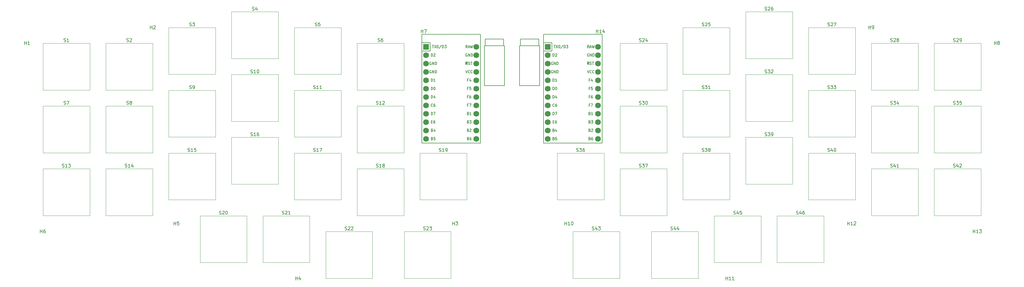
<source format=gbr>
%TF.GenerationSoftware,KiCad,Pcbnew,7.0.8*%
%TF.CreationDate,2023-11-04T09:20:36+09:00*%
%TF.ProjectId,scene46,7363656e-6534-4362-9e6b-696361645f70,rev?*%
%TF.SameCoordinates,Original*%
%TF.FileFunction,Legend,Top*%
%TF.FilePolarity,Positive*%
%FSLAX46Y46*%
G04 Gerber Fmt 4.6, Leading zero omitted, Abs format (unit mm)*
G04 Created by KiCad (PCBNEW 7.0.8) date 2023-11-04 09:20:36*
%MOMM*%
%LPD*%
G01*
G04 APERTURE LIST*
%ADD10C,0.150000*%
%ADD11C,0.120000*%
%ADD12C,0.200000*%
%ADD13R,1.752600X1.752600*%
%ADD14C,1.752600*%
G04 APERTURE END LIST*
D10*
X240435267Y-35269700D02*
X240578124Y-35317319D01*
X240578124Y-35317319D02*
X240816219Y-35317319D01*
X240816219Y-35317319D02*
X240911457Y-35269700D01*
X240911457Y-35269700D02*
X240959076Y-35222080D01*
X240959076Y-35222080D02*
X241006695Y-35126842D01*
X241006695Y-35126842D02*
X241006695Y-35031604D01*
X241006695Y-35031604D02*
X240959076Y-34936366D01*
X240959076Y-34936366D02*
X240911457Y-34888747D01*
X240911457Y-34888747D02*
X240816219Y-34841128D01*
X240816219Y-34841128D02*
X240625743Y-34793509D01*
X240625743Y-34793509D02*
X240530505Y-34745890D01*
X240530505Y-34745890D02*
X240482886Y-34698271D01*
X240482886Y-34698271D02*
X240435267Y-34603033D01*
X240435267Y-34603033D02*
X240435267Y-34507795D01*
X240435267Y-34507795D02*
X240482886Y-34412557D01*
X240482886Y-34412557D02*
X240530505Y-34364938D01*
X240530505Y-34364938D02*
X240625743Y-34317319D01*
X240625743Y-34317319D02*
X240863838Y-34317319D01*
X240863838Y-34317319D02*
X241006695Y-34364938D01*
X241340029Y-34317319D02*
X241959076Y-34317319D01*
X241959076Y-34317319D02*
X241625743Y-34698271D01*
X241625743Y-34698271D02*
X241768600Y-34698271D01*
X241768600Y-34698271D02*
X241863838Y-34745890D01*
X241863838Y-34745890D02*
X241911457Y-34793509D01*
X241911457Y-34793509D02*
X241959076Y-34888747D01*
X241959076Y-34888747D02*
X241959076Y-35126842D01*
X241959076Y-35126842D02*
X241911457Y-35222080D01*
X241911457Y-35222080D02*
X241863838Y-35269700D01*
X241863838Y-35269700D02*
X241768600Y-35317319D01*
X241768600Y-35317319D02*
X241482886Y-35317319D01*
X241482886Y-35317319D02*
X241387648Y-35269700D01*
X241387648Y-35269700D02*
X241340029Y-35222080D01*
X242340029Y-34412557D02*
X242387648Y-34364938D01*
X242387648Y-34364938D02*
X242482886Y-34317319D01*
X242482886Y-34317319D02*
X242720981Y-34317319D01*
X242720981Y-34317319D02*
X242816219Y-34364938D01*
X242816219Y-34364938D02*
X242863838Y-34412557D01*
X242863838Y-34412557D02*
X242911457Y-34507795D01*
X242911457Y-34507795D02*
X242911457Y-34603033D01*
X242911457Y-34603033D02*
X242863838Y-34745890D01*
X242863838Y-34745890D02*
X242292410Y-35317319D01*
X242292410Y-35317319D02*
X242911457Y-35317319D01*
X61150595Y-81417319D02*
X61150595Y-80417319D01*
X61150595Y-80893509D02*
X61722023Y-80893509D01*
X61722023Y-81417319D02*
X61722023Y-80417319D01*
X62674404Y-80417319D02*
X62198214Y-80417319D01*
X62198214Y-80417319D02*
X62150595Y-80893509D01*
X62150595Y-80893509D02*
X62198214Y-80845890D01*
X62198214Y-80845890D02*
X62293452Y-80798271D01*
X62293452Y-80798271D02*
X62531547Y-80798271D01*
X62531547Y-80798271D02*
X62626785Y-80845890D01*
X62626785Y-80845890D02*
X62674404Y-80893509D01*
X62674404Y-80893509D02*
X62722023Y-80988747D01*
X62722023Y-80988747D02*
X62722023Y-81226842D01*
X62722023Y-81226842D02*
X62674404Y-81322080D01*
X62674404Y-81322080D02*
X62626785Y-81369700D01*
X62626785Y-81369700D02*
X62531547Y-81417319D01*
X62531547Y-81417319D02*
X62293452Y-81417319D01*
X62293452Y-81417319D02*
X62198214Y-81369700D01*
X62198214Y-81369700D02*
X62150595Y-81322080D01*
X297585267Y-44794700D02*
X297728124Y-44842319D01*
X297728124Y-44842319D02*
X297966219Y-44842319D01*
X297966219Y-44842319D02*
X298061457Y-44794700D01*
X298061457Y-44794700D02*
X298109076Y-44747080D01*
X298109076Y-44747080D02*
X298156695Y-44651842D01*
X298156695Y-44651842D02*
X298156695Y-44556604D01*
X298156695Y-44556604D02*
X298109076Y-44461366D01*
X298109076Y-44461366D02*
X298061457Y-44413747D01*
X298061457Y-44413747D02*
X297966219Y-44366128D01*
X297966219Y-44366128D02*
X297775743Y-44318509D01*
X297775743Y-44318509D02*
X297680505Y-44270890D01*
X297680505Y-44270890D02*
X297632886Y-44223271D01*
X297632886Y-44223271D02*
X297585267Y-44128033D01*
X297585267Y-44128033D02*
X297585267Y-44032795D01*
X297585267Y-44032795D02*
X297632886Y-43937557D01*
X297632886Y-43937557D02*
X297680505Y-43889938D01*
X297680505Y-43889938D02*
X297775743Y-43842319D01*
X297775743Y-43842319D02*
X298013838Y-43842319D01*
X298013838Y-43842319D02*
X298156695Y-43889938D01*
X298490029Y-43842319D02*
X299109076Y-43842319D01*
X299109076Y-43842319D02*
X298775743Y-44223271D01*
X298775743Y-44223271D02*
X298918600Y-44223271D01*
X298918600Y-44223271D02*
X299013838Y-44270890D01*
X299013838Y-44270890D02*
X299061457Y-44318509D01*
X299061457Y-44318509D02*
X299109076Y-44413747D01*
X299109076Y-44413747D02*
X299109076Y-44651842D01*
X299109076Y-44651842D02*
X299061457Y-44747080D01*
X299061457Y-44747080D02*
X299013838Y-44794700D01*
X299013838Y-44794700D02*
X298918600Y-44842319D01*
X298918600Y-44842319D02*
X298632886Y-44842319D01*
X298632886Y-44842319D02*
X298537648Y-44794700D01*
X298537648Y-44794700D02*
X298490029Y-44747080D01*
X300013838Y-43842319D02*
X299537648Y-43842319D01*
X299537648Y-43842319D02*
X299490029Y-44318509D01*
X299490029Y-44318509D02*
X299537648Y-44270890D01*
X299537648Y-44270890D02*
X299632886Y-44223271D01*
X299632886Y-44223271D02*
X299870981Y-44223271D01*
X299870981Y-44223271D02*
X299966219Y-44270890D01*
X299966219Y-44270890D02*
X300013838Y-44318509D01*
X300013838Y-44318509D02*
X300061457Y-44413747D01*
X300061457Y-44413747D02*
X300061457Y-44651842D01*
X300061457Y-44651842D02*
X300013838Y-44747080D01*
X300013838Y-44747080D02*
X299966219Y-44794700D01*
X299966219Y-44794700D02*
X299870981Y-44842319D01*
X299870981Y-44842319D02*
X299632886Y-44842319D01*
X299632886Y-44842319D02*
X299537648Y-44794700D01*
X299537648Y-44794700D02*
X299490029Y-44747080D01*
X65913095Y-40032200D02*
X66055952Y-40079819D01*
X66055952Y-40079819D02*
X66294047Y-40079819D01*
X66294047Y-40079819D02*
X66389285Y-40032200D01*
X66389285Y-40032200D02*
X66436904Y-39984580D01*
X66436904Y-39984580D02*
X66484523Y-39889342D01*
X66484523Y-39889342D02*
X66484523Y-39794104D01*
X66484523Y-39794104D02*
X66436904Y-39698866D01*
X66436904Y-39698866D02*
X66389285Y-39651247D01*
X66389285Y-39651247D02*
X66294047Y-39603628D01*
X66294047Y-39603628D02*
X66103571Y-39556009D01*
X66103571Y-39556009D02*
X66008333Y-39508390D01*
X66008333Y-39508390D02*
X65960714Y-39460771D01*
X65960714Y-39460771D02*
X65913095Y-39365533D01*
X65913095Y-39365533D02*
X65913095Y-39270295D01*
X65913095Y-39270295D02*
X65960714Y-39175057D01*
X65960714Y-39175057D02*
X66008333Y-39127438D01*
X66008333Y-39127438D02*
X66103571Y-39079819D01*
X66103571Y-39079819D02*
X66341666Y-39079819D01*
X66341666Y-39079819D02*
X66484523Y-39127438D01*
X66960714Y-40079819D02*
X67151190Y-40079819D01*
X67151190Y-40079819D02*
X67246428Y-40032200D01*
X67246428Y-40032200D02*
X67294047Y-39984580D01*
X67294047Y-39984580D02*
X67389285Y-39841723D01*
X67389285Y-39841723D02*
X67436904Y-39651247D01*
X67436904Y-39651247D02*
X67436904Y-39270295D01*
X67436904Y-39270295D02*
X67389285Y-39175057D01*
X67389285Y-39175057D02*
X67341666Y-39127438D01*
X67341666Y-39127438D02*
X67246428Y-39079819D01*
X67246428Y-39079819D02*
X67055952Y-39079819D01*
X67055952Y-39079819D02*
X66960714Y-39127438D01*
X66960714Y-39127438D02*
X66913095Y-39175057D01*
X66913095Y-39175057D02*
X66865476Y-39270295D01*
X66865476Y-39270295D02*
X66865476Y-39508390D01*
X66865476Y-39508390D02*
X66913095Y-39603628D01*
X66913095Y-39603628D02*
X66960714Y-39651247D01*
X66960714Y-39651247D02*
X67055952Y-39698866D01*
X67055952Y-39698866D02*
X67246428Y-39698866D01*
X67246428Y-39698866D02*
X67341666Y-39651247D01*
X67341666Y-39651247D02*
X67389285Y-39603628D01*
X67389285Y-39603628D02*
X67436904Y-39508390D01*
X240435267Y-16219700D02*
X240578124Y-16267319D01*
X240578124Y-16267319D02*
X240816219Y-16267319D01*
X240816219Y-16267319D02*
X240911457Y-16219700D01*
X240911457Y-16219700D02*
X240959076Y-16172080D01*
X240959076Y-16172080D02*
X241006695Y-16076842D01*
X241006695Y-16076842D02*
X241006695Y-15981604D01*
X241006695Y-15981604D02*
X240959076Y-15886366D01*
X240959076Y-15886366D02*
X240911457Y-15838747D01*
X240911457Y-15838747D02*
X240816219Y-15791128D01*
X240816219Y-15791128D02*
X240625743Y-15743509D01*
X240625743Y-15743509D02*
X240530505Y-15695890D01*
X240530505Y-15695890D02*
X240482886Y-15648271D01*
X240482886Y-15648271D02*
X240435267Y-15553033D01*
X240435267Y-15553033D02*
X240435267Y-15457795D01*
X240435267Y-15457795D02*
X240482886Y-15362557D01*
X240482886Y-15362557D02*
X240530505Y-15314938D01*
X240530505Y-15314938D02*
X240625743Y-15267319D01*
X240625743Y-15267319D02*
X240863838Y-15267319D01*
X240863838Y-15267319D02*
X241006695Y-15314938D01*
X241387648Y-15362557D02*
X241435267Y-15314938D01*
X241435267Y-15314938D02*
X241530505Y-15267319D01*
X241530505Y-15267319D02*
X241768600Y-15267319D01*
X241768600Y-15267319D02*
X241863838Y-15314938D01*
X241863838Y-15314938D02*
X241911457Y-15362557D01*
X241911457Y-15362557D02*
X241959076Y-15457795D01*
X241959076Y-15457795D02*
X241959076Y-15553033D01*
X241959076Y-15553033D02*
X241911457Y-15695890D01*
X241911457Y-15695890D02*
X241340029Y-16267319D01*
X241340029Y-16267319D02*
X241959076Y-16267319D01*
X242816219Y-15267319D02*
X242625743Y-15267319D01*
X242625743Y-15267319D02*
X242530505Y-15314938D01*
X242530505Y-15314938D02*
X242482886Y-15362557D01*
X242482886Y-15362557D02*
X242387648Y-15505414D01*
X242387648Y-15505414D02*
X242340029Y-15695890D01*
X242340029Y-15695890D02*
X242340029Y-16076842D01*
X242340029Y-16076842D02*
X242387648Y-16172080D01*
X242387648Y-16172080D02*
X242435267Y-16219700D01*
X242435267Y-16219700D02*
X242530505Y-16267319D01*
X242530505Y-16267319D02*
X242720981Y-16267319D01*
X242720981Y-16267319D02*
X242816219Y-16219700D01*
X242816219Y-16219700D02*
X242863838Y-16172080D01*
X242863838Y-16172080D02*
X242911457Y-16076842D01*
X242911457Y-16076842D02*
X242911457Y-15838747D01*
X242911457Y-15838747D02*
X242863838Y-15743509D01*
X242863838Y-15743509D02*
X242816219Y-15695890D01*
X242816219Y-15695890D02*
X242720981Y-15648271D01*
X242720981Y-15648271D02*
X242530505Y-15648271D01*
X242530505Y-15648271D02*
X242435267Y-15695890D01*
X242435267Y-15695890D02*
X242387648Y-15743509D01*
X242387648Y-15743509D02*
X242340029Y-15838747D01*
X15906845Y-26648569D02*
X15906845Y-25648569D01*
X15906845Y-26124759D02*
X16478273Y-26124759D01*
X16478273Y-26648569D02*
X16478273Y-25648569D01*
X17478273Y-26648569D02*
X16906845Y-26648569D01*
X17192559Y-26648569D02*
X17192559Y-25648569D01*
X17192559Y-25648569D02*
X17097321Y-25791426D01*
X17097321Y-25791426D02*
X17002083Y-25886664D01*
X17002083Y-25886664D02*
X16906845Y-25934283D01*
X240435267Y-54319700D02*
X240578124Y-54367319D01*
X240578124Y-54367319D02*
X240816219Y-54367319D01*
X240816219Y-54367319D02*
X240911457Y-54319700D01*
X240911457Y-54319700D02*
X240959076Y-54272080D01*
X240959076Y-54272080D02*
X241006695Y-54176842D01*
X241006695Y-54176842D02*
X241006695Y-54081604D01*
X241006695Y-54081604D02*
X240959076Y-53986366D01*
X240959076Y-53986366D02*
X240911457Y-53938747D01*
X240911457Y-53938747D02*
X240816219Y-53891128D01*
X240816219Y-53891128D02*
X240625743Y-53843509D01*
X240625743Y-53843509D02*
X240530505Y-53795890D01*
X240530505Y-53795890D02*
X240482886Y-53748271D01*
X240482886Y-53748271D02*
X240435267Y-53653033D01*
X240435267Y-53653033D02*
X240435267Y-53557795D01*
X240435267Y-53557795D02*
X240482886Y-53462557D01*
X240482886Y-53462557D02*
X240530505Y-53414938D01*
X240530505Y-53414938D02*
X240625743Y-53367319D01*
X240625743Y-53367319D02*
X240863838Y-53367319D01*
X240863838Y-53367319D02*
X241006695Y-53414938D01*
X241340029Y-53367319D02*
X241959076Y-53367319D01*
X241959076Y-53367319D02*
X241625743Y-53748271D01*
X241625743Y-53748271D02*
X241768600Y-53748271D01*
X241768600Y-53748271D02*
X241863838Y-53795890D01*
X241863838Y-53795890D02*
X241911457Y-53843509D01*
X241911457Y-53843509D02*
X241959076Y-53938747D01*
X241959076Y-53938747D02*
X241959076Y-54176842D01*
X241959076Y-54176842D02*
X241911457Y-54272080D01*
X241911457Y-54272080D02*
X241863838Y-54319700D01*
X241863838Y-54319700D02*
X241768600Y-54367319D01*
X241768600Y-54367319D02*
X241482886Y-54367319D01*
X241482886Y-54367319D02*
X241387648Y-54319700D01*
X241387648Y-54319700D02*
X241340029Y-54272080D01*
X242435267Y-54367319D02*
X242625743Y-54367319D01*
X242625743Y-54367319D02*
X242720981Y-54319700D01*
X242720981Y-54319700D02*
X242768600Y-54272080D01*
X242768600Y-54272080D02*
X242863838Y-54129223D01*
X242863838Y-54129223D02*
X242911457Y-53938747D01*
X242911457Y-53938747D02*
X242911457Y-53557795D01*
X242911457Y-53557795D02*
X242863838Y-53462557D01*
X242863838Y-53462557D02*
X242816219Y-53414938D01*
X242816219Y-53414938D02*
X242720981Y-53367319D01*
X242720981Y-53367319D02*
X242530505Y-53367319D01*
X242530505Y-53367319D02*
X242435267Y-53414938D01*
X242435267Y-53414938D02*
X242387648Y-53462557D01*
X242387648Y-53462557D02*
X242340029Y-53557795D01*
X242340029Y-53557795D02*
X242340029Y-53795890D01*
X242340029Y-53795890D02*
X242387648Y-53891128D01*
X242387648Y-53891128D02*
X242435267Y-53938747D01*
X242435267Y-53938747D02*
X242530505Y-53986366D01*
X242530505Y-53986366D02*
X242720981Y-53986366D01*
X242720981Y-53986366D02*
X242816219Y-53938747D01*
X242816219Y-53938747D02*
X242863838Y-53891128D01*
X242863838Y-53891128D02*
X242911457Y-53795890D01*
X84486905Y-54319700D02*
X84629762Y-54367319D01*
X84629762Y-54367319D02*
X84867857Y-54367319D01*
X84867857Y-54367319D02*
X84963095Y-54319700D01*
X84963095Y-54319700D02*
X85010714Y-54272080D01*
X85010714Y-54272080D02*
X85058333Y-54176842D01*
X85058333Y-54176842D02*
X85058333Y-54081604D01*
X85058333Y-54081604D02*
X85010714Y-53986366D01*
X85010714Y-53986366D02*
X84963095Y-53938747D01*
X84963095Y-53938747D02*
X84867857Y-53891128D01*
X84867857Y-53891128D02*
X84677381Y-53843509D01*
X84677381Y-53843509D02*
X84582143Y-53795890D01*
X84582143Y-53795890D02*
X84534524Y-53748271D01*
X84534524Y-53748271D02*
X84486905Y-53653033D01*
X84486905Y-53653033D02*
X84486905Y-53557795D01*
X84486905Y-53557795D02*
X84534524Y-53462557D01*
X84534524Y-53462557D02*
X84582143Y-53414938D01*
X84582143Y-53414938D02*
X84677381Y-53367319D01*
X84677381Y-53367319D02*
X84915476Y-53367319D01*
X84915476Y-53367319D02*
X85058333Y-53414938D01*
X86010714Y-54367319D02*
X85439286Y-54367319D01*
X85725000Y-54367319D02*
X85725000Y-53367319D01*
X85725000Y-53367319D02*
X85629762Y-53510176D01*
X85629762Y-53510176D02*
X85534524Y-53605414D01*
X85534524Y-53605414D02*
X85439286Y-53653033D01*
X86867857Y-53367319D02*
X86677381Y-53367319D01*
X86677381Y-53367319D02*
X86582143Y-53414938D01*
X86582143Y-53414938D02*
X86534524Y-53462557D01*
X86534524Y-53462557D02*
X86439286Y-53605414D01*
X86439286Y-53605414D02*
X86391667Y-53795890D01*
X86391667Y-53795890D02*
X86391667Y-54176842D01*
X86391667Y-54176842D02*
X86439286Y-54272080D01*
X86439286Y-54272080D02*
X86486905Y-54319700D01*
X86486905Y-54319700D02*
X86582143Y-54367319D01*
X86582143Y-54367319D02*
X86772619Y-54367319D01*
X86772619Y-54367319D02*
X86867857Y-54319700D01*
X86867857Y-54319700D02*
X86915476Y-54272080D01*
X86915476Y-54272080D02*
X86963095Y-54176842D01*
X86963095Y-54176842D02*
X86963095Y-53938747D01*
X86963095Y-53938747D02*
X86915476Y-53843509D01*
X86915476Y-53843509D02*
X86867857Y-53795890D01*
X86867857Y-53795890D02*
X86772619Y-53748271D01*
X86772619Y-53748271D02*
X86582143Y-53748271D01*
X86582143Y-53748271D02*
X86486905Y-53795890D01*
X86486905Y-53795890D02*
X86439286Y-53843509D01*
X86439286Y-53843509D02*
X86391667Y-53938747D01*
X188047767Y-82894700D02*
X188190624Y-82942319D01*
X188190624Y-82942319D02*
X188428719Y-82942319D01*
X188428719Y-82942319D02*
X188523957Y-82894700D01*
X188523957Y-82894700D02*
X188571576Y-82847080D01*
X188571576Y-82847080D02*
X188619195Y-82751842D01*
X188619195Y-82751842D02*
X188619195Y-82656604D01*
X188619195Y-82656604D02*
X188571576Y-82561366D01*
X188571576Y-82561366D02*
X188523957Y-82513747D01*
X188523957Y-82513747D02*
X188428719Y-82466128D01*
X188428719Y-82466128D02*
X188238243Y-82418509D01*
X188238243Y-82418509D02*
X188143005Y-82370890D01*
X188143005Y-82370890D02*
X188095386Y-82323271D01*
X188095386Y-82323271D02*
X188047767Y-82228033D01*
X188047767Y-82228033D02*
X188047767Y-82132795D01*
X188047767Y-82132795D02*
X188095386Y-82037557D01*
X188095386Y-82037557D02*
X188143005Y-81989938D01*
X188143005Y-81989938D02*
X188238243Y-81942319D01*
X188238243Y-81942319D02*
X188476338Y-81942319D01*
X188476338Y-81942319D02*
X188619195Y-81989938D01*
X189476338Y-82275652D02*
X189476338Y-82942319D01*
X189238243Y-81894700D02*
X189000148Y-82608985D01*
X189000148Y-82608985D02*
X189619195Y-82608985D01*
X189904910Y-81942319D02*
X190523957Y-81942319D01*
X190523957Y-81942319D02*
X190190624Y-82323271D01*
X190190624Y-82323271D02*
X190333481Y-82323271D01*
X190333481Y-82323271D02*
X190428719Y-82370890D01*
X190428719Y-82370890D02*
X190476338Y-82418509D01*
X190476338Y-82418509D02*
X190523957Y-82513747D01*
X190523957Y-82513747D02*
X190523957Y-82751842D01*
X190523957Y-82751842D02*
X190476338Y-82847080D01*
X190476338Y-82847080D02*
X190428719Y-82894700D01*
X190428719Y-82894700D02*
X190333481Y-82942319D01*
X190333481Y-82942319D02*
X190047767Y-82942319D01*
X190047767Y-82942319D02*
X189952529Y-82894700D01*
X189952529Y-82894700D02*
X189904910Y-82847080D01*
X27336905Y-63844700D02*
X27479762Y-63892319D01*
X27479762Y-63892319D02*
X27717857Y-63892319D01*
X27717857Y-63892319D02*
X27813095Y-63844700D01*
X27813095Y-63844700D02*
X27860714Y-63797080D01*
X27860714Y-63797080D02*
X27908333Y-63701842D01*
X27908333Y-63701842D02*
X27908333Y-63606604D01*
X27908333Y-63606604D02*
X27860714Y-63511366D01*
X27860714Y-63511366D02*
X27813095Y-63463747D01*
X27813095Y-63463747D02*
X27717857Y-63416128D01*
X27717857Y-63416128D02*
X27527381Y-63368509D01*
X27527381Y-63368509D02*
X27432143Y-63320890D01*
X27432143Y-63320890D02*
X27384524Y-63273271D01*
X27384524Y-63273271D02*
X27336905Y-63178033D01*
X27336905Y-63178033D02*
X27336905Y-63082795D01*
X27336905Y-63082795D02*
X27384524Y-62987557D01*
X27384524Y-62987557D02*
X27432143Y-62939938D01*
X27432143Y-62939938D02*
X27527381Y-62892319D01*
X27527381Y-62892319D02*
X27765476Y-62892319D01*
X27765476Y-62892319D02*
X27908333Y-62939938D01*
X28860714Y-63892319D02*
X28289286Y-63892319D01*
X28575000Y-63892319D02*
X28575000Y-62892319D01*
X28575000Y-62892319D02*
X28479762Y-63035176D01*
X28479762Y-63035176D02*
X28384524Y-63130414D01*
X28384524Y-63130414D02*
X28289286Y-63178033D01*
X29194048Y-62892319D02*
X29813095Y-62892319D01*
X29813095Y-62892319D02*
X29479762Y-63273271D01*
X29479762Y-63273271D02*
X29622619Y-63273271D01*
X29622619Y-63273271D02*
X29717857Y-63320890D01*
X29717857Y-63320890D02*
X29765476Y-63368509D01*
X29765476Y-63368509D02*
X29813095Y-63463747D01*
X29813095Y-63463747D02*
X29813095Y-63701842D01*
X29813095Y-63701842D02*
X29765476Y-63797080D01*
X29765476Y-63797080D02*
X29717857Y-63844700D01*
X29717857Y-63844700D02*
X29622619Y-63892319D01*
X29622619Y-63892319D02*
X29336905Y-63892319D01*
X29336905Y-63892319D02*
X29241667Y-63844700D01*
X29241667Y-63844700D02*
X29194048Y-63797080D01*
X84486905Y-35269700D02*
X84629762Y-35317319D01*
X84629762Y-35317319D02*
X84867857Y-35317319D01*
X84867857Y-35317319D02*
X84963095Y-35269700D01*
X84963095Y-35269700D02*
X85010714Y-35222080D01*
X85010714Y-35222080D02*
X85058333Y-35126842D01*
X85058333Y-35126842D02*
X85058333Y-35031604D01*
X85058333Y-35031604D02*
X85010714Y-34936366D01*
X85010714Y-34936366D02*
X84963095Y-34888747D01*
X84963095Y-34888747D02*
X84867857Y-34841128D01*
X84867857Y-34841128D02*
X84677381Y-34793509D01*
X84677381Y-34793509D02*
X84582143Y-34745890D01*
X84582143Y-34745890D02*
X84534524Y-34698271D01*
X84534524Y-34698271D02*
X84486905Y-34603033D01*
X84486905Y-34603033D02*
X84486905Y-34507795D01*
X84486905Y-34507795D02*
X84534524Y-34412557D01*
X84534524Y-34412557D02*
X84582143Y-34364938D01*
X84582143Y-34364938D02*
X84677381Y-34317319D01*
X84677381Y-34317319D02*
X84915476Y-34317319D01*
X84915476Y-34317319D02*
X85058333Y-34364938D01*
X86010714Y-35317319D02*
X85439286Y-35317319D01*
X85725000Y-35317319D02*
X85725000Y-34317319D01*
X85725000Y-34317319D02*
X85629762Y-34460176D01*
X85629762Y-34460176D02*
X85534524Y-34555414D01*
X85534524Y-34555414D02*
X85439286Y-34603033D01*
X86629762Y-34317319D02*
X86725000Y-34317319D01*
X86725000Y-34317319D02*
X86820238Y-34364938D01*
X86820238Y-34364938D02*
X86867857Y-34412557D01*
X86867857Y-34412557D02*
X86915476Y-34507795D01*
X86915476Y-34507795D02*
X86963095Y-34698271D01*
X86963095Y-34698271D02*
X86963095Y-34936366D01*
X86963095Y-34936366D02*
X86915476Y-35126842D01*
X86915476Y-35126842D02*
X86867857Y-35222080D01*
X86867857Y-35222080D02*
X86820238Y-35269700D01*
X86820238Y-35269700D02*
X86725000Y-35317319D01*
X86725000Y-35317319D02*
X86629762Y-35317319D01*
X86629762Y-35317319D02*
X86534524Y-35269700D01*
X86534524Y-35269700D02*
X86486905Y-35222080D01*
X86486905Y-35222080D02*
X86439286Y-35126842D01*
X86439286Y-35126842D02*
X86391667Y-34936366D01*
X86391667Y-34936366D02*
X86391667Y-34698271D01*
X86391667Y-34698271D02*
X86439286Y-34507795D01*
X86439286Y-34507795D02*
X86486905Y-34412557D01*
X86486905Y-34412557D02*
X86534524Y-34364938D01*
X86534524Y-34364938D02*
X86629762Y-34317319D01*
X46863095Y-25744700D02*
X47005952Y-25792319D01*
X47005952Y-25792319D02*
X47244047Y-25792319D01*
X47244047Y-25792319D02*
X47339285Y-25744700D01*
X47339285Y-25744700D02*
X47386904Y-25697080D01*
X47386904Y-25697080D02*
X47434523Y-25601842D01*
X47434523Y-25601842D02*
X47434523Y-25506604D01*
X47434523Y-25506604D02*
X47386904Y-25411366D01*
X47386904Y-25411366D02*
X47339285Y-25363747D01*
X47339285Y-25363747D02*
X47244047Y-25316128D01*
X47244047Y-25316128D02*
X47053571Y-25268509D01*
X47053571Y-25268509D02*
X46958333Y-25220890D01*
X46958333Y-25220890D02*
X46910714Y-25173271D01*
X46910714Y-25173271D02*
X46863095Y-25078033D01*
X46863095Y-25078033D02*
X46863095Y-24982795D01*
X46863095Y-24982795D02*
X46910714Y-24887557D01*
X46910714Y-24887557D02*
X46958333Y-24839938D01*
X46958333Y-24839938D02*
X47053571Y-24792319D01*
X47053571Y-24792319D02*
X47291666Y-24792319D01*
X47291666Y-24792319D02*
X47434523Y-24839938D01*
X47815476Y-24887557D02*
X47863095Y-24839938D01*
X47863095Y-24839938D02*
X47958333Y-24792319D01*
X47958333Y-24792319D02*
X48196428Y-24792319D01*
X48196428Y-24792319D02*
X48291666Y-24839938D01*
X48291666Y-24839938D02*
X48339285Y-24887557D01*
X48339285Y-24887557D02*
X48386904Y-24982795D01*
X48386904Y-24982795D02*
X48386904Y-25078033D01*
X48386904Y-25078033D02*
X48339285Y-25220890D01*
X48339285Y-25220890D02*
X47767857Y-25792319D01*
X47767857Y-25792319D02*
X48386904Y-25792319D01*
X179736905Y-81417319D02*
X179736905Y-80417319D01*
X179736905Y-80893509D02*
X180308333Y-80893509D01*
X180308333Y-81417319D02*
X180308333Y-80417319D01*
X181308333Y-81417319D02*
X180736905Y-81417319D01*
X181022619Y-81417319D02*
X181022619Y-80417319D01*
X181022619Y-80417319D02*
X180927381Y-80560176D01*
X180927381Y-80560176D02*
X180832143Y-80655414D01*
X180832143Y-80655414D02*
X180736905Y-80703033D01*
X181927381Y-80417319D02*
X182022619Y-80417319D01*
X182022619Y-80417319D02*
X182117857Y-80464938D01*
X182117857Y-80464938D02*
X182165476Y-80512557D01*
X182165476Y-80512557D02*
X182213095Y-80607795D01*
X182213095Y-80607795D02*
X182260714Y-80798271D01*
X182260714Y-80798271D02*
X182260714Y-81036366D01*
X182260714Y-81036366D02*
X182213095Y-81226842D01*
X182213095Y-81226842D02*
X182165476Y-81322080D01*
X182165476Y-81322080D02*
X182117857Y-81369700D01*
X182117857Y-81369700D02*
X182022619Y-81417319D01*
X182022619Y-81417319D02*
X181927381Y-81417319D01*
X181927381Y-81417319D02*
X181832143Y-81369700D01*
X181832143Y-81369700D02*
X181784524Y-81322080D01*
X181784524Y-81322080D02*
X181736905Y-81226842D01*
X181736905Y-81226842D02*
X181689286Y-81036366D01*
X181689286Y-81036366D02*
X181689286Y-80798271D01*
X181689286Y-80798271D02*
X181736905Y-80607795D01*
X181736905Y-80607795D02*
X181784524Y-80512557D01*
X181784524Y-80512557D02*
X181832143Y-80464938D01*
X181832143Y-80464938D02*
X181927381Y-80417319D01*
X103536905Y-59082200D02*
X103679762Y-59129819D01*
X103679762Y-59129819D02*
X103917857Y-59129819D01*
X103917857Y-59129819D02*
X104013095Y-59082200D01*
X104013095Y-59082200D02*
X104060714Y-59034580D01*
X104060714Y-59034580D02*
X104108333Y-58939342D01*
X104108333Y-58939342D02*
X104108333Y-58844104D01*
X104108333Y-58844104D02*
X104060714Y-58748866D01*
X104060714Y-58748866D02*
X104013095Y-58701247D01*
X104013095Y-58701247D02*
X103917857Y-58653628D01*
X103917857Y-58653628D02*
X103727381Y-58606009D01*
X103727381Y-58606009D02*
X103632143Y-58558390D01*
X103632143Y-58558390D02*
X103584524Y-58510771D01*
X103584524Y-58510771D02*
X103536905Y-58415533D01*
X103536905Y-58415533D02*
X103536905Y-58320295D01*
X103536905Y-58320295D02*
X103584524Y-58225057D01*
X103584524Y-58225057D02*
X103632143Y-58177438D01*
X103632143Y-58177438D02*
X103727381Y-58129819D01*
X103727381Y-58129819D02*
X103965476Y-58129819D01*
X103965476Y-58129819D02*
X104108333Y-58177438D01*
X105060714Y-59129819D02*
X104489286Y-59129819D01*
X104775000Y-59129819D02*
X104775000Y-58129819D01*
X104775000Y-58129819D02*
X104679762Y-58272676D01*
X104679762Y-58272676D02*
X104584524Y-58367914D01*
X104584524Y-58367914D02*
X104489286Y-58415533D01*
X105394048Y-58129819D02*
X106060714Y-58129819D01*
X106060714Y-58129819D02*
X105632143Y-59129819D01*
X98059970Y-98086069D02*
X98059970Y-97086069D01*
X98059970Y-97562259D02*
X98631398Y-97562259D01*
X98631398Y-98086069D02*
X98631398Y-97086069D01*
X99536160Y-97419402D02*
X99536160Y-98086069D01*
X99298065Y-97038450D02*
X99059970Y-97752735D01*
X99059970Y-97752735D02*
X99679017Y-97752735D01*
X303561905Y-83798569D02*
X303561905Y-82798569D01*
X303561905Y-83274759D02*
X304133333Y-83274759D01*
X304133333Y-83798569D02*
X304133333Y-82798569D01*
X305133333Y-83798569D02*
X304561905Y-83798569D01*
X304847619Y-83798569D02*
X304847619Y-82798569D01*
X304847619Y-82798569D02*
X304752381Y-82941426D01*
X304752381Y-82941426D02*
X304657143Y-83036664D01*
X304657143Y-83036664D02*
X304561905Y-83084283D01*
X305466667Y-82798569D02*
X306085714Y-82798569D01*
X306085714Y-82798569D02*
X305752381Y-83179521D01*
X305752381Y-83179521D02*
X305895238Y-83179521D01*
X305895238Y-83179521D02*
X305990476Y-83227140D01*
X305990476Y-83227140D02*
X306038095Y-83274759D01*
X306038095Y-83274759D02*
X306085714Y-83369997D01*
X306085714Y-83369997D02*
X306085714Y-83608092D01*
X306085714Y-83608092D02*
X306038095Y-83703330D01*
X306038095Y-83703330D02*
X305990476Y-83750950D01*
X305990476Y-83750950D02*
X305895238Y-83798569D01*
X305895238Y-83798569D02*
X305609524Y-83798569D01*
X305609524Y-83798569D02*
X305514286Y-83750950D01*
X305514286Y-83750950D02*
X305466667Y-83703330D01*
X74961905Y-78132200D02*
X75104762Y-78179819D01*
X75104762Y-78179819D02*
X75342857Y-78179819D01*
X75342857Y-78179819D02*
X75438095Y-78132200D01*
X75438095Y-78132200D02*
X75485714Y-78084580D01*
X75485714Y-78084580D02*
X75533333Y-77989342D01*
X75533333Y-77989342D02*
X75533333Y-77894104D01*
X75533333Y-77894104D02*
X75485714Y-77798866D01*
X75485714Y-77798866D02*
X75438095Y-77751247D01*
X75438095Y-77751247D02*
X75342857Y-77703628D01*
X75342857Y-77703628D02*
X75152381Y-77656009D01*
X75152381Y-77656009D02*
X75057143Y-77608390D01*
X75057143Y-77608390D02*
X75009524Y-77560771D01*
X75009524Y-77560771D02*
X74961905Y-77465533D01*
X74961905Y-77465533D02*
X74961905Y-77370295D01*
X74961905Y-77370295D02*
X75009524Y-77275057D01*
X75009524Y-77275057D02*
X75057143Y-77227438D01*
X75057143Y-77227438D02*
X75152381Y-77179819D01*
X75152381Y-77179819D02*
X75390476Y-77179819D01*
X75390476Y-77179819D02*
X75533333Y-77227438D01*
X75914286Y-77275057D02*
X75961905Y-77227438D01*
X75961905Y-77227438D02*
X76057143Y-77179819D01*
X76057143Y-77179819D02*
X76295238Y-77179819D01*
X76295238Y-77179819D02*
X76390476Y-77227438D01*
X76390476Y-77227438D02*
X76438095Y-77275057D01*
X76438095Y-77275057D02*
X76485714Y-77370295D01*
X76485714Y-77370295D02*
X76485714Y-77465533D01*
X76485714Y-77465533D02*
X76438095Y-77608390D01*
X76438095Y-77608390D02*
X75866667Y-78179819D01*
X75866667Y-78179819D02*
X76485714Y-78179819D01*
X77104762Y-77179819D02*
X77200000Y-77179819D01*
X77200000Y-77179819D02*
X77295238Y-77227438D01*
X77295238Y-77227438D02*
X77342857Y-77275057D01*
X77342857Y-77275057D02*
X77390476Y-77370295D01*
X77390476Y-77370295D02*
X77438095Y-77560771D01*
X77438095Y-77560771D02*
X77438095Y-77798866D01*
X77438095Y-77798866D02*
X77390476Y-77989342D01*
X77390476Y-77989342D02*
X77342857Y-78084580D01*
X77342857Y-78084580D02*
X77295238Y-78132200D01*
X77295238Y-78132200D02*
X77200000Y-78179819D01*
X77200000Y-78179819D02*
X77104762Y-78179819D01*
X77104762Y-78179819D02*
X77009524Y-78132200D01*
X77009524Y-78132200D02*
X76961905Y-78084580D01*
X76961905Y-78084580D02*
X76914286Y-77989342D01*
X76914286Y-77989342D02*
X76866667Y-77798866D01*
X76866667Y-77798866D02*
X76866667Y-77560771D01*
X76866667Y-77560771D02*
X76914286Y-77370295D01*
X76914286Y-77370295D02*
X76961905Y-77275057D01*
X76961905Y-77275057D02*
X77009524Y-77227438D01*
X77009524Y-77227438D02*
X77104762Y-77179819D01*
X94011905Y-78132200D02*
X94154762Y-78179819D01*
X94154762Y-78179819D02*
X94392857Y-78179819D01*
X94392857Y-78179819D02*
X94488095Y-78132200D01*
X94488095Y-78132200D02*
X94535714Y-78084580D01*
X94535714Y-78084580D02*
X94583333Y-77989342D01*
X94583333Y-77989342D02*
X94583333Y-77894104D01*
X94583333Y-77894104D02*
X94535714Y-77798866D01*
X94535714Y-77798866D02*
X94488095Y-77751247D01*
X94488095Y-77751247D02*
X94392857Y-77703628D01*
X94392857Y-77703628D02*
X94202381Y-77656009D01*
X94202381Y-77656009D02*
X94107143Y-77608390D01*
X94107143Y-77608390D02*
X94059524Y-77560771D01*
X94059524Y-77560771D02*
X94011905Y-77465533D01*
X94011905Y-77465533D02*
X94011905Y-77370295D01*
X94011905Y-77370295D02*
X94059524Y-77275057D01*
X94059524Y-77275057D02*
X94107143Y-77227438D01*
X94107143Y-77227438D02*
X94202381Y-77179819D01*
X94202381Y-77179819D02*
X94440476Y-77179819D01*
X94440476Y-77179819D02*
X94583333Y-77227438D01*
X94964286Y-77275057D02*
X95011905Y-77227438D01*
X95011905Y-77227438D02*
X95107143Y-77179819D01*
X95107143Y-77179819D02*
X95345238Y-77179819D01*
X95345238Y-77179819D02*
X95440476Y-77227438D01*
X95440476Y-77227438D02*
X95488095Y-77275057D01*
X95488095Y-77275057D02*
X95535714Y-77370295D01*
X95535714Y-77370295D02*
X95535714Y-77465533D01*
X95535714Y-77465533D02*
X95488095Y-77608390D01*
X95488095Y-77608390D02*
X94916667Y-78179819D01*
X94916667Y-78179819D02*
X95535714Y-78179819D01*
X96488095Y-78179819D02*
X95916667Y-78179819D01*
X96202381Y-78179819D02*
X96202381Y-77179819D01*
X96202381Y-77179819D02*
X96107143Y-77322676D01*
X96107143Y-77322676D02*
X96011905Y-77417914D01*
X96011905Y-77417914D02*
X95916667Y-77465533D01*
X309991220Y-26648569D02*
X309991220Y-25648569D01*
X309991220Y-26124759D02*
X310562648Y-26124759D01*
X310562648Y-26648569D02*
X310562648Y-25648569D01*
X311181696Y-26077140D02*
X311086458Y-26029521D01*
X311086458Y-26029521D02*
X311038839Y-25981902D01*
X311038839Y-25981902D02*
X310991220Y-25886664D01*
X310991220Y-25886664D02*
X310991220Y-25839045D01*
X310991220Y-25839045D02*
X311038839Y-25743807D01*
X311038839Y-25743807D02*
X311086458Y-25696188D01*
X311086458Y-25696188D02*
X311181696Y-25648569D01*
X311181696Y-25648569D02*
X311372172Y-25648569D01*
X311372172Y-25648569D02*
X311467410Y-25696188D01*
X311467410Y-25696188D02*
X311515029Y-25743807D01*
X311515029Y-25743807D02*
X311562648Y-25839045D01*
X311562648Y-25839045D02*
X311562648Y-25886664D01*
X311562648Y-25886664D02*
X311515029Y-25981902D01*
X311515029Y-25981902D02*
X311467410Y-26029521D01*
X311467410Y-26029521D02*
X311372172Y-26077140D01*
X311372172Y-26077140D02*
X311181696Y-26077140D01*
X311181696Y-26077140D02*
X311086458Y-26124759D01*
X311086458Y-26124759D02*
X311038839Y-26172378D01*
X311038839Y-26172378D02*
X310991220Y-26267616D01*
X310991220Y-26267616D02*
X310991220Y-26458092D01*
X310991220Y-26458092D02*
X311038839Y-26553330D01*
X311038839Y-26553330D02*
X311086458Y-26600950D01*
X311086458Y-26600950D02*
X311181696Y-26648569D01*
X311181696Y-26648569D02*
X311372172Y-26648569D01*
X311372172Y-26648569D02*
X311467410Y-26600950D01*
X311467410Y-26600950D02*
X311515029Y-26553330D01*
X311515029Y-26553330D02*
X311562648Y-26458092D01*
X311562648Y-26458092D02*
X311562648Y-26267616D01*
X311562648Y-26267616D02*
X311515029Y-26172378D01*
X311515029Y-26172378D02*
X311467410Y-26124759D01*
X311467410Y-26124759D02*
X311372172Y-26077140D01*
X278535267Y-44794700D02*
X278678124Y-44842319D01*
X278678124Y-44842319D02*
X278916219Y-44842319D01*
X278916219Y-44842319D02*
X279011457Y-44794700D01*
X279011457Y-44794700D02*
X279059076Y-44747080D01*
X279059076Y-44747080D02*
X279106695Y-44651842D01*
X279106695Y-44651842D02*
X279106695Y-44556604D01*
X279106695Y-44556604D02*
X279059076Y-44461366D01*
X279059076Y-44461366D02*
X279011457Y-44413747D01*
X279011457Y-44413747D02*
X278916219Y-44366128D01*
X278916219Y-44366128D02*
X278725743Y-44318509D01*
X278725743Y-44318509D02*
X278630505Y-44270890D01*
X278630505Y-44270890D02*
X278582886Y-44223271D01*
X278582886Y-44223271D02*
X278535267Y-44128033D01*
X278535267Y-44128033D02*
X278535267Y-44032795D01*
X278535267Y-44032795D02*
X278582886Y-43937557D01*
X278582886Y-43937557D02*
X278630505Y-43889938D01*
X278630505Y-43889938D02*
X278725743Y-43842319D01*
X278725743Y-43842319D02*
X278963838Y-43842319D01*
X278963838Y-43842319D02*
X279106695Y-43889938D01*
X279440029Y-43842319D02*
X280059076Y-43842319D01*
X280059076Y-43842319D02*
X279725743Y-44223271D01*
X279725743Y-44223271D02*
X279868600Y-44223271D01*
X279868600Y-44223271D02*
X279963838Y-44270890D01*
X279963838Y-44270890D02*
X280011457Y-44318509D01*
X280011457Y-44318509D02*
X280059076Y-44413747D01*
X280059076Y-44413747D02*
X280059076Y-44651842D01*
X280059076Y-44651842D02*
X280011457Y-44747080D01*
X280011457Y-44747080D02*
X279963838Y-44794700D01*
X279963838Y-44794700D02*
X279868600Y-44842319D01*
X279868600Y-44842319D02*
X279582886Y-44842319D01*
X279582886Y-44842319D02*
X279487648Y-44794700D01*
X279487648Y-44794700D02*
X279440029Y-44747080D01*
X280916219Y-44175652D02*
X280916219Y-44842319D01*
X280678124Y-43794700D02*
X280440029Y-44508985D01*
X280440029Y-44508985D02*
X281059076Y-44508985D01*
X136159970Y-23076694D02*
X136159970Y-22076694D01*
X136159970Y-22552884D02*
X136731398Y-22552884D01*
X136731398Y-23076694D02*
X136731398Y-22076694D01*
X137112351Y-22076694D02*
X137779017Y-22076694D01*
X137779017Y-22076694D02*
X137350446Y-23076694D01*
X202335267Y-44794700D02*
X202478124Y-44842319D01*
X202478124Y-44842319D02*
X202716219Y-44842319D01*
X202716219Y-44842319D02*
X202811457Y-44794700D01*
X202811457Y-44794700D02*
X202859076Y-44747080D01*
X202859076Y-44747080D02*
X202906695Y-44651842D01*
X202906695Y-44651842D02*
X202906695Y-44556604D01*
X202906695Y-44556604D02*
X202859076Y-44461366D01*
X202859076Y-44461366D02*
X202811457Y-44413747D01*
X202811457Y-44413747D02*
X202716219Y-44366128D01*
X202716219Y-44366128D02*
X202525743Y-44318509D01*
X202525743Y-44318509D02*
X202430505Y-44270890D01*
X202430505Y-44270890D02*
X202382886Y-44223271D01*
X202382886Y-44223271D02*
X202335267Y-44128033D01*
X202335267Y-44128033D02*
X202335267Y-44032795D01*
X202335267Y-44032795D02*
X202382886Y-43937557D01*
X202382886Y-43937557D02*
X202430505Y-43889938D01*
X202430505Y-43889938D02*
X202525743Y-43842319D01*
X202525743Y-43842319D02*
X202763838Y-43842319D01*
X202763838Y-43842319D02*
X202906695Y-43889938D01*
X203240029Y-43842319D02*
X203859076Y-43842319D01*
X203859076Y-43842319D02*
X203525743Y-44223271D01*
X203525743Y-44223271D02*
X203668600Y-44223271D01*
X203668600Y-44223271D02*
X203763838Y-44270890D01*
X203763838Y-44270890D02*
X203811457Y-44318509D01*
X203811457Y-44318509D02*
X203859076Y-44413747D01*
X203859076Y-44413747D02*
X203859076Y-44651842D01*
X203859076Y-44651842D02*
X203811457Y-44747080D01*
X203811457Y-44747080D02*
X203763838Y-44794700D01*
X203763838Y-44794700D02*
X203668600Y-44842319D01*
X203668600Y-44842319D02*
X203382886Y-44842319D01*
X203382886Y-44842319D02*
X203287648Y-44794700D01*
X203287648Y-44794700D02*
X203240029Y-44747080D01*
X204478124Y-43842319D02*
X204573362Y-43842319D01*
X204573362Y-43842319D02*
X204668600Y-43889938D01*
X204668600Y-43889938D02*
X204716219Y-43937557D01*
X204716219Y-43937557D02*
X204763838Y-44032795D01*
X204763838Y-44032795D02*
X204811457Y-44223271D01*
X204811457Y-44223271D02*
X204811457Y-44461366D01*
X204811457Y-44461366D02*
X204763838Y-44651842D01*
X204763838Y-44651842D02*
X204716219Y-44747080D01*
X204716219Y-44747080D02*
X204668600Y-44794700D01*
X204668600Y-44794700D02*
X204573362Y-44842319D01*
X204573362Y-44842319D02*
X204478124Y-44842319D01*
X204478124Y-44842319D02*
X204382886Y-44794700D01*
X204382886Y-44794700D02*
X204335267Y-44747080D01*
X204335267Y-44747080D02*
X204287648Y-44651842D01*
X204287648Y-44651842D02*
X204240029Y-44461366D01*
X204240029Y-44461366D02*
X204240029Y-44223271D01*
X204240029Y-44223271D02*
X204287648Y-44032795D01*
X204287648Y-44032795D02*
X204335267Y-43937557D01*
X204335267Y-43937557D02*
X204382886Y-43889938D01*
X204382886Y-43889938D02*
X204478124Y-43842319D01*
X278535267Y-25744700D02*
X278678124Y-25792319D01*
X278678124Y-25792319D02*
X278916219Y-25792319D01*
X278916219Y-25792319D02*
X279011457Y-25744700D01*
X279011457Y-25744700D02*
X279059076Y-25697080D01*
X279059076Y-25697080D02*
X279106695Y-25601842D01*
X279106695Y-25601842D02*
X279106695Y-25506604D01*
X279106695Y-25506604D02*
X279059076Y-25411366D01*
X279059076Y-25411366D02*
X279011457Y-25363747D01*
X279011457Y-25363747D02*
X278916219Y-25316128D01*
X278916219Y-25316128D02*
X278725743Y-25268509D01*
X278725743Y-25268509D02*
X278630505Y-25220890D01*
X278630505Y-25220890D02*
X278582886Y-25173271D01*
X278582886Y-25173271D02*
X278535267Y-25078033D01*
X278535267Y-25078033D02*
X278535267Y-24982795D01*
X278535267Y-24982795D02*
X278582886Y-24887557D01*
X278582886Y-24887557D02*
X278630505Y-24839938D01*
X278630505Y-24839938D02*
X278725743Y-24792319D01*
X278725743Y-24792319D02*
X278963838Y-24792319D01*
X278963838Y-24792319D02*
X279106695Y-24839938D01*
X279487648Y-24887557D02*
X279535267Y-24839938D01*
X279535267Y-24839938D02*
X279630505Y-24792319D01*
X279630505Y-24792319D02*
X279868600Y-24792319D01*
X279868600Y-24792319D02*
X279963838Y-24839938D01*
X279963838Y-24839938D02*
X280011457Y-24887557D01*
X280011457Y-24887557D02*
X280059076Y-24982795D01*
X280059076Y-24982795D02*
X280059076Y-25078033D01*
X280059076Y-25078033D02*
X280011457Y-25220890D01*
X280011457Y-25220890D02*
X279440029Y-25792319D01*
X279440029Y-25792319D02*
X280059076Y-25792319D01*
X280630505Y-25220890D02*
X280535267Y-25173271D01*
X280535267Y-25173271D02*
X280487648Y-25125652D01*
X280487648Y-25125652D02*
X280440029Y-25030414D01*
X280440029Y-25030414D02*
X280440029Y-24982795D01*
X280440029Y-24982795D02*
X280487648Y-24887557D01*
X280487648Y-24887557D02*
X280535267Y-24839938D01*
X280535267Y-24839938D02*
X280630505Y-24792319D01*
X280630505Y-24792319D02*
X280820981Y-24792319D01*
X280820981Y-24792319D02*
X280916219Y-24839938D01*
X280916219Y-24839938D02*
X280963838Y-24887557D01*
X280963838Y-24887557D02*
X281011457Y-24982795D01*
X281011457Y-24982795D02*
X281011457Y-25030414D01*
X281011457Y-25030414D02*
X280963838Y-25125652D01*
X280963838Y-25125652D02*
X280916219Y-25173271D01*
X280916219Y-25173271D02*
X280820981Y-25220890D01*
X280820981Y-25220890D02*
X280630505Y-25220890D01*
X280630505Y-25220890D02*
X280535267Y-25268509D01*
X280535267Y-25268509D02*
X280487648Y-25316128D01*
X280487648Y-25316128D02*
X280440029Y-25411366D01*
X280440029Y-25411366D02*
X280440029Y-25601842D01*
X280440029Y-25601842D02*
X280487648Y-25697080D01*
X280487648Y-25697080D02*
X280535267Y-25744700D01*
X280535267Y-25744700D02*
X280630505Y-25792319D01*
X280630505Y-25792319D02*
X280820981Y-25792319D01*
X280820981Y-25792319D02*
X280916219Y-25744700D01*
X280916219Y-25744700D02*
X280963838Y-25697080D01*
X280963838Y-25697080D02*
X281011457Y-25601842D01*
X281011457Y-25601842D02*
X281011457Y-25411366D01*
X281011457Y-25411366D02*
X280963838Y-25316128D01*
X280963838Y-25316128D02*
X280916219Y-25268509D01*
X280916219Y-25268509D02*
X280820981Y-25220890D01*
X123063095Y-25744700D02*
X123205952Y-25792319D01*
X123205952Y-25792319D02*
X123444047Y-25792319D01*
X123444047Y-25792319D02*
X123539285Y-25744700D01*
X123539285Y-25744700D02*
X123586904Y-25697080D01*
X123586904Y-25697080D02*
X123634523Y-25601842D01*
X123634523Y-25601842D02*
X123634523Y-25506604D01*
X123634523Y-25506604D02*
X123586904Y-25411366D01*
X123586904Y-25411366D02*
X123539285Y-25363747D01*
X123539285Y-25363747D02*
X123444047Y-25316128D01*
X123444047Y-25316128D02*
X123253571Y-25268509D01*
X123253571Y-25268509D02*
X123158333Y-25220890D01*
X123158333Y-25220890D02*
X123110714Y-25173271D01*
X123110714Y-25173271D02*
X123063095Y-25078033D01*
X123063095Y-25078033D02*
X123063095Y-24982795D01*
X123063095Y-24982795D02*
X123110714Y-24887557D01*
X123110714Y-24887557D02*
X123158333Y-24839938D01*
X123158333Y-24839938D02*
X123253571Y-24792319D01*
X123253571Y-24792319D02*
X123491666Y-24792319D01*
X123491666Y-24792319D02*
X123634523Y-24839938D01*
X124491666Y-24792319D02*
X124301190Y-24792319D01*
X124301190Y-24792319D02*
X124205952Y-24839938D01*
X124205952Y-24839938D02*
X124158333Y-24887557D01*
X124158333Y-24887557D02*
X124063095Y-25030414D01*
X124063095Y-25030414D02*
X124015476Y-25220890D01*
X124015476Y-25220890D02*
X124015476Y-25601842D01*
X124015476Y-25601842D02*
X124063095Y-25697080D01*
X124063095Y-25697080D02*
X124110714Y-25744700D01*
X124110714Y-25744700D02*
X124205952Y-25792319D01*
X124205952Y-25792319D02*
X124396428Y-25792319D01*
X124396428Y-25792319D02*
X124491666Y-25744700D01*
X124491666Y-25744700D02*
X124539285Y-25697080D01*
X124539285Y-25697080D02*
X124586904Y-25601842D01*
X124586904Y-25601842D02*
X124586904Y-25363747D01*
X124586904Y-25363747D02*
X124539285Y-25268509D01*
X124539285Y-25268509D02*
X124491666Y-25220890D01*
X124491666Y-25220890D02*
X124396428Y-25173271D01*
X124396428Y-25173271D02*
X124205952Y-25173271D01*
X124205952Y-25173271D02*
X124110714Y-25220890D01*
X124110714Y-25220890D02*
X124063095Y-25268509D01*
X124063095Y-25268509D02*
X124015476Y-25363747D01*
X230910267Y-78132200D02*
X231053124Y-78179819D01*
X231053124Y-78179819D02*
X231291219Y-78179819D01*
X231291219Y-78179819D02*
X231386457Y-78132200D01*
X231386457Y-78132200D02*
X231434076Y-78084580D01*
X231434076Y-78084580D02*
X231481695Y-77989342D01*
X231481695Y-77989342D02*
X231481695Y-77894104D01*
X231481695Y-77894104D02*
X231434076Y-77798866D01*
X231434076Y-77798866D02*
X231386457Y-77751247D01*
X231386457Y-77751247D02*
X231291219Y-77703628D01*
X231291219Y-77703628D02*
X231100743Y-77656009D01*
X231100743Y-77656009D02*
X231005505Y-77608390D01*
X231005505Y-77608390D02*
X230957886Y-77560771D01*
X230957886Y-77560771D02*
X230910267Y-77465533D01*
X230910267Y-77465533D02*
X230910267Y-77370295D01*
X230910267Y-77370295D02*
X230957886Y-77275057D01*
X230957886Y-77275057D02*
X231005505Y-77227438D01*
X231005505Y-77227438D02*
X231100743Y-77179819D01*
X231100743Y-77179819D02*
X231338838Y-77179819D01*
X231338838Y-77179819D02*
X231481695Y-77227438D01*
X232338838Y-77513152D02*
X232338838Y-78179819D01*
X232100743Y-77132200D02*
X231862648Y-77846485D01*
X231862648Y-77846485D02*
X232481695Y-77846485D01*
X233338838Y-77179819D02*
X232862648Y-77179819D01*
X232862648Y-77179819D02*
X232815029Y-77656009D01*
X232815029Y-77656009D02*
X232862648Y-77608390D01*
X232862648Y-77608390D02*
X232957886Y-77560771D01*
X232957886Y-77560771D02*
X233195981Y-77560771D01*
X233195981Y-77560771D02*
X233291219Y-77608390D01*
X233291219Y-77608390D02*
X233338838Y-77656009D01*
X233338838Y-77656009D02*
X233386457Y-77751247D01*
X233386457Y-77751247D02*
X233386457Y-77989342D01*
X233386457Y-77989342D02*
X233338838Y-78084580D01*
X233338838Y-78084580D02*
X233291219Y-78132200D01*
X233291219Y-78132200D02*
X233195981Y-78179819D01*
X233195981Y-78179819D02*
X232957886Y-78179819D01*
X232957886Y-78179819D02*
X232862648Y-78132200D01*
X232862648Y-78132200D02*
X232815029Y-78084580D01*
X122586905Y-63844700D02*
X122729762Y-63892319D01*
X122729762Y-63892319D02*
X122967857Y-63892319D01*
X122967857Y-63892319D02*
X123063095Y-63844700D01*
X123063095Y-63844700D02*
X123110714Y-63797080D01*
X123110714Y-63797080D02*
X123158333Y-63701842D01*
X123158333Y-63701842D02*
X123158333Y-63606604D01*
X123158333Y-63606604D02*
X123110714Y-63511366D01*
X123110714Y-63511366D02*
X123063095Y-63463747D01*
X123063095Y-63463747D02*
X122967857Y-63416128D01*
X122967857Y-63416128D02*
X122777381Y-63368509D01*
X122777381Y-63368509D02*
X122682143Y-63320890D01*
X122682143Y-63320890D02*
X122634524Y-63273271D01*
X122634524Y-63273271D02*
X122586905Y-63178033D01*
X122586905Y-63178033D02*
X122586905Y-63082795D01*
X122586905Y-63082795D02*
X122634524Y-62987557D01*
X122634524Y-62987557D02*
X122682143Y-62939938D01*
X122682143Y-62939938D02*
X122777381Y-62892319D01*
X122777381Y-62892319D02*
X123015476Y-62892319D01*
X123015476Y-62892319D02*
X123158333Y-62939938D01*
X124110714Y-63892319D02*
X123539286Y-63892319D01*
X123825000Y-63892319D02*
X123825000Y-62892319D01*
X123825000Y-62892319D02*
X123729762Y-63035176D01*
X123729762Y-63035176D02*
X123634524Y-63130414D01*
X123634524Y-63130414D02*
X123539286Y-63178033D01*
X124682143Y-63320890D02*
X124586905Y-63273271D01*
X124586905Y-63273271D02*
X124539286Y-63225652D01*
X124539286Y-63225652D02*
X124491667Y-63130414D01*
X124491667Y-63130414D02*
X124491667Y-63082795D01*
X124491667Y-63082795D02*
X124539286Y-62987557D01*
X124539286Y-62987557D02*
X124586905Y-62939938D01*
X124586905Y-62939938D02*
X124682143Y-62892319D01*
X124682143Y-62892319D02*
X124872619Y-62892319D01*
X124872619Y-62892319D02*
X124967857Y-62939938D01*
X124967857Y-62939938D02*
X125015476Y-62987557D01*
X125015476Y-62987557D02*
X125063095Y-63082795D01*
X125063095Y-63082795D02*
X125063095Y-63130414D01*
X125063095Y-63130414D02*
X125015476Y-63225652D01*
X125015476Y-63225652D02*
X124967857Y-63273271D01*
X124967857Y-63273271D02*
X124872619Y-63320890D01*
X124872619Y-63320890D02*
X124682143Y-63320890D01*
X124682143Y-63320890D02*
X124586905Y-63368509D01*
X124586905Y-63368509D02*
X124539286Y-63416128D01*
X124539286Y-63416128D02*
X124491667Y-63511366D01*
X124491667Y-63511366D02*
X124491667Y-63701842D01*
X124491667Y-63701842D02*
X124539286Y-63797080D01*
X124539286Y-63797080D02*
X124586905Y-63844700D01*
X124586905Y-63844700D02*
X124682143Y-63892319D01*
X124682143Y-63892319D02*
X124872619Y-63892319D01*
X124872619Y-63892319D02*
X124967857Y-63844700D01*
X124967857Y-63844700D02*
X125015476Y-63797080D01*
X125015476Y-63797080D02*
X125063095Y-63701842D01*
X125063095Y-63701842D02*
X125063095Y-63511366D01*
X125063095Y-63511366D02*
X125015476Y-63416128D01*
X125015476Y-63416128D02*
X124967857Y-63368509D01*
X124967857Y-63368509D02*
X124872619Y-63320890D01*
X113061905Y-82894700D02*
X113204762Y-82942319D01*
X113204762Y-82942319D02*
X113442857Y-82942319D01*
X113442857Y-82942319D02*
X113538095Y-82894700D01*
X113538095Y-82894700D02*
X113585714Y-82847080D01*
X113585714Y-82847080D02*
X113633333Y-82751842D01*
X113633333Y-82751842D02*
X113633333Y-82656604D01*
X113633333Y-82656604D02*
X113585714Y-82561366D01*
X113585714Y-82561366D02*
X113538095Y-82513747D01*
X113538095Y-82513747D02*
X113442857Y-82466128D01*
X113442857Y-82466128D02*
X113252381Y-82418509D01*
X113252381Y-82418509D02*
X113157143Y-82370890D01*
X113157143Y-82370890D02*
X113109524Y-82323271D01*
X113109524Y-82323271D02*
X113061905Y-82228033D01*
X113061905Y-82228033D02*
X113061905Y-82132795D01*
X113061905Y-82132795D02*
X113109524Y-82037557D01*
X113109524Y-82037557D02*
X113157143Y-81989938D01*
X113157143Y-81989938D02*
X113252381Y-81942319D01*
X113252381Y-81942319D02*
X113490476Y-81942319D01*
X113490476Y-81942319D02*
X113633333Y-81989938D01*
X114014286Y-82037557D02*
X114061905Y-81989938D01*
X114061905Y-81989938D02*
X114157143Y-81942319D01*
X114157143Y-81942319D02*
X114395238Y-81942319D01*
X114395238Y-81942319D02*
X114490476Y-81989938D01*
X114490476Y-81989938D02*
X114538095Y-82037557D01*
X114538095Y-82037557D02*
X114585714Y-82132795D01*
X114585714Y-82132795D02*
X114585714Y-82228033D01*
X114585714Y-82228033D02*
X114538095Y-82370890D01*
X114538095Y-82370890D02*
X113966667Y-82942319D01*
X113966667Y-82942319D02*
X114585714Y-82942319D01*
X114966667Y-82037557D02*
X115014286Y-81989938D01*
X115014286Y-81989938D02*
X115109524Y-81942319D01*
X115109524Y-81942319D02*
X115347619Y-81942319D01*
X115347619Y-81942319D02*
X115442857Y-81989938D01*
X115442857Y-81989938D02*
X115490476Y-82037557D01*
X115490476Y-82037557D02*
X115538095Y-82132795D01*
X115538095Y-82132795D02*
X115538095Y-82228033D01*
X115538095Y-82228033D02*
X115490476Y-82370890D01*
X115490476Y-82370890D02*
X114919048Y-82942319D01*
X114919048Y-82942319D02*
X115538095Y-82942319D01*
X278535267Y-63844700D02*
X278678124Y-63892319D01*
X278678124Y-63892319D02*
X278916219Y-63892319D01*
X278916219Y-63892319D02*
X279011457Y-63844700D01*
X279011457Y-63844700D02*
X279059076Y-63797080D01*
X279059076Y-63797080D02*
X279106695Y-63701842D01*
X279106695Y-63701842D02*
X279106695Y-63606604D01*
X279106695Y-63606604D02*
X279059076Y-63511366D01*
X279059076Y-63511366D02*
X279011457Y-63463747D01*
X279011457Y-63463747D02*
X278916219Y-63416128D01*
X278916219Y-63416128D02*
X278725743Y-63368509D01*
X278725743Y-63368509D02*
X278630505Y-63320890D01*
X278630505Y-63320890D02*
X278582886Y-63273271D01*
X278582886Y-63273271D02*
X278535267Y-63178033D01*
X278535267Y-63178033D02*
X278535267Y-63082795D01*
X278535267Y-63082795D02*
X278582886Y-62987557D01*
X278582886Y-62987557D02*
X278630505Y-62939938D01*
X278630505Y-62939938D02*
X278725743Y-62892319D01*
X278725743Y-62892319D02*
X278963838Y-62892319D01*
X278963838Y-62892319D02*
X279106695Y-62939938D01*
X279963838Y-63225652D02*
X279963838Y-63892319D01*
X279725743Y-62844700D02*
X279487648Y-63558985D01*
X279487648Y-63558985D02*
X280106695Y-63558985D01*
X281011457Y-63892319D02*
X280440029Y-63892319D01*
X280725743Y-63892319D02*
X280725743Y-62892319D01*
X280725743Y-62892319D02*
X280630505Y-63035176D01*
X280630505Y-63035176D02*
X280535267Y-63130414D01*
X280535267Y-63130414D02*
X280440029Y-63178033D01*
X297585267Y-25744700D02*
X297728124Y-25792319D01*
X297728124Y-25792319D02*
X297966219Y-25792319D01*
X297966219Y-25792319D02*
X298061457Y-25744700D01*
X298061457Y-25744700D02*
X298109076Y-25697080D01*
X298109076Y-25697080D02*
X298156695Y-25601842D01*
X298156695Y-25601842D02*
X298156695Y-25506604D01*
X298156695Y-25506604D02*
X298109076Y-25411366D01*
X298109076Y-25411366D02*
X298061457Y-25363747D01*
X298061457Y-25363747D02*
X297966219Y-25316128D01*
X297966219Y-25316128D02*
X297775743Y-25268509D01*
X297775743Y-25268509D02*
X297680505Y-25220890D01*
X297680505Y-25220890D02*
X297632886Y-25173271D01*
X297632886Y-25173271D02*
X297585267Y-25078033D01*
X297585267Y-25078033D02*
X297585267Y-24982795D01*
X297585267Y-24982795D02*
X297632886Y-24887557D01*
X297632886Y-24887557D02*
X297680505Y-24839938D01*
X297680505Y-24839938D02*
X297775743Y-24792319D01*
X297775743Y-24792319D02*
X298013838Y-24792319D01*
X298013838Y-24792319D02*
X298156695Y-24839938D01*
X298537648Y-24887557D02*
X298585267Y-24839938D01*
X298585267Y-24839938D02*
X298680505Y-24792319D01*
X298680505Y-24792319D02*
X298918600Y-24792319D01*
X298918600Y-24792319D02*
X299013838Y-24839938D01*
X299013838Y-24839938D02*
X299061457Y-24887557D01*
X299061457Y-24887557D02*
X299109076Y-24982795D01*
X299109076Y-24982795D02*
X299109076Y-25078033D01*
X299109076Y-25078033D02*
X299061457Y-25220890D01*
X299061457Y-25220890D02*
X298490029Y-25792319D01*
X298490029Y-25792319D02*
X299109076Y-25792319D01*
X299585267Y-25792319D02*
X299775743Y-25792319D01*
X299775743Y-25792319D02*
X299870981Y-25744700D01*
X299870981Y-25744700D02*
X299918600Y-25697080D01*
X299918600Y-25697080D02*
X300013838Y-25554223D01*
X300013838Y-25554223D02*
X300061457Y-25363747D01*
X300061457Y-25363747D02*
X300061457Y-24982795D01*
X300061457Y-24982795D02*
X300013838Y-24887557D01*
X300013838Y-24887557D02*
X299966219Y-24839938D01*
X299966219Y-24839938D02*
X299870981Y-24792319D01*
X299870981Y-24792319D02*
X299680505Y-24792319D01*
X299680505Y-24792319D02*
X299585267Y-24839938D01*
X299585267Y-24839938D02*
X299537648Y-24887557D01*
X299537648Y-24887557D02*
X299490029Y-24982795D01*
X299490029Y-24982795D02*
X299490029Y-25220890D01*
X299490029Y-25220890D02*
X299537648Y-25316128D01*
X299537648Y-25316128D02*
X299585267Y-25363747D01*
X299585267Y-25363747D02*
X299680505Y-25411366D01*
X299680505Y-25411366D02*
X299870981Y-25411366D01*
X299870981Y-25411366D02*
X299966219Y-25363747D01*
X299966219Y-25363747D02*
X300013838Y-25316128D01*
X300013838Y-25316128D02*
X300061457Y-25220890D01*
X65913095Y-20982200D02*
X66055952Y-21029819D01*
X66055952Y-21029819D02*
X66294047Y-21029819D01*
X66294047Y-21029819D02*
X66389285Y-20982200D01*
X66389285Y-20982200D02*
X66436904Y-20934580D01*
X66436904Y-20934580D02*
X66484523Y-20839342D01*
X66484523Y-20839342D02*
X66484523Y-20744104D01*
X66484523Y-20744104D02*
X66436904Y-20648866D01*
X66436904Y-20648866D02*
X66389285Y-20601247D01*
X66389285Y-20601247D02*
X66294047Y-20553628D01*
X66294047Y-20553628D02*
X66103571Y-20506009D01*
X66103571Y-20506009D02*
X66008333Y-20458390D01*
X66008333Y-20458390D02*
X65960714Y-20410771D01*
X65960714Y-20410771D02*
X65913095Y-20315533D01*
X65913095Y-20315533D02*
X65913095Y-20220295D01*
X65913095Y-20220295D02*
X65960714Y-20125057D01*
X65960714Y-20125057D02*
X66008333Y-20077438D01*
X66008333Y-20077438D02*
X66103571Y-20029819D01*
X66103571Y-20029819D02*
X66341666Y-20029819D01*
X66341666Y-20029819D02*
X66484523Y-20077438D01*
X66817857Y-20029819D02*
X67436904Y-20029819D01*
X67436904Y-20029819D02*
X67103571Y-20410771D01*
X67103571Y-20410771D02*
X67246428Y-20410771D01*
X67246428Y-20410771D02*
X67341666Y-20458390D01*
X67341666Y-20458390D02*
X67389285Y-20506009D01*
X67389285Y-20506009D02*
X67436904Y-20601247D01*
X67436904Y-20601247D02*
X67436904Y-20839342D01*
X67436904Y-20839342D02*
X67389285Y-20934580D01*
X67389285Y-20934580D02*
X67341666Y-20982200D01*
X67341666Y-20982200D02*
X67246428Y-21029819D01*
X67246428Y-21029819D02*
X66960714Y-21029819D01*
X66960714Y-21029819D02*
X66865476Y-20982200D01*
X66865476Y-20982200D02*
X66817857Y-20934580D01*
X136874405Y-82894700D02*
X137017262Y-82942319D01*
X137017262Y-82942319D02*
X137255357Y-82942319D01*
X137255357Y-82942319D02*
X137350595Y-82894700D01*
X137350595Y-82894700D02*
X137398214Y-82847080D01*
X137398214Y-82847080D02*
X137445833Y-82751842D01*
X137445833Y-82751842D02*
X137445833Y-82656604D01*
X137445833Y-82656604D02*
X137398214Y-82561366D01*
X137398214Y-82561366D02*
X137350595Y-82513747D01*
X137350595Y-82513747D02*
X137255357Y-82466128D01*
X137255357Y-82466128D02*
X137064881Y-82418509D01*
X137064881Y-82418509D02*
X136969643Y-82370890D01*
X136969643Y-82370890D02*
X136922024Y-82323271D01*
X136922024Y-82323271D02*
X136874405Y-82228033D01*
X136874405Y-82228033D02*
X136874405Y-82132795D01*
X136874405Y-82132795D02*
X136922024Y-82037557D01*
X136922024Y-82037557D02*
X136969643Y-81989938D01*
X136969643Y-81989938D02*
X137064881Y-81942319D01*
X137064881Y-81942319D02*
X137302976Y-81942319D01*
X137302976Y-81942319D02*
X137445833Y-81989938D01*
X137826786Y-82037557D02*
X137874405Y-81989938D01*
X137874405Y-81989938D02*
X137969643Y-81942319D01*
X137969643Y-81942319D02*
X138207738Y-81942319D01*
X138207738Y-81942319D02*
X138302976Y-81989938D01*
X138302976Y-81989938D02*
X138350595Y-82037557D01*
X138350595Y-82037557D02*
X138398214Y-82132795D01*
X138398214Y-82132795D02*
X138398214Y-82228033D01*
X138398214Y-82228033D02*
X138350595Y-82370890D01*
X138350595Y-82370890D02*
X137779167Y-82942319D01*
X137779167Y-82942319D02*
X138398214Y-82942319D01*
X138731548Y-81942319D02*
X139350595Y-81942319D01*
X139350595Y-81942319D02*
X139017262Y-82323271D01*
X139017262Y-82323271D02*
X139160119Y-82323271D01*
X139160119Y-82323271D02*
X139255357Y-82370890D01*
X139255357Y-82370890D02*
X139302976Y-82418509D01*
X139302976Y-82418509D02*
X139350595Y-82513747D01*
X139350595Y-82513747D02*
X139350595Y-82751842D01*
X139350595Y-82751842D02*
X139302976Y-82847080D01*
X139302976Y-82847080D02*
X139255357Y-82894700D01*
X139255357Y-82894700D02*
X139160119Y-82942319D01*
X139160119Y-82942319D02*
X138874405Y-82942319D01*
X138874405Y-82942319D02*
X138779167Y-82894700D01*
X138779167Y-82894700D02*
X138731548Y-82847080D01*
X104013095Y-20982200D02*
X104155952Y-21029819D01*
X104155952Y-21029819D02*
X104394047Y-21029819D01*
X104394047Y-21029819D02*
X104489285Y-20982200D01*
X104489285Y-20982200D02*
X104536904Y-20934580D01*
X104536904Y-20934580D02*
X104584523Y-20839342D01*
X104584523Y-20839342D02*
X104584523Y-20744104D01*
X104584523Y-20744104D02*
X104536904Y-20648866D01*
X104536904Y-20648866D02*
X104489285Y-20601247D01*
X104489285Y-20601247D02*
X104394047Y-20553628D01*
X104394047Y-20553628D02*
X104203571Y-20506009D01*
X104203571Y-20506009D02*
X104108333Y-20458390D01*
X104108333Y-20458390D02*
X104060714Y-20410771D01*
X104060714Y-20410771D02*
X104013095Y-20315533D01*
X104013095Y-20315533D02*
X104013095Y-20220295D01*
X104013095Y-20220295D02*
X104060714Y-20125057D01*
X104060714Y-20125057D02*
X104108333Y-20077438D01*
X104108333Y-20077438D02*
X104203571Y-20029819D01*
X104203571Y-20029819D02*
X104441666Y-20029819D01*
X104441666Y-20029819D02*
X104584523Y-20077438D01*
X105489285Y-20029819D02*
X105013095Y-20029819D01*
X105013095Y-20029819D02*
X104965476Y-20506009D01*
X104965476Y-20506009D02*
X105013095Y-20458390D01*
X105013095Y-20458390D02*
X105108333Y-20410771D01*
X105108333Y-20410771D02*
X105346428Y-20410771D01*
X105346428Y-20410771D02*
X105441666Y-20458390D01*
X105441666Y-20458390D02*
X105489285Y-20506009D01*
X105489285Y-20506009D02*
X105536904Y-20601247D01*
X105536904Y-20601247D02*
X105536904Y-20839342D01*
X105536904Y-20839342D02*
X105489285Y-20934580D01*
X105489285Y-20934580D02*
X105441666Y-20982200D01*
X105441666Y-20982200D02*
X105346428Y-21029819D01*
X105346428Y-21029819D02*
X105108333Y-21029819D01*
X105108333Y-21029819D02*
X105013095Y-20982200D01*
X105013095Y-20982200D02*
X104965476Y-20934580D01*
X211860267Y-82894700D02*
X212003124Y-82942319D01*
X212003124Y-82942319D02*
X212241219Y-82942319D01*
X212241219Y-82942319D02*
X212336457Y-82894700D01*
X212336457Y-82894700D02*
X212384076Y-82847080D01*
X212384076Y-82847080D02*
X212431695Y-82751842D01*
X212431695Y-82751842D02*
X212431695Y-82656604D01*
X212431695Y-82656604D02*
X212384076Y-82561366D01*
X212384076Y-82561366D02*
X212336457Y-82513747D01*
X212336457Y-82513747D02*
X212241219Y-82466128D01*
X212241219Y-82466128D02*
X212050743Y-82418509D01*
X212050743Y-82418509D02*
X211955505Y-82370890D01*
X211955505Y-82370890D02*
X211907886Y-82323271D01*
X211907886Y-82323271D02*
X211860267Y-82228033D01*
X211860267Y-82228033D02*
X211860267Y-82132795D01*
X211860267Y-82132795D02*
X211907886Y-82037557D01*
X211907886Y-82037557D02*
X211955505Y-81989938D01*
X211955505Y-81989938D02*
X212050743Y-81942319D01*
X212050743Y-81942319D02*
X212288838Y-81942319D01*
X212288838Y-81942319D02*
X212431695Y-81989938D01*
X213288838Y-82275652D02*
X213288838Y-82942319D01*
X213050743Y-81894700D02*
X212812648Y-82608985D01*
X212812648Y-82608985D02*
X213431695Y-82608985D01*
X214241219Y-82275652D02*
X214241219Y-82942319D01*
X214003124Y-81894700D02*
X213765029Y-82608985D01*
X213765029Y-82608985D02*
X214384076Y-82608985D01*
X271891220Y-21886069D02*
X271891220Y-20886069D01*
X271891220Y-21362259D02*
X272462648Y-21362259D01*
X272462648Y-21886069D02*
X272462648Y-20886069D01*
X272986458Y-21886069D02*
X273176934Y-21886069D01*
X273176934Y-21886069D02*
X273272172Y-21838450D01*
X273272172Y-21838450D02*
X273319791Y-21790830D01*
X273319791Y-21790830D02*
X273415029Y-21647973D01*
X273415029Y-21647973D02*
X273462648Y-21457497D01*
X273462648Y-21457497D02*
X273462648Y-21076545D01*
X273462648Y-21076545D02*
X273415029Y-20981307D01*
X273415029Y-20981307D02*
X273367410Y-20933688D01*
X273367410Y-20933688D02*
X273272172Y-20886069D01*
X273272172Y-20886069D02*
X273081696Y-20886069D01*
X273081696Y-20886069D02*
X272986458Y-20933688D01*
X272986458Y-20933688D02*
X272938839Y-20981307D01*
X272938839Y-20981307D02*
X272891220Y-21076545D01*
X272891220Y-21076545D02*
X272891220Y-21314640D01*
X272891220Y-21314640D02*
X272938839Y-21409878D01*
X272938839Y-21409878D02*
X272986458Y-21457497D01*
X272986458Y-21457497D02*
X273081696Y-21505116D01*
X273081696Y-21505116D02*
X273272172Y-21505116D01*
X273272172Y-21505116D02*
X273367410Y-21457497D01*
X273367410Y-21457497D02*
X273415029Y-21409878D01*
X273415029Y-21409878D02*
X273462648Y-21314640D01*
X150393440Y-47568247D02*
X150507726Y-47606342D01*
X150507726Y-47606342D02*
X150545821Y-47644438D01*
X150545821Y-47644438D02*
X150583917Y-47720628D01*
X150583917Y-47720628D02*
X150583917Y-47834914D01*
X150583917Y-47834914D02*
X150545821Y-47911104D01*
X150545821Y-47911104D02*
X150507726Y-47949200D01*
X150507726Y-47949200D02*
X150431536Y-47987295D01*
X150431536Y-47987295D02*
X150126774Y-47987295D01*
X150126774Y-47987295D02*
X150126774Y-47187295D01*
X150126774Y-47187295D02*
X150393440Y-47187295D01*
X150393440Y-47187295D02*
X150469631Y-47225390D01*
X150469631Y-47225390D02*
X150507726Y-47263485D01*
X150507726Y-47263485D02*
X150545821Y-47339676D01*
X150545821Y-47339676D02*
X150545821Y-47415866D01*
X150545821Y-47415866D02*
X150507726Y-47492057D01*
X150507726Y-47492057D02*
X150469631Y-47530152D01*
X150469631Y-47530152D02*
X150393440Y-47568247D01*
X150393440Y-47568247D02*
X150126774Y-47568247D01*
X151345821Y-47987295D02*
X150888678Y-47987295D01*
X151117250Y-47987295D02*
X151117250Y-47187295D01*
X151117250Y-47187295D02*
X151041059Y-47301580D01*
X151041059Y-47301580D02*
X150964869Y-47377771D01*
X150964869Y-47377771D02*
X150888678Y-47415866D01*
X139661917Y-45371104D02*
X139623821Y-45409200D01*
X139623821Y-45409200D02*
X139509536Y-45447295D01*
X139509536Y-45447295D02*
X139433345Y-45447295D01*
X139433345Y-45447295D02*
X139319059Y-45409200D01*
X139319059Y-45409200D02*
X139242869Y-45333009D01*
X139242869Y-45333009D02*
X139204774Y-45256819D01*
X139204774Y-45256819D02*
X139166678Y-45104438D01*
X139166678Y-45104438D02*
X139166678Y-44990152D01*
X139166678Y-44990152D02*
X139204774Y-44837771D01*
X139204774Y-44837771D02*
X139242869Y-44761580D01*
X139242869Y-44761580D02*
X139319059Y-44685390D01*
X139319059Y-44685390D02*
X139433345Y-44647295D01*
X139433345Y-44647295D02*
X139509536Y-44647295D01*
X139509536Y-44647295D02*
X139623821Y-44685390D01*
X139623821Y-44685390D02*
X139661917Y-44723485D01*
X140347631Y-44647295D02*
X140195250Y-44647295D01*
X140195250Y-44647295D02*
X140119059Y-44685390D01*
X140119059Y-44685390D02*
X140080964Y-44723485D01*
X140080964Y-44723485D02*
X140004774Y-44837771D01*
X140004774Y-44837771D02*
X139966678Y-44990152D01*
X139966678Y-44990152D02*
X139966678Y-45294914D01*
X139966678Y-45294914D02*
X140004774Y-45371104D01*
X140004774Y-45371104D02*
X140042869Y-45409200D01*
X140042869Y-45409200D02*
X140119059Y-45447295D01*
X140119059Y-45447295D02*
X140271440Y-45447295D01*
X140271440Y-45447295D02*
X140347631Y-45409200D01*
X140347631Y-45409200D02*
X140385726Y-45371104D01*
X140385726Y-45371104D02*
X140423821Y-45294914D01*
X140423821Y-45294914D02*
X140423821Y-45104438D01*
X140423821Y-45104438D02*
X140385726Y-45028247D01*
X140385726Y-45028247D02*
X140347631Y-44990152D01*
X140347631Y-44990152D02*
X140271440Y-44952057D01*
X140271440Y-44952057D02*
X140119059Y-44952057D01*
X140119059Y-44952057D02*
X140042869Y-44990152D01*
X140042869Y-44990152D02*
X140004774Y-45028247D01*
X140004774Y-45028247D02*
X139966678Y-45104438D01*
X150393440Y-50108247D02*
X150507726Y-50146342D01*
X150507726Y-50146342D02*
X150545821Y-50184438D01*
X150545821Y-50184438D02*
X150583917Y-50260628D01*
X150583917Y-50260628D02*
X150583917Y-50374914D01*
X150583917Y-50374914D02*
X150545821Y-50451104D01*
X150545821Y-50451104D02*
X150507726Y-50489200D01*
X150507726Y-50489200D02*
X150431536Y-50527295D01*
X150431536Y-50527295D02*
X150126774Y-50527295D01*
X150126774Y-50527295D02*
X150126774Y-49727295D01*
X150126774Y-49727295D02*
X150393440Y-49727295D01*
X150393440Y-49727295D02*
X150469631Y-49765390D01*
X150469631Y-49765390D02*
X150507726Y-49803485D01*
X150507726Y-49803485D02*
X150545821Y-49879676D01*
X150545821Y-49879676D02*
X150545821Y-49955866D01*
X150545821Y-49955866D02*
X150507726Y-50032057D01*
X150507726Y-50032057D02*
X150469631Y-50070152D01*
X150469631Y-50070152D02*
X150393440Y-50108247D01*
X150393440Y-50108247D02*
X150126774Y-50108247D01*
X150850583Y-49727295D02*
X151345821Y-49727295D01*
X151345821Y-49727295D02*
X151079155Y-50032057D01*
X151079155Y-50032057D02*
X151193440Y-50032057D01*
X151193440Y-50032057D02*
X151269631Y-50070152D01*
X151269631Y-50070152D02*
X151307726Y-50108247D01*
X151307726Y-50108247D02*
X151345821Y-50184438D01*
X151345821Y-50184438D02*
X151345821Y-50374914D01*
X151345821Y-50374914D02*
X151307726Y-50451104D01*
X151307726Y-50451104D02*
X151269631Y-50489200D01*
X151269631Y-50489200D02*
X151193440Y-50527295D01*
X151193440Y-50527295D02*
X150964869Y-50527295D01*
X150964869Y-50527295D02*
X150888678Y-50489200D01*
X150888678Y-50489200D02*
X150850583Y-50451104D01*
X139204774Y-30207295D02*
X139204774Y-29407295D01*
X139204774Y-29407295D02*
X139395250Y-29407295D01*
X139395250Y-29407295D02*
X139509536Y-29445390D01*
X139509536Y-29445390D02*
X139585726Y-29521580D01*
X139585726Y-29521580D02*
X139623821Y-29597771D01*
X139623821Y-29597771D02*
X139661917Y-29750152D01*
X139661917Y-29750152D02*
X139661917Y-29864438D01*
X139661917Y-29864438D02*
X139623821Y-30016819D01*
X139623821Y-30016819D02*
X139585726Y-30093009D01*
X139585726Y-30093009D02*
X139509536Y-30169200D01*
X139509536Y-30169200D02*
X139395250Y-30207295D01*
X139395250Y-30207295D02*
X139204774Y-30207295D01*
X139966678Y-29483485D02*
X140004774Y-29445390D01*
X140004774Y-29445390D02*
X140080964Y-29407295D01*
X140080964Y-29407295D02*
X140271440Y-29407295D01*
X140271440Y-29407295D02*
X140347631Y-29445390D01*
X140347631Y-29445390D02*
X140385726Y-29483485D01*
X140385726Y-29483485D02*
X140423821Y-29559676D01*
X140423821Y-29559676D02*
X140423821Y-29635866D01*
X140423821Y-29635866D02*
X140385726Y-29750152D01*
X140385726Y-29750152D02*
X139928583Y-30207295D01*
X139928583Y-30207295D02*
X140423821Y-30207295D01*
X139185726Y-34525390D02*
X139109536Y-34487295D01*
X139109536Y-34487295D02*
X138995250Y-34487295D01*
X138995250Y-34487295D02*
X138880964Y-34525390D01*
X138880964Y-34525390D02*
X138804774Y-34601580D01*
X138804774Y-34601580D02*
X138766679Y-34677771D01*
X138766679Y-34677771D02*
X138728583Y-34830152D01*
X138728583Y-34830152D02*
X138728583Y-34944438D01*
X138728583Y-34944438D02*
X138766679Y-35096819D01*
X138766679Y-35096819D02*
X138804774Y-35173009D01*
X138804774Y-35173009D02*
X138880964Y-35249200D01*
X138880964Y-35249200D02*
X138995250Y-35287295D01*
X138995250Y-35287295D02*
X139071441Y-35287295D01*
X139071441Y-35287295D02*
X139185726Y-35249200D01*
X139185726Y-35249200D02*
X139223822Y-35211104D01*
X139223822Y-35211104D02*
X139223822Y-34944438D01*
X139223822Y-34944438D02*
X139071441Y-34944438D01*
X139566679Y-35287295D02*
X139566679Y-34487295D01*
X139566679Y-34487295D02*
X140023822Y-35287295D01*
X140023822Y-35287295D02*
X140023822Y-34487295D01*
X140404774Y-35287295D02*
X140404774Y-34487295D01*
X140404774Y-34487295D02*
X140595250Y-34487295D01*
X140595250Y-34487295D02*
X140709536Y-34525390D01*
X140709536Y-34525390D02*
X140785726Y-34601580D01*
X140785726Y-34601580D02*
X140823821Y-34677771D01*
X140823821Y-34677771D02*
X140861917Y-34830152D01*
X140861917Y-34830152D02*
X140861917Y-34944438D01*
X140861917Y-34944438D02*
X140823821Y-35096819D01*
X140823821Y-35096819D02*
X140785726Y-35173009D01*
X140785726Y-35173009D02*
X140709536Y-35249200D01*
X140709536Y-35249200D02*
X140595250Y-35287295D01*
X140595250Y-35287295D02*
X140404774Y-35287295D01*
X139204774Y-42907295D02*
X139204774Y-42107295D01*
X139204774Y-42107295D02*
X139395250Y-42107295D01*
X139395250Y-42107295D02*
X139509536Y-42145390D01*
X139509536Y-42145390D02*
X139585726Y-42221580D01*
X139585726Y-42221580D02*
X139623821Y-42297771D01*
X139623821Y-42297771D02*
X139661917Y-42450152D01*
X139661917Y-42450152D02*
X139661917Y-42564438D01*
X139661917Y-42564438D02*
X139623821Y-42716819D01*
X139623821Y-42716819D02*
X139585726Y-42793009D01*
X139585726Y-42793009D02*
X139509536Y-42869200D01*
X139509536Y-42869200D02*
X139395250Y-42907295D01*
X139395250Y-42907295D02*
X139204774Y-42907295D01*
X140347631Y-42373961D02*
X140347631Y-42907295D01*
X140157155Y-42069200D02*
X139966678Y-42640628D01*
X139966678Y-42640628D02*
X140461917Y-42640628D01*
X150450583Y-42488247D02*
X150183917Y-42488247D01*
X150183917Y-42907295D02*
X150183917Y-42107295D01*
X150183917Y-42107295D02*
X150564869Y-42107295D01*
X151212488Y-42107295D02*
X151060107Y-42107295D01*
X151060107Y-42107295D02*
X150983916Y-42145390D01*
X150983916Y-42145390D02*
X150945821Y-42183485D01*
X150945821Y-42183485D02*
X150869631Y-42297771D01*
X150869631Y-42297771D02*
X150831535Y-42450152D01*
X150831535Y-42450152D02*
X150831535Y-42754914D01*
X150831535Y-42754914D02*
X150869631Y-42831104D01*
X150869631Y-42831104D02*
X150907726Y-42869200D01*
X150907726Y-42869200D02*
X150983916Y-42907295D01*
X150983916Y-42907295D02*
X151136297Y-42907295D01*
X151136297Y-42907295D02*
X151212488Y-42869200D01*
X151212488Y-42869200D02*
X151250583Y-42831104D01*
X151250583Y-42831104D02*
X151288678Y-42754914D01*
X151288678Y-42754914D02*
X151288678Y-42564438D01*
X151288678Y-42564438D02*
X151250583Y-42488247D01*
X151250583Y-42488247D02*
X151212488Y-42450152D01*
X151212488Y-42450152D02*
X151136297Y-42412057D01*
X151136297Y-42412057D02*
X150983916Y-42412057D01*
X150983916Y-42412057D02*
X150907726Y-42450152D01*
X150907726Y-42450152D02*
X150869631Y-42488247D01*
X150869631Y-42488247D02*
X150831535Y-42564438D01*
X139185726Y-31985390D02*
X139109536Y-31947295D01*
X139109536Y-31947295D02*
X138995250Y-31947295D01*
X138995250Y-31947295D02*
X138880964Y-31985390D01*
X138880964Y-31985390D02*
X138804774Y-32061580D01*
X138804774Y-32061580D02*
X138766679Y-32137771D01*
X138766679Y-32137771D02*
X138728583Y-32290152D01*
X138728583Y-32290152D02*
X138728583Y-32404438D01*
X138728583Y-32404438D02*
X138766679Y-32556819D01*
X138766679Y-32556819D02*
X138804774Y-32633009D01*
X138804774Y-32633009D02*
X138880964Y-32709200D01*
X138880964Y-32709200D02*
X138995250Y-32747295D01*
X138995250Y-32747295D02*
X139071441Y-32747295D01*
X139071441Y-32747295D02*
X139185726Y-32709200D01*
X139185726Y-32709200D02*
X139223822Y-32671104D01*
X139223822Y-32671104D02*
X139223822Y-32404438D01*
X139223822Y-32404438D02*
X139071441Y-32404438D01*
X139566679Y-32747295D02*
X139566679Y-31947295D01*
X139566679Y-31947295D02*
X140023822Y-32747295D01*
X140023822Y-32747295D02*
X140023822Y-31947295D01*
X140404774Y-32747295D02*
X140404774Y-31947295D01*
X140404774Y-31947295D02*
X140595250Y-31947295D01*
X140595250Y-31947295D02*
X140709536Y-31985390D01*
X140709536Y-31985390D02*
X140785726Y-32061580D01*
X140785726Y-32061580D02*
X140823821Y-32137771D01*
X140823821Y-32137771D02*
X140861917Y-32290152D01*
X140861917Y-32290152D02*
X140861917Y-32404438D01*
X140861917Y-32404438D02*
X140823821Y-32556819D01*
X140823821Y-32556819D02*
X140785726Y-32633009D01*
X140785726Y-32633009D02*
X140709536Y-32709200D01*
X140709536Y-32709200D02*
X140595250Y-32747295D01*
X140595250Y-32747295D02*
X140404774Y-32747295D01*
X150450583Y-39948247D02*
X150183917Y-39948247D01*
X150183917Y-40367295D02*
X150183917Y-39567295D01*
X150183917Y-39567295D02*
X150564869Y-39567295D01*
X151250583Y-39567295D02*
X150869631Y-39567295D01*
X150869631Y-39567295D02*
X150831535Y-39948247D01*
X150831535Y-39948247D02*
X150869631Y-39910152D01*
X150869631Y-39910152D02*
X150945821Y-39872057D01*
X150945821Y-39872057D02*
X151136297Y-39872057D01*
X151136297Y-39872057D02*
X151212488Y-39910152D01*
X151212488Y-39910152D02*
X151250583Y-39948247D01*
X151250583Y-39948247D02*
X151288678Y-40024438D01*
X151288678Y-40024438D02*
X151288678Y-40214914D01*
X151288678Y-40214914D02*
X151250583Y-40291104D01*
X151250583Y-40291104D02*
X151212488Y-40329200D01*
X151212488Y-40329200D02*
X151136297Y-40367295D01*
X151136297Y-40367295D02*
X150945821Y-40367295D01*
X150945821Y-40367295D02*
X150869631Y-40329200D01*
X150869631Y-40329200D02*
X150831535Y-40291104D01*
X150164869Y-27667295D02*
X149898202Y-27286342D01*
X149707726Y-27667295D02*
X149707726Y-26867295D01*
X149707726Y-26867295D02*
X150012488Y-26867295D01*
X150012488Y-26867295D02*
X150088678Y-26905390D01*
X150088678Y-26905390D02*
X150126773Y-26943485D01*
X150126773Y-26943485D02*
X150164869Y-27019676D01*
X150164869Y-27019676D02*
X150164869Y-27133961D01*
X150164869Y-27133961D02*
X150126773Y-27210152D01*
X150126773Y-27210152D02*
X150088678Y-27248247D01*
X150088678Y-27248247D02*
X150012488Y-27286342D01*
X150012488Y-27286342D02*
X149707726Y-27286342D01*
X150469630Y-27438723D02*
X150850583Y-27438723D01*
X150393440Y-27667295D02*
X150660107Y-26867295D01*
X150660107Y-26867295D02*
X150926773Y-27667295D01*
X151117249Y-26867295D02*
X151307725Y-27667295D01*
X151307725Y-27667295D02*
X151460106Y-27095866D01*
X151460106Y-27095866D02*
X151612487Y-27667295D01*
X151612487Y-27667295D02*
X151802964Y-26867295D01*
X139242869Y-50108247D02*
X139509535Y-50108247D01*
X139623821Y-50527295D02*
X139242869Y-50527295D01*
X139242869Y-50527295D02*
X139242869Y-49727295D01*
X139242869Y-49727295D02*
X139623821Y-49727295D01*
X140309536Y-49727295D02*
X140157155Y-49727295D01*
X140157155Y-49727295D02*
X140080964Y-49765390D01*
X140080964Y-49765390D02*
X140042869Y-49803485D01*
X140042869Y-49803485D02*
X139966679Y-49917771D01*
X139966679Y-49917771D02*
X139928583Y-50070152D01*
X139928583Y-50070152D02*
X139928583Y-50374914D01*
X139928583Y-50374914D02*
X139966679Y-50451104D01*
X139966679Y-50451104D02*
X140004774Y-50489200D01*
X140004774Y-50489200D02*
X140080964Y-50527295D01*
X140080964Y-50527295D02*
X140233345Y-50527295D01*
X140233345Y-50527295D02*
X140309536Y-50489200D01*
X140309536Y-50489200D02*
X140347631Y-50451104D01*
X140347631Y-50451104D02*
X140385726Y-50374914D01*
X140385726Y-50374914D02*
X140385726Y-50184438D01*
X140385726Y-50184438D02*
X140347631Y-50108247D01*
X140347631Y-50108247D02*
X140309536Y-50070152D01*
X140309536Y-50070152D02*
X140233345Y-50032057D01*
X140233345Y-50032057D02*
X140080964Y-50032057D01*
X140080964Y-50032057D02*
X140004774Y-50070152D01*
X140004774Y-50070152D02*
X139966679Y-50108247D01*
X139966679Y-50108247D02*
X139928583Y-50184438D01*
X150456036Y-32679200D02*
X150570322Y-32717295D01*
X150570322Y-32717295D02*
X150760798Y-32717295D01*
X150760798Y-32717295D02*
X150836989Y-32679200D01*
X150836989Y-32679200D02*
X150875084Y-32641104D01*
X150875084Y-32641104D02*
X150913179Y-32564914D01*
X150913179Y-32564914D02*
X150913179Y-32488723D01*
X150913179Y-32488723D02*
X150875084Y-32412533D01*
X150875084Y-32412533D02*
X150836989Y-32374438D01*
X150836989Y-32374438D02*
X150760798Y-32336342D01*
X150760798Y-32336342D02*
X150608417Y-32298247D01*
X150608417Y-32298247D02*
X150532227Y-32260152D01*
X150532227Y-32260152D02*
X150494132Y-32222057D01*
X150494132Y-32222057D02*
X150456036Y-32145866D01*
X150456036Y-32145866D02*
X150456036Y-32069676D01*
X150456036Y-32069676D02*
X150494132Y-31993485D01*
X150494132Y-31993485D02*
X150532227Y-31955390D01*
X150532227Y-31955390D02*
X150608417Y-31917295D01*
X150608417Y-31917295D02*
X150798894Y-31917295D01*
X150798894Y-31917295D02*
X150913179Y-31955390D01*
X151141751Y-31917295D02*
X151598894Y-31917295D01*
X151370322Y-32717295D02*
X151370322Y-31917295D01*
X149650583Y-34487295D02*
X149917250Y-35287295D01*
X149917250Y-35287295D02*
X150183916Y-34487295D01*
X150907726Y-35211104D02*
X150869630Y-35249200D01*
X150869630Y-35249200D02*
X150755345Y-35287295D01*
X150755345Y-35287295D02*
X150679154Y-35287295D01*
X150679154Y-35287295D02*
X150564868Y-35249200D01*
X150564868Y-35249200D02*
X150488678Y-35173009D01*
X150488678Y-35173009D02*
X150450583Y-35096819D01*
X150450583Y-35096819D02*
X150412487Y-34944438D01*
X150412487Y-34944438D02*
X150412487Y-34830152D01*
X150412487Y-34830152D02*
X150450583Y-34677771D01*
X150450583Y-34677771D02*
X150488678Y-34601580D01*
X150488678Y-34601580D02*
X150564868Y-34525390D01*
X150564868Y-34525390D02*
X150679154Y-34487295D01*
X150679154Y-34487295D02*
X150755345Y-34487295D01*
X150755345Y-34487295D02*
X150869630Y-34525390D01*
X150869630Y-34525390D02*
X150907726Y-34563485D01*
X151707726Y-35211104D02*
X151669630Y-35249200D01*
X151669630Y-35249200D02*
X151555345Y-35287295D01*
X151555345Y-35287295D02*
X151479154Y-35287295D01*
X151479154Y-35287295D02*
X151364868Y-35249200D01*
X151364868Y-35249200D02*
X151288678Y-35173009D01*
X151288678Y-35173009D02*
X151250583Y-35096819D01*
X151250583Y-35096819D02*
X151212487Y-34944438D01*
X151212487Y-34944438D02*
X151212487Y-34830152D01*
X151212487Y-34830152D02*
X151250583Y-34677771D01*
X151250583Y-34677771D02*
X151288678Y-34601580D01*
X151288678Y-34601580D02*
X151364868Y-34525390D01*
X151364868Y-34525390D02*
X151479154Y-34487295D01*
X151479154Y-34487295D02*
X151555345Y-34487295D01*
X151555345Y-34487295D02*
X151669630Y-34525390D01*
X151669630Y-34525390D02*
X151707726Y-34563485D01*
X139493901Y-26867295D02*
X139951044Y-26867295D01*
X139722472Y-27667295D02*
X139722472Y-26867295D01*
X140141520Y-26867295D02*
X140674854Y-27667295D01*
X140674854Y-26867295D02*
X140141520Y-27667295D01*
X141131997Y-26867295D02*
X141208187Y-26867295D01*
X141208187Y-26867295D02*
X141284378Y-26905390D01*
X141284378Y-26905390D02*
X141322473Y-26943485D01*
X141322473Y-26943485D02*
X141360568Y-27019676D01*
X141360568Y-27019676D02*
X141398663Y-27172057D01*
X141398663Y-27172057D02*
X141398663Y-27362533D01*
X141398663Y-27362533D02*
X141360568Y-27514914D01*
X141360568Y-27514914D02*
X141322473Y-27591104D01*
X141322473Y-27591104D02*
X141284378Y-27629200D01*
X141284378Y-27629200D02*
X141208187Y-27667295D01*
X141208187Y-27667295D02*
X141131997Y-27667295D01*
X141131997Y-27667295D02*
X141055806Y-27629200D01*
X141055806Y-27629200D02*
X141017711Y-27591104D01*
X141017711Y-27591104D02*
X140979616Y-27514914D01*
X140979616Y-27514914D02*
X140941520Y-27362533D01*
X140941520Y-27362533D02*
X140941520Y-27172057D01*
X140941520Y-27172057D02*
X140979616Y-27019676D01*
X140979616Y-27019676D02*
X141017711Y-26943485D01*
X141017711Y-26943485D02*
X141055806Y-26905390D01*
X141055806Y-26905390D02*
X141131997Y-26867295D01*
X142312949Y-26829200D02*
X141627235Y-27857771D01*
X142579616Y-27667295D02*
X142579616Y-26867295D01*
X142579616Y-26867295D02*
X142770092Y-26867295D01*
X142770092Y-26867295D02*
X142884378Y-26905390D01*
X142884378Y-26905390D02*
X142960568Y-26981580D01*
X142960568Y-26981580D02*
X142998663Y-27057771D01*
X142998663Y-27057771D02*
X143036759Y-27210152D01*
X143036759Y-27210152D02*
X143036759Y-27324438D01*
X143036759Y-27324438D02*
X142998663Y-27476819D01*
X142998663Y-27476819D02*
X142960568Y-27553009D01*
X142960568Y-27553009D02*
X142884378Y-27629200D01*
X142884378Y-27629200D02*
X142770092Y-27667295D01*
X142770092Y-27667295D02*
X142579616Y-27667295D01*
X143303425Y-26867295D02*
X143798663Y-26867295D01*
X143798663Y-26867295D02*
X143531997Y-27172057D01*
X143531997Y-27172057D02*
X143646282Y-27172057D01*
X143646282Y-27172057D02*
X143722473Y-27210152D01*
X143722473Y-27210152D02*
X143760568Y-27248247D01*
X143760568Y-27248247D02*
X143798663Y-27324438D01*
X143798663Y-27324438D02*
X143798663Y-27514914D01*
X143798663Y-27514914D02*
X143760568Y-27591104D01*
X143760568Y-27591104D02*
X143722473Y-27629200D01*
X143722473Y-27629200D02*
X143646282Y-27667295D01*
X143646282Y-27667295D02*
X143417711Y-27667295D01*
X143417711Y-27667295D02*
X143341520Y-27629200D01*
X143341520Y-27629200D02*
X143303425Y-27591104D01*
X150450583Y-45028247D02*
X150183917Y-45028247D01*
X150183917Y-45447295D02*
X150183917Y-44647295D01*
X150183917Y-44647295D02*
X150564869Y-44647295D01*
X150793440Y-44647295D02*
X151326774Y-44647295D01*
X151326774Y-44647295D02*
X150983916Y-45447295D01*
X139471440Y-55188247D02*
X139585726Y-55226342D01*
X139585726Y-55226342D02*
X139623821Y-55264438D01*
X139623821Y-55264438D02*
X139661917Y-55340628D01*
X139661917Y-55340628D02*
X139661917Y-55454914D01*
X139661917Y-55454914D02*
X139623821Y-55531104D01*
X139623821Y-55531104D02*
X139585726Y-55569200D01*
X139585726Y-55569200D02*
X139509536Y-55607295D01*
X139509536Y-55607295D02*
X139204774Y-55607295D01*
X139204774Y-55607295D02*
X139204774Y-54807295D01*
X139204774Y-54807295D02*
X139471440Y-54807295D01*
X139471440Y-54807295D02*
X139547631Y-54845390D01*
X139547631Y-54845390D02*
X139585726Y-54883485D01*
X139585726Y-54883485D02*
X139623821Y-54959676D01*
X139623821Y-54959676D02*
X139623821Y-55035866D01*
X139623821Y-55035866D02*
X139585726Y-55112057D01*
X139585726Y-55112057D02*
X139547631Y-55150152D01*
X139547631Y-55150152D02*
X139471440Y-55188247D01*
X139471440Y-55188247D02*
X139204774Y-55188247D01*
X140385726Y-54807295D02*
X140004774Y-54807295D01*
X140004774Y-54807295D02*
X139966678Y-55188247D01*
X139966678Y-55188247D02*
X140004774Y-55150152D01*
X140004774Y-55150152D02*
X140080964Y-55112057D01*
X140080964Y-55112057D02*
X140271440Y-55112057D01*
X140271440Y-55112057D02*
X140347631Y-55150152D01*
X140347631Y-55150152D02*
X140385726Y-55188247D01*
X140385726Y-55188247D02*
X140423821Y-55264438D01*
X140423821Y-55264438D02*
X140423821Y-55454914D01*
X140423821Y-55454914D02*
X140385726Y-55531104D01*
X140385726Y-55531104D02*
X140347631Y-55569200D01*
X140347631Y-55569200D02*
X140271440Y-55607295D01*
X140271440Y-55607295D02*
X140080964Y-55607295D01*
X140080964Y-55607295D02*
X140004774Y-55569200D01*
X140004774Y-55569200D02*
X139966678Y-55531104D01*
X150450583Y-37408247D02*
X150183917Y-37408247D01*
X150183917Y-37827295D02*
X150183917Y-37027295D01*
X150183917Y-37027295D02*
X150564869Y-37027295D01*
X151212488Y-37293961D02*
X151212488Y-37827295D01*
X151022012Y-36989200D02*
X150831535Y-37560628D01*
X150831535Y-37560628D02*
X151326774Y-37560628D01*
X150393440Y-52648247D02*
X150507726Y-52686342D01*
X150507726Y-52686342D02*
X150545821Y-52724438D01*
X150545821Y-52724438D02*
X150583917Y-52800628D01*
X150583917Y-52800628D02*
X150583917Y-52914914D01*
X150583917Y-52914914D02*
X150545821Y-52991104D01*
X150545821Y-52991104D02*
X150507726Y-53029200D01*
X150507726Y-53029200D02*
X150431536Y-53067295D01*
X150431536Y-53067295D02*
X150126774Y-53067295D01*
X150126774Y-53067295D02*
X150126774Y-52267295D01*
X150126774Y-52267295D02*
X150393440Y-52267295D01*
X150393440Y-52267295D02*
X150469631Y-52305390D01*
X150469631Y-52305390D02*
X150507726Y-52343485D01*
X150507726Y-52343485D02*
X150545821Y-52419676D01*
X150545821Y-52419676D02*
X150545821Y-52495866D01*
X150545821Y-52495866D02*
X150507726Y-52572057D01*
X150507726Y-52572057D02*
X150469631Y-52610152D01*
X150469631Y-52610152D02*
X150393440Y-52648247D01*
X150393440Y-52648247D02*
X150126774Y-52648247D01*
X150888678Y-52343485D02*
X150926774Y-52305390D01*
X150926774Y-52305390D02*
X151002964Y-52267295D01*
X151002964Y-52267295D02*
X151193440Y-52267295D01*
X151193440Y-52267295D02*
X151269631Y-52305390D01*
X151269631Y-52305390D02*
X151307726Y-52343485D01*
X151307726Y-52343485D02*
X151345821Y-52419676D01*
X151345821Y-52419676D02*
X151345821Y-52495866D01*
X151345821Y-52495866D02*
X151307726Y-52610152D01*
X151307726Y-52610152D02*
X150850583Y-53067295D01*
X150850583Y-53067295D02*
X151345821Y-53067295D01*
X150107726Y-29445390D02*
X150031536Y-29407295D01*
X150031536Y-29407295D02*
X149917250Y-29407295D01*
X149917250Y-29407295D02*
X149802964Y-29445390D01*
X149802964Y-29445390D02*
X149726774Y-29521580D01*
X149726774Y-29521580D02*
X149688679Y-29597771D01*
X149688679Y-29597771D02*
X149650583Y-29750152D01*
X149650583Y-29750152D02*
X149650583Y-29864438D01*
X149650583Y-29864438D02*
X149688679Y-30016819D01*
X149688679Y-30016819D02*
X149726774Y-30093009D01*
X149726774Y-30093009D02*
X149802964Y-30169200D01*
X149802964Y-30169200D02*
X149917250Y-30207295D01*
X149917250Y-30207295D02*
X149993441Y-30207295D01*
X149993441Y-30207295D02*
X150107726Y-30169200D01*
X150107726Y-30169200D02*
X150145822Y-30131104D01*
X150145822Y-30131104D02*
X150145822Y-29864438D01*
X150145822Y-29864438D02*
X149993441Y-29864438D01*
X150488679Y-30207295D02*
X150488679Y-29407295D01*
X150488679Y-29407295D02*
X150945822Y-30207295D01*
X150945822Y-30207295D02*
X150945822Y-29407295D01*
X151326774Y-30207295D02*
X151326774Y-29407295D01*
X151326774Y-29407295D02*
X151517250Y-29407295D01*
X151517250Y-29407295D02*
X151631536Y-29445390D01*
X151631536Y-29445390D02*
X151707726Y-29521580D01*
X151707726Y-29521580D02*
X151745821Y-29597771D01*
X151745821Y-29597771D02*
X151783917Y-29750152D01*
X151783917Y-29750152D02*
X151783917Y-29864438D01*
X151783917Y-29864438D02*
X151745821Y-30016819D01*
X151745821Y-30016819D02*
X151707726Y-30093009D01*
X151707726Y-30093009D02*
X151631536Y-30169200D01*
X151631536Y-30169200D02*
X151517250Y-30207295D01*
X151517250Y-30207295D02*
X151326774Y-30207295D01*
X150393440Y-55188247D02*
X150507726Y-55226342D01*
X150507726Y-55226342D02*
X150545821Y-55264438D01*
X150545821Y-55264438D02*
X150583917Y-55340628D01*
X150583917Y-55340628D02*
X150583917Y-55454914D01*
X150583917Y-55454914D02*
X150545821Y-55531104D01*
X150545821Y-55531104D02*
X150507726Y-55569200D01*
X150507726Y-55569200D02*
X150431536Y-55607295D01*
X150431536Y-55607295D02*
X150126774Y-55607295D01*
X150126774Y-55607295D02*
X150126774Y-54807295D01*
X150126774Y-54807295D02*
X150393440Y-54807295D01*
X150393440Y-54807295D02*
X150469631Y-54845390D01*
X150469631Y-54845390D02*
X150507726Y-54883485D01*
X150507726Y-54883485D02*
X150545821Y-54959676D01*
X150545821Y-54959676D02*
X150545821Y-55035866D01*
X150545821Y-55035866D02*
X150507726Y-55112057D01*
X150507726Y-55112057D02*
X150469631Y-55150152D01*
X150469631Y-55150152D02*
X150393440Y-55188247D01*
X150393440Y-55188247D02*
X150126774Y-55188247D01*
X151269631Y-54807295D02*
X151117250Y-54807295D01*
X151117250Y-54807295D02*
X151041059Y-54845390D01*
X151041059Y-54845390D02*
X151002964Y-54883485D01*
X151002964Y-54883485D02*
X150926774Y-54997771D01*
X150926774Y-54997771D02*
X150888678Y-55150152D01*
X150888678Y-55150152D02*
X150888678Y-55454914D01*
X150888678Y-55454914D02*
X150926774Y-55531104D01*
X150926774Y-55531104D02*
X150964869Y-55569200D01*
X150964869Y-55569200D02*
X151041059Y-55607295D01*
X151041059Y-55607295D02*
X151193440Y-55607295D01*
X151193440Y-55607295D02*
X151269631Y-55569200D01*
X151269631Y-55569200D02*
X151307726Y-55531104D01*
X151307726Y-55531104D02*
X151345821Y-55454914D01*
X151345821Y-55454914D02*
X151345821Y-55264438D01*
X151345821Y-55264438D02*
X151307726Y-55188247D01*
X151307726Y-55188247D02*
X151269631Y-55150152D01*
X151269631Y-55150152D02*
X151193440Y-55112057D01*
X151193440Y-55112057D02*
X151041059Y-55112057D01*
X151041059Y-55112057D02*
X150964869Y-55150152D01*
X150964869Y-55150152D02*
X150926774Y-55188247D01*
X150926774Y-55188247D02*
X150888678Y-55264438D01*
X139204774Y-37827295D02*
X139204774Y-37027295D01*
X139204774Y-37027295D02*
X139395250Y-37027295D01*
X139395250Y-37027295D02*
X139509536Y-37065390D01*
X139509536Y-37065390D02*
X139585726Y-37141580D01*
X139585726Y-37141580D02*
X139623821Y-37217771D01*
X139623821Y-37217771D02*
X139661917Y-37370152D01*
X139661917Y-37370152D02*
X139661917Y-37484438D01*
X139661917Y-37484438D02*
X139623821Y-37636819D01*
X139623821Y-37636819D02*
X139585726Y-37713009D01*
X139585726Y-37713009D02*
X139509536Y-37789200D01*
X139509536Y-37789200D02*
X139395250Y-37827295D01*
X139395250Y-37827295D02*
X139204774Y-37827295D01*
X140423821Y-37827295D02*
X139966678Y-37827295D01*
X140195250Y-37827295D02*
X140195250Y-37027295D01*
X140195250Y-37027295D02*
X140119059Y-37141580D01*
X140119059Y-37141580D02*
X140042869Y-37217771D01*
X140042869Y-37217771D02*
X139966678Y-37255866D01*
X139204774Y-47987295D02*
X139204774Y-47187295D01*
X139204774Y-47187295D02*
X139395250Y-47187295D01*
X139395250Y-47187295D02*
X139509536Y-47225390D01*
X139509536Y-47225390D02*
X139585726Y-47301580D01*
X139585726Y-47301580D02*
X139623821Y-47377771D01*
X139623821Y-47377771D02*
X139661917Y-47530152D01*
X139661917Y-47530152D02*
X139661917Y-47644438D01*
X139661917Y-47644438D02*
X139623821Y-47796819D01*
X139623821Y-47796819D02*
X139585726Y-47873009D01*
X139585726Y-47873009D02*
X139509536Y-47949200D01*
X139509536Y-47949200D02*
X139395250Y-47987295D01*
X139395250Y-47987295D02*
X139204774Y-47987295D01*
X139928583Y-47187295D02*
X140461917Y-47187295D01*
X140461917Y-47187295D02*
X140119059Y-47987295D01*
X139471440Y-52648247D02*
X139585726Y-52686342D01*
X139585726Y-52686342D02*
X139623821Y-52724438D01*
X139623821Y-52724438D02*
X139661917Y-52800628D01*
X139661917Y-52800628D02*
X139661917Y-52914914D01*
X139661917Y-52914914D02*
X139623821Y-52991104D01*
X139623821Y-52991104D02*
X139585726Y-53029200D01*
X139585726Y-53029200D02*
X139509536Y-53067295D01*
X139509536Y-53067295D02*
X139204774Y-53067295D01*
X139204774Y-53067295D02*
X139204774Y-52267295D01*
X139204774Y-52267295D02*
X139471440Y-52267295D01*
X139471440Y-52267295D02*
X139547631Y-52305390D01*
X139547631Y-52305390D02*
X139585726Y-52343485D01*
X139585726Y-52343485D02*
X139623821Y-52419676D01*
X139623821Y-52419676D02*
X139623821Y-52495866D01*
X139623821Y-52495866D02*
X139585726Y-52572057D01*
X139585726Y-52572057D02*
X139547631Y-52610152D01*
X139547631Y-52610152D02*
X139471440Y-52648247D01*
X139471440Y-52648247D02*
X139204774Y-52648247D01*
X140347631Y-52533961D02*
X140347631Y-53067295D01*
X140157155Y-52229200D02*
X139966678Y-52800628D01*
X139966678Y-52800628D02*
X140461917Y-52800628D01*
X139204774Y-40367295D02*
X139204774Y-39567295D01*
X139204774Y-39567295D02*
X139395250Y-39567295D01*
X139395250Y-39567295D02*
X139509536Y-39605390D01*
X139509536Y-39605390D02*
X139585726Y-39681580D01*
X139585726Y-39681580D02*
X139623821Y-39757771D01*
X139623821Y-39757771D02*
X139661917Y-39910152D01*
X139661917Y-39910152D02*
X139661917Y-40024438D01*
X139661917Y-40024438D02*
X139623821Y-40176819D01*
X139623821Y-40176819D02*
X139585726Y-40253009D01*
X139585726Y-40253009D02*
X139509536Y-40329200D01*
X139509536Y-40329200D02*
X139395250Y-40367295D01*
X139395250Y-40367295D02*
X139204774Y-40367295D01*
X140157155Y-39567295D02*
X140233345Y-39567295D01*
X140233345Y-39567295D02*
X140309536Y-39605390D01*
X140309536Y-39605390D02*
X140347631Y-39643485D01*
X140347631Y-39643485D02*
X140385726Y-39719676D01*
X140385726Y-39719676D02*
X140423821Y-39872057D01*
X140423821Y-39872057D02*
X140423821Y-40062533D01*
X140423821Y-40062533D02*
X140385726Y-40214914D01*
X140385726Y-40214914D02*
X140347631Y-40291104D01*
X140347631Y-40291104D02*
X140309536Y-40329200D01*
X140309536Y-40329200D02*
X140233345Y-40367295D01*
X140233345Y-40367295D02*
X140157155Y-40367295D01*
X140157155Y-40367295D02*
X140080964Y-40329200D01*
X140080964Y-40329200D02*
X140042869Y-40291104D01*
X140042869Y-40291104D02*
X140004774Y-40214914D01*
X140004774Y-40214914D02*
X139966678Y-40062533D01*
X139966678Y-40062533D02*
X139966678Y-39872057D01*
X139966678Y-39872057D02*
X140004774Y-39719676D01*
X140004774Y-39719676D02*
X140042869Y-39643485D01*
X140042869Y-39643485D02*
X140080964Y-39605390D01*
X140080964Y-39605390D02*
X140157155Y-39567295D01*
X249960267Y-78132200D02*
X250103124Y-78179819D01*
X250103124Y-78179819D02*
X250341219Y-78179819D01*
X250341219Y-78179819D02*
X250436457Y-78132200D01*
X250436457Y-78132200D02*
X250484076Y-78084580D01*
X250484076Y-78084580D02*
X250531695Y-77989342D01*
X250531695Y-77989342D02*
X250531695Y-77894104D01*
X250531695Y-77894104D02*
X250484076Y-77798866D01*
X250484076Y-77798866D02*
X250436457Y-77751247D01*
X250436457Y-77751247D02*
X250341219Y-77703628D01*
X250341219Y-77703628D02*
X250150743Y-77656009D01*
X250150743Y-77656009D02*
X250055505Y-77608390D01*
X250055505Y-77608390D02*
X250007886Y-77560771D01*
X250007886Y-77560771D02*
X249960267Y-77465533D01*
X249960267Y-77465533D02*
X249960267Y-77370295D01*
X249960267Y-77370295D02*
X250007886Y-77275057D01*
X250007886Y-77275057D02*
X250055505Y-77227438D01*
X250055505Y-77227438D02*
X250150743Y-77179819D01*
X250150743Y-77179819D02*
X250388838Y-77179819D01*
X250388838Y-77179819D02*
X250531695Y-77227438D01*
X251388838Y-77513152D02*
X251388838Y-78179819D01*
X251150743Y-77132200D02*
X250912648Y-77846485D01*
X250912648Y-77846485D02*
X251531695Y-77846485D01*
X252341219Y-77179819D02*
X252150743Y-77179819D01*
X252150743Y-77179819D02*
X252055505Y-77227438D01*
X252055505Y-77227438D02*
X252007886Y-77275057D01*
X252007886Y-77275057D02*
X251912648Y-77417914D01*
X251912648Y-77417914D02*
X251865029Y-77608390D01*
X251865029Y-77608390D02*
X251865029Y-77989342D01*
X251865029Y-77989342D02*
X251912648Y-78084580D01*
X251912648Y-78084580D02*
X251960267Y-78132200D01*
X251960267Y-78132200D02*
X252055505Y-78179819D01*
X252055505Y-78179819D02*
X252245981Y-78179819D01*
X252245981Y-78179819D02*
X252341219Y-78132200D01*
X252341219Y-78132200D02*
X252388838Y-78084580D01*
X252388838Y-78084580D02*
X252436457Y-77989342D01*
X252436457Y-77989342D02*
X252436457Y-77751247D01*
X252436457Y-77751247D02*
X252388838Y-77656009D01*
X252388838Y-77656009D02*
X252341219Y-77608390D01*
X252341219Y-77608390D02*
X252245981Y-77560771D01*
X252245981Y-77560771D02*
X252055505Y-77560771D01*
X252055505Y-77560771D02*
X251960267Y-77608390D01*
X251960267Y-77608390D02*
X251912648Y-77656009D01*
X251912648Y-77656009D02*
X251865029Y-77751247D01*
X297585267Y-63844700D02*
X297728124Y-63892319D01*
X297728124Y-63892319D02*
X297966219Y-63892319D01*
X297966219Y-63892319D02*
X298061457Y-63844700D01*
X298061457Y-63844700D02*
X298109076Y-63797080D01*
X298109076Y-63797080D02*
X298156695Y-63701842D01*
X298156695Y-63701842D02*
X298156695Y-63606604D01*
X298156695Y-63606604D02*
X298109076Y-63511366D01*
X298109076Y-63511366D02*
X298061457Y-63463747D01*
X298061457Y-63463747D02*
X297966219Y-63416128D01*
X297966219Y-63416128D02*
X297775743Y-63368509D01*
X297775743Y-63368509D02*
X297680505Y-63320890D01*
X297680505Y-63320890D02*
X297632886Y-63273271D01*
X297632886Y-63273271D02*
X297585267Y-63178033D01*
X297585267Y-63178033D02*
X297585267Y-63082795D01*
X297585267Y-63082795D02*
X297632886Y-62987557D01*
X297632886Y-62987557D02*
X297680505Y-62939938D01*
X297680505Y-62939938D02*
X297775743Y-62892319D01*
X297775743Y-62892319D02*
X298013838Y-62892319D01*
X298013838Y-62892319D02*
X298156695Y-62939938D01*
X299013838Y-63225652D02*
X299013838Y-63892319D01*
X298775743Y-62844700D02*
X298537648Y-63558985D01*
X298537648Y-63558985D02*
X299156695Y-63558985D01*
X299490029Y-62987557D02*
X299537648Y-62939938D01*
X299537648Y-62939938D02*
X299632886Y-62892319D01*
X299632886Y-62892319D02*
X299870981Y-62892319D01*
X299870981Y-62892319D02*
X299966219Y-62939938D01*
X299966219Y-62939938D02*
X300013838Y-62987557D01*
X300013838Y-62987557D02*
X300061457Y-63082795D01*
X300061457Y-63082795D02*
X300061457Y-63178033D01*
X300061457Y-63178033D02*
X300013838Y-63320890D01*
X300013838Y-63320890D02*
X299442410Y-63892319D01*
X299442410Y-63892319D02*
X300061457Y-63892319D01*
X103536905Y-40032200D02*
X103679762Y-40079819D01*
X103679762Y-40079819D02*
X103917857Y-40079819D01*
X103917857Y-40079819D02*
X104013095Y-40032200D01*
X104013095Y-40032200D02*
X104060714Y-39984580D01*
X104060714Y-39984580D02*
X104108333Y-39889342D01*
X104108333Y-39889342D02*
X104108333Y-39794104D01*
X104108333Y-39794104D02*
X104060714Y-39698866D01*
X104060714Y-39698866D02*
X104013095Y-39651247D01*
X104013095Y-39651247D02*
X103917857Y-39603628D01*
X103917857Y-39603628D02*
X103727381Y-39556009D01*
X103727381Y-39556009D02*
X103632143Y-39508390D01*
X103632143Y-39508390D02*
X103584524Y-39460771D01*
X103584524Y-39460771D02*
X103536905Y-39365533D01*
X103536905Y-39365533D02*
X103536905Y-39270295D01*
X103536905Y-39270295D02*
X103584524Y-39175057D01*
X103584524Y-39175057D02*
X103632143Y-39127438D01*
X103632143Y-39127438D02*
X103727381Y-39079819D01*
X103727381Y-39079819D02*
X103965476Y-39079819D01*
X103965476Y-39079819D02*
X104108333Y-39127438D01*
X105060714Y-40079819D02*
X104489286Y-40079819D01*
X104775000Y-40079819D02*
X104775000Y-39079819D01*
X104775000Y-39079819D02*
X104679762Y-39222676D01*
X104679762Y-39222676D02*
X104584524Y-39317914D01*
X104584524Y-39317914D02*
X104489286Y-39365533D01*
X106013095Y-40079819D02*
X105441667Y-40079819D01*
X105727381Y-40079819D02*
X105727381Y-39079819D01*
X105727381Y-39079819D02*
X105632143Y-39222676D01*
X105632143Y-39222676D02*
X105536905Y-39317914D01*
X105536905Y-39317914D02*
X105441667Y-39365533D01*
X141636905Y-59082200D02*
X141779762Y-59129819D01*
X141779762Y-59129819D02*
X142017857Y-59129819D01*
X142017857Y-59129819D02*
X142113095Y-59082200D01*
X142113095Y-59082200D02*
X142160714Y-59034580D01*
X142160714Y-59034580D02*
X142208333Y-58939342D01*
X142208333Y-58939342D02*
X142208333Y-58844104D01*
X142208333Y-58844104D02*
X142160714Y-58748866D01*
X142160714Y-58748866D02*
X142113095Y-58701247D01*
X142113095Y-58701247D02*
X142017857Y-58653628D01*
X142017857Y-58653628D02*
X141827381Y-58606009D01*
X141827381Y-58606009D02*
X141732143Y-58558390D01*
X141732143Y-58558390D02*
X141684524Y-58510771D01*
X141684524Y-58510771D02*
X141636905Y-58415533D01*
X141636905Y-58415533D02*
X141636905Y-58320295D01*
X141636905Y-58320295D02*
X141684524Y-58225057D01*
X141684524Y-58225057D02*
X141732143Y-58177438D01*
X141732143Y-58177438D02*
X141827381Y-58129819D01*
X141827381Y-58129819D02*
X142065476Y-58129819D01*
X142065476Y-58129819D02*
X142208333Y-58177438D01*
X143160714Y-59129819D02*
X142589286Y-59129819D01*
X142875000Y-59129819D02*
X142875000Y-58129819D01*
X142875000Y-58129819D02*
X142779762Y-58272676D01*
X142779762Y-58272676D02*
X142684524Y-58367914D01*
X142684524Y-58367914D02*
X142589286Y-58415533D01*
X143636905Y-59129819D02*
X143827381Y-59129819D01*
X143827381Y-59129819D02*
X143922619Y-59082200D01*
X143922619Y-59082200D02*
X143970238Y-59034580D01*
X143970238Y-59034580D02*
X144065476Y-58891723D01*
X144065476Y-58891723D02*
X144113095Y-58701247D01*
X144113095Y-58701247D02*
X144113095Y-58320295D01*
X144113095Y-58320295D02*
X144065476Y-58225057D01*
X144065476Y-58225057D02*
X144017857Y-58177438D01*
X144017857Y-58177438D02*
X143922619Y-58129819D01*
X143922619Y-58129819D02*
X143732143Y-58129819D01*
X143732143Y-58129819D02*
X143636905Y-58177438D01*
X143636905Y-58177438D02*
X143589286Y-58225057D01*
X143589286Y-58225057D02*
X143541667Y-58320295D01*
X143541667Y-58320295D02*
X143541667Y-58558390D01*
X143541667Y-58558390D02*
X143589286Y-58653628D01*
X143589286Y-58653628D02*
X143636905Y-58701247D01*
X143636905Y-58701247D02*
X143732143Y-58748866D01*
X143732143Y-58748866D02*
X143922619Y-58748866D01*
X143922619Y-58748866D02*
X144017857Y-58701247D01*
X144017857Y-58701247D02*
X144065476Y-58653628D01*
X144065476Y-58653628D02*
X144113095Y-58558390D01*
X259485267Y-59082200D02*
X259628124Y-59129819D01*
X259628124Y-59129819D02*
X259866219Y-59129819D01*
X259866219Y-59129819D02*
X259961457Y-59082200D01*
X259961457Y-59082200D02*
X260009076Y-59034580D01*
X260009076Y-59034580D02*
X260056695Y-58939342D01*
X260056695Y-58939342D02*
X260056695Y-58844104D01*
X260056695Y-58844104D02*
X260009076Y-58748866D01*
X260009076Y-58748866D02*
X259961457Y-58701247D01*
X259961457Y-58701247D02*
X259866219Y-58653628D01*
X259866219Y-58653628D02*
X259675743Y-58606009D01*
X259675743Y-58606009D02*
X259580505Y-58558390D01*
X259580505Y-58558390D02*
X259532886Y-58510771D01*
X259532886Y-58510771D02*
X259485267Y-58415533D01*
X259485267Y-58415533D02*
X259485267Y-58320295D01*
X259485267Y-58320295D02*
X259532886Y-58225057D01*
X259532886Y-58225057D02*
X259580505Y-58177438D01*
X259580505Y-58177438D02*
X259675743Y-58129819D01*
X259675743Y-58129819D02*
X259913838Y-58129819D01*
X259913838Y-58129819D02*
X260056695Y-58177438D01*
X260913838Y-58463152D02*
X260913838Y-59129819D01*
X260675743Y-58082200D02*
X260437648Y-58796485D01*
X260437648Y-58796485D02*
X261056695Y-58796485D01*
X261628124Y-58129819D02*
X261723362Y-58129819D01*
X261723362Y-58129819D02*
X261818600Y-58177438D01*
X261818600Y-58177438D02*
X261866219Y-58225057D01*
X261866219Y-58225057D02*
X261913838Y-58320295D01*
X261913838Y-58320295D02*
X261961457Y-58510771D01*
X261961457Y-58510771D02*
X261961457Y-58748866D01*
X261961457Y-58748866D02*
X261913838Y-58939342D01*
X261913838Y-58939342D02*
X261866219Y-59034580D01*
X261866219Y-59034580D02*
X261818600Y-59082200D01*
X261818600Y-59082200D02*
X261723362Y-59129819D01*
X261723362Y-59129819D02*
X261628124Y-59129819D01*
X261628124Y-59129819D02*
X261532886Y-59082200D01*
X261532886Y-59082200D02*
X261485267Y-59034580D01*
X261485267Y-59034580D02*
X261437648Y-58939342D01*
X261437648Y-58939342D02*
X261390029Y-58748866D01*
X261390029Y-58748866D02*
X261390029Y-58510771D01*
X261390029Y-58510771D02*
X261437648Y-58320295D01*
X261437648Y-58320295D02*
X261485267Y-58225057D01*
X261485267Y-58225057D02*
X261532886Y-58177438D01*
X261532886Y-58177438D02*
X261628124Y-58129819D01*
X27813095Y-25744700D02*
X27955952Y-25792319D01*
X27955952Y-25792319D02*
X28194047Y-25792319D01*
X28194047Y-25792319D02*
X28289285Y-25744700D01*
X28289285Y-25744700D02*
X28336904Y-25697080D01*
X28336904Y-25697080D02*
X28384523Y-25601842D01*
X28384523Y-25601842D02*
X28384523Y-25506604D01*
X28384523Y-25506604D02*
X28336904Y-25411366D01*
X28336904Y-25411366D02*
X28289285Y-25363747D01*
X28289285Y-25363747D02*
X28194047Y-25316128D01*
X28194047Y-25316128D02*
X28003571Y-25268509D01*
X28003571Y-25268509D02*
X27908333Y-25220890D01*
X27908333Y-25220890D02*
X27860714Y-25173271D01*
X27860714Y-25173271D02*
X27813095Y-25078033D01*
X27813095Y-25078033D02*
X27813095Y-24982795D01*
X27813095Y-24982795D02*
X27860714Y-24887557D01*
X27860714Y-24887557D02*
X27908333Y-24839938D01*
X27908333Y-24839938D02*
X28003571Y-24792319D01*
X28003571Y-24792319D02*
X28241666Y-24792319D01*
X28241666Y-24792319D02*
X28384523Y-24839938D01*
X29336904Y-25792319D02*
X28765476Y-25792319D01*
X29051190Y-25792319D02*
X29051190Y-24792319D01*
X29051190Y-24792319D02*
X28955952Y-24935176D01*
X28955952Y-24935176D02*
X28860714Y-25030414D01*
X28860714Y-25030414D02*
X28765476Y-25078033D01*
X122586905Y-44794700D02*
X122729762Y-44842319D01*
X122729762Y-44842319D02*
X122967857Y-44842319D01*
X122967857Y-44842319D02*
X123063095Y-44794700D01*
X123063095Y-44794700D02*
X123110714Y-44747080D01*
X123110714Y-44747080D02*
X123158333Y-44651842D01*
X123158333Y-44651842D02*
X123158333Y-44556604D01*
X123158333Y-44556604D02*
X123110714Y-44461366D01*
X123110714Y-44461366D02*
X123063095Y-44413747D01*
X123063095Y-44413747D02*
X122967857Y-44366128D01*
X122967857Y-44366128D02*
X122777381Y-44318509D01*
X122777381Y-44318509D02*
X122682143Y-44270890D01*
X122682143Y-44270890D02*
X122634524Y-44223271D01*
X122634524Y-44223271D02*
X122586905Y-44128033D01*
X122586905Y-44128033D02*
X122586905Y-44032795D01*
X122586905Y-44032795D02*
X122634524Y-43937557D01*
X122634524Y-43937557D02*
X122682143Y-43889938D01*
X122682143Y-43889938D02*
X122777381Y-43842319D01*
X122777381Y-43842319D02*
X123015476Y-43842319D01*
X123015476Y-43842319D02*
X123158333Y-43889938D01*
X124110714Y-44842319D02*
X123539286Y-44842319D01*
X123825000Y-44842319D02*
X123825000Y-43842319D01*
X123825000Y-43842319D02*
X123729762Y-43985176D01*
X123729762Y-43985176D02*
X123634524Y-44080414D01*
X123634524Y-44080414D02*
X123539286Y-44128033D01*
X124491667Y-43937557D02*
X124539286Y-43889938D01*
X124539286Y-43889938D02*
X124634524Y-43842319D01*
X124634524Y-43842319D02*
X124872619Y-43842319D01*
X124872619Y-43842319D02*
X124967857Y-43889938D01*
X124967857Y-43889938D02*
X125015476Y-43937557D01*
X125015476Y-43937557D02*
X125063095Y-44032795D01*
X125063095Y-44032795D02*
X125063095Y-44128033D01*
X125063095Y-44128033D02*
X125015476Y-44270890D01*
X125015476Y-44270890D02*
X124444048Y-44842319D01*
X124444048Y-44842319D02*
X125063095Y-44842319D01*
X202335267Y-63844700D02*
X202478124Y-63892319D01*
X202478124Y-63892319D02*
X202716219Y-63892319D01*
X202716219Y-63892319D02*
X202811457Y-63844700D01*
X202811457Y-63844700D02*
X202859076Y-63797080D01*
X202859076Y-63797080D02*
X202906695Y-63701842D01*
X202906695Y-63701842D02*
X202906695Y-63606604D01*
X202906695Y-63606604D02*
X202859076Y-63511366D01*
X202859076Y-63511366D02*
X202811457Y-63463747D01*
X202811457Y-63463747D02*
X202716219Y-63416128D01*
X202716219Y-63416128D02*
X202525743Y-63368509D01*
X202525743Y-63368509D02*
X202430505Y-63320890D01*
X202430505Y-63320890D02*
X202382886Y-63273271D01*
X202382886Y-63273271D02*
X202335267Y-63178033D01*
X202335267Y-63178033D02*
X202335267Y-63082795D01*
X202335267Y-63082795D02*
X202382886Y-62987557D01*
X202382886Y-62987557D02*
X202430505Y-62939938D01*
X202430505Y-62939938D02*
X202525743Y-62892319D01*
X202525743Y-62892319D02*
X202763838Y-62892319D01*
X202763838Y-62892319D02*
X202906695Y-62939938D01*
X203240029Y-62892319D02*
X203859076Y-62892319D01*
X203859076Y-62892319D02*
X203525743Y-63273271D01*
X203525743Y-63273271D02*
X203668600Y-63273271D01*
X203668600Y-63273271D02*
X203763838Y-63320890D01*
X203763838Y-63320890D02*
X203811457Y-63368509D01*
X203811457Y-63368509D02*
X203859076Y-63463747D01*
X203859076Y-63463747D02*
X203859076Y-63701842D01*
X203859076Y-63701842D02*
X203811457Y-63797080D01*
X203811457Y-63797080D02*
X203763838Y-63844700D01*
X203763838Y-63844700D02*
X203668600Y-63892319D01*
X203668600Y-63892319D02*
X203382886Y-63892319D01*
X203382886Y-63892319D02*
X203287648Y-63844700D01*
X203287648Y-63844700D02*
X203240029Y-63797080D01*
X204192410Y-62892319D02*
X204859076Y-62892319D01*
X204859076Y-62892319D02*
X204430505Y-63892319D01*
X202335267Y-25744700D02*
X202478124Y-25792319D01*
X202478124Y-25792319D02*
X202716219Y-25792319D01*
X202716219Y-25792319D02*
X202811457Y-25744700D01*
X202811457Y-25744700D02*
X202859076Y-25697080D01*
X202859076Y-25697080D02*
X202906695Y-25601842D01*
X202906695Y-25601842D02*
X202906695Y-25506604D01*
X202906695Y-25506604D02*
X202859076Y-25411366D01*
X202859076Y-25411366D02*
X202811457Y-25363747D01*
X202811457Y-25363747D02*
X202716219Y-25316128D01*
X202716219Y-25316128D02*
X202525743Y-25268509D01*
X202525743Y-25268509D02*
X202430505Y-25220890D01*
X202430505Y-25220890D02*
X202382886Y-25173271D01*
X202382886Y-25173271D02*
X202335267Y-25078033D01*
X202335267Y-25078033D02*
X202335267Y-24982795D01*
X202335267Y-24982795D02*
X202382886Y-24887557D01*
X202382886Y-24887557D02*
X202430505Y-24839938D01*
X202430505Y-24839938D02*
X202525743Y-24792319D01*
X202525743Y-24792319D02*
X202763838Y-24792319D01*
X202763838Y-24792319D02*
X202906695Y-24839938D01*
X203287648Y-24887557D02*
X203335267Y-24839938D01*
X203335267Y-24839938D02*
X203430505Y-24792319D01*
X203430505Y-24792319D02*
X203668600Y-24792319D01*
X203668600Y-24792319D02*
X203763838Y-24839938D01*
X203763838Y-24839938D02*
X203811457Y-24887557D01*
X203811457Y-24887557D02*
X203859076Y-24982795D01*
X203859076Y-24982795D02*
X203859076Y-25078033D01*
X203859076Y-25078033D02*
X203811457Y-25220890D01*
X203811457Y-25220890D02*
X203240029Y-25792319D01*
X203240029Y-25792319D02*
X203859076Y-25792319D01*
X204716219Y-25125652D02*
X204716219Y-25792319D01*
X204478124Y-24744700D02*
X204240029Y-25458985D01*
X204240029Y-25458985D02*
X204859076Y-25458985D01*
X221385267Y-20982200D02*
X221528124Y-21029819D01*
X221528124Y-21029819D02*
X221766219Y-21029819D01*
X221766219Y-21029819D02*
X221861457Y-20982200D01*
X221861457Y-20982200D02*
X221909076Y-20934580D01*
X221909076Y-20934580D02*
X221956695Y-20839342D01*
X221956695Y-20839342D02*
X221956695Y-20744104D01*
X221956695Y-20744104D02*
X221909076Y-20648866D01*
X221909076Y-20648866D02*
X221861457Y-20601247D01*
X221861457Y-20601247D02*
X221766219Y-20553628D01*
X221766219Y-20553628D02*
X221575743Y-20506009D01*
X221575743Y-20506009D02*
X221480505Y-20458390D01*
X221480505Y-20458390D02*
X221432886Y-20410771D01*
X221432886Y-20410771D02*
X221385267Y-20315533D01*
X221385267Y-20315533D02*
X221385267Y-20220295D01*
X221385267Y-20220295D02*
X221432886Y-20125057D01*
X221432886Y-20125057D02*
X221480505Y-20077438D01*
X221480505Y-20077438D02*
X221575743Y-20029819D01*
X221575743Y-20029819D02*
X221813838Y-20029819D01*
X221813838Y-20029819D02*
X221956695Y-20077438D01*
X222337648Y-20125057D02*
X222385267Y-20077438D01*
X222385267Y-20077438D02*
X222480505Y-20029819D01*
X222480505Y-20029819D02*
X222718600Y-20029819D01*
X222718600Y-20029819D02*
X222813838Y-20077438D01*
X222813838Y-20077438D02*
X222861457Y-20125057D01*
X222861457Y-20125057D02*
X222909076Y-20220295D01*
X222909076Y-20220295D02*
X222909076Y-20315533D01*
X222909076Y-20315533D02*
X222861457Y-20458390D01*
X222861457Y-20458390D02*
X222290029Y-21029819D01*
X222290029Y-21029819D02*
X222909076Y-21029819D01*
X223813838Y-20029819D02*
X223337648Y-20029819D01*
X223337648Y-20029819D02*
X223290029Y-20506009D01*
X223290029Y-20506009D02*
X223337648Y-20458390D01*
X223337648Y-20458390D02*
X223432886Y-20410771D01*
X223432886Y-20410771D02*
X223670981Y-20410771D01*
X223670981Y-20410771D02*
X223766219Y-20458390D01*
X223766219Y-20458390D02*
X223813838Y-20506009D01*
X223813838Y-20506009D02*
X223861457Y-20601247D01*
X223861457Y-20601247D02*
X223861457Y-20839342D01*
X223861457Y-20839342D02*
X223813838Y-20934580D01*
X223813838Y-20934580D02*
X223766219Y-20982200D01*
X223766219Y-20982200D02*
X223670981Y-21029819D01*
X223670981Y-21029819D02*
X223432886Y-21029819D01*
X223432886Y-21029819D02*
X223337648Y-20982200D01*
X223337648Y-20982200D02*
X223290029Y-20934580D01*
X145684970Y-81417319D02*
X145684970Y-80417319D01*
X145684970Y-80893509D02*
X146256398Y-80893509D01*
X146256398Y-81417319D02*
X146256398Y-80417319D01*
X146637351Y-80417319D02*
X147256398Y-80417319D01*
X147256398Y-80417319D02*
X146923065Y-80798271D01*
X146923065Y-80798271D02*
X147065922Y-80798271D01*
X147065922Y-80798271D02*
X147161160Y-80845890D01*
X147161160Y-80845890D02*
X147208779Y-80893509D01*
X147208779Y-80893509D02*
X147256398Y-80988747D01*
X147256398Y-80988747D02*
X147256398Y-81226842D01*
X147256398Y-81226842D02*
X147208779Y-81322080D01*
X147208779Y-81322080D02*
X147161160Y-81369700D01*
X147161160Y-81369700D02*
X147065922Y-81417319D01*
X147065922Y-81417319D02*
X146780208Y-81417319D01*
X146780208Y-81417319D02*
X146684970Y-81369700D01*
X146684970Y-81369700D02*
X146637351Y-81322080D01*
X228552530Y-98086069D02*
X228552530Y-97086069D01*
X228552530Y-97562259D02*
X229123958Y-97562259D01*
X229123958Y-98086069D02*
X229123958Y-97086069D01*
X230123958Y-98086069D02*
X229552530Y-98086069D01*
X229838244Y-98086069D02*
X229838244Y-97086069D01*
X229838244Y-97086069D02*
X229743006Y-97228926D01*
X229743006Y-97228926D02*
X229647768Y-97324164D01*
X229647768Y-97324164D02*
X229552530Y-97371783D01*
X231076339Y-98086069D02*
X230504911Y-98086069D01*
X230790625Y-98086069D02*
X230790625Y-97086069D01*
X230790625Y-97086069D02*
X230695387Y-97228926D01*
X230695387Y-97228926D02*
X230600149Y-97324164D01*
X230600149Y-97324164D02*
X230504911Y-97371783D01*
X259485267Y-40032200D02*
X259628124Y-40079819D01*
X259628124Y-40079819D02*
X259866219Y-40079819D01*
X259866219Y-40079819D02*
X259961457Y-40032200D01*
X259961457Y-40032200D02*
X260009076Y-39984580D01*
X260009076Y-39984580D02*
X260056695Y-39889342D01*
X260056695Y-39889342D02*
X260056695Y-39794104D01*
X260056695Y-39794104D02*
X260009076Y-39698866D01*
X260009076Y-39698866D02*
X259961457Y-39651247D01*
X259961457Y-39651247D02*
X259866219Y-39603628D01*
X259866219Y-39603628D02*
X259675743Y-39556009D01*
X259675743Y-39556009D02*
X259580505Y-39508390D01*
X259580505Y-39508390D02*
X259532886Y-39460771D01*
X259532886Y-39460771D02*
X259485267Y-39365533D01*
X259485267Y-39365533D02*
X259485267Y-39270295D01*
X259485267Y-39270295D02*
X259532886Y-39175057D01*
X259532886Y-39175057D02*
X259580505Y-39127438D01*
X259580505Y-39127438D02*
X259675743Y-39079819D01*
X259675743Y-39079819D02*
X259913838Y-39079819D01*
X259913838Y-39079819D02*
X260056695Y-39127438D01*
X260390029Y-39079819D02*
X261009076Y-39079819D01*
X261009076Y-39079819D02*
X260675743Y-39460771D01*
X260675743Y-39460771D02*
X260818600Y-39460771D01*
X260818600Y-39460771D02*
X260913838Y-39508390D01*
X260913838Y-39508390D02*
X260961457Y-39556009D01*
X260961457Y-39556009D02*
X261009076Y-39651247D01*
X261009076Y-39651247D02*
X261009076Y-39889342D01*
X261009076Y-39889342D02*
X260961457Y-39984580D01*
X260961457Y-39984580D02*
X260913838Y-40032200D01*
X260913838Y-40032200D02*
X260818600Y-40079819D01*
X260818600Y-40079819D02*
X260532886Y-40079819D01*
X260532886Y-40079819D02*
X260437648Y-40032200D01*
X260437648Y-40032200D02*
X260390029Y-39984580D01*
X261342410Y-39079819D02*
X261961457Y-39079819D01*
X261961457Y-39079819D02*
X261628124Y-39460771D01*
X261628124Y-39460771D02*
X261770981Y-39460771D01*
X261770981Y-39460771D02*
X261866219Y-39508390D01*
X261866219Y-39508390D02*
X261913838Y-39556009D01*
X261913838Y-39556009D02*
X261961457Y-39651247D01*
X261961457Y-39651247D02*
X261961457Y-39889342D01*
X261961457Y-39889342D02*
X261913838Y-39984580D01*
X261913838Y-39984580D02*
X261866219Y-40032200D01*
X261866219Y-40032200D02*
X261770981Y-40079819D01*
X261770981Y-40079819D02*
X261485267Y-40079819D01*
X261485267Y-40079819D02*
X261390029Y-40032200D01*
X261390029Y-40032200D02*
X261342410Y-39984580D01*
X54006845Y-21886069D02*
X54006845Y-20886069D01*
X54006845Y-21362259D02*
X54578273Y-21362259D01*
X54578273Y-21886069D02*
X54578273Y-20886069D01*
X55006845Y-20981307D02*
X55054464Y-20933688D01*
X55054464Y-20933688D02*
X55149702Y-20886069D01*
X55149702Y-20886069D02*
X55387797Y-20886069D01*
X55387797Y-20886069D02*
X55483035Y-20933688D01*
X55483035Y-20933688D02*
X55530654Y-20981307D01*
X55530654Y-20981307D02*
X55578273Y-21076545D01*
X55578273Y-21076545D02*
X55578273Y-21171783D01*
X55578273Y-21171783D02*
X55530654Y-21314640D01*
X55530654Y-21314640D02*
X54959226Y-21886069D01*
X54959226Y-21886069D02*
X55578273Y-21886069D01*
X221385267Y-59082200D02*
X221528124Y-59129819D01*
X221528124Y-59129819D02*
X221766219Y-59129819D01*
X221766219Y-59129819D02*
X221861457Y-59082200D01*
X221861457Y-59082200D02*
X221909076Y-59034580D01*
X221909076Y-59034580D02*
X221956695Y-58939342D01*
X221956695Y-58939342D02*
X221956695Y-58844104D01*
X221956695Y-58844104D02*
X221909076Y-58748866D01*
X221909076Y-58748866D02*
X221861457Y-58701247D01*
X221861457Y-58701247D02*
X221766219Y-58653628D01*
X221766219Y-58653628D02*
X221575743Y-58606009D01*
X221575743Y-58606009D02*
X221480505Y-58558390D01*
X221480505Y-58558390D02*
X221432886Y-58510771D01*
X221432886Y-58510771D02*
X221385267Y-58415533D01*
X221385267Y-58415533D02*
X221385267Y-58320295D01*
X221385267Y-58320295D02*
X221432886Y-58225057D01*
X221432886Y-58225057D02*
X221480505Y-58177438D01*
X221480505Y-58177438D02*
X221575743Y-58129819D01*
X221575743Y-58129819D02*
X221813838Y-58129819D01*
X221813838Y-58129819D02*
X221956695Y-58177438D01*
X222290029Y-58129819D02*
X222909076Y-58129819D01*
X222909076Y-58129819D02*
X222575743Y-58510771D01*
X222575743Y-58510771D02*
X222718600Y-58510771D01*
X222718600Y-58510771D02*
X222813838Y-58558390D01*
X222813838Y-58558390D02*
X222861457Y-58606009D01*
X222861457Y-58606009D02*
X222909076Y-58701247D01*
X222909076Y-58701247D02*
X222909076Y-58939342D01*
X222909076Y-58939342D02*
X222861457Y-59034580D01*
X222861457Y-59034580D02*
X222813838Y-59082200D01*
X222813838Y-59082200D02*
X222718600Y-59129819D01*
X222718600Y-59129819D02*
X222432886Y-59129819D01*
X222432886Y-59129819D02*
X222337648Y-59082200D01*
X222337648Y-59082200D02*
X222290029Y-59034580D01*
X223480505Y-58558390D02*
X223385267Y-58510771D01*
X223385267Y-58510771D02*
X223337648Y-58463152D01*
X223337648Y-58463152D02*
X223290029Y-58367914D01*
X223290029Y-58367914D02*
X223290029Y-58320295D01*
X223290029Y-58320295D02*
X223337648Y-58225057D01*
X223337648Y-58225057D02*
X223385267Y-58177438D01*
X223385267Y-58177438D02*
X223480505Y-58129819D01*
X223480505Y-58129819D02*
X223670981Y-58129819D01*
X223670981Y-58129819D02*
X223766219Y-58177438D01*
X223766219Y-58177438D02*
X223813838Y-58225057D01*
X223813838Y-58225057D02*
X223861457Y-58320295D01*
X223861457Y-58320295D02*
X223861457Y-58367914D01*
X223861457Y-58367914D02*
X223813838Y-58463152D01*
X223813838Y-58463152D02*
X223766219Y-58510771D01*
X223766219Y-58510771D02*
X223670981Y-58558390D01*
X223670981Y-58558390D02*
X223480505Y-58558390D01*
X223480505Y-58558390D02*
X223385267Y-58606009D01*
X223385267Y-58606009D02*
X223337648Y-58653628D01*
X223337648Y-58653628D02*
X223290029Y-58748866D01*
X223290029Y-58748866D02*
X223290029Y-58939342D01*
X223290029Y-58939342D02*
X223337648Y-59034580D01*
X223337648Y-59034580D02*
X223385267Y-59082200D01*
X223385267Y-59082200D02*
X223480505Y-59129819D01*
X223480505Y-59129819D02*
X223670981Y-59129819D01*
X223670981Y-59129819D02*
X223766219Y-59082200D01*
X223766219Y-59082200D02*
X223813838Y-59034580D01*
X223813838Y-59034580D02*
X223861457Y-58939342D01*
X223861457Y-58939342D02*
X223861457Y-58748866D01*
X223861457Y-58748866D02*
X223813838Y-58653628D01*
X223813838Y-58653628D02*
X223766219Y-58606009D01*
X223766219Y-58606009D02*
X223670981Y-58558390D01*
X27813095Y-44794700D02*
X27955952Y-44842319D01*
X27955952Y-44842319D02*
X28194047Y-44842319D01*
X28194047Y-44842319D02*
X28289285Y-44794700D01*
X28289285Y-44794700D02*
X28336904Y-44747080D01*
X28336904Y-44747080D02*
X28384523Y-44651842D01*
X28384523Y-44651842D02*
X28384523Y-44556604D01*
X28384523Y-44556604D02*
X28336904Y-44461366D01*
X28336904Y-44461366D02*
X28289285Y-44413747D01*
X28289285Y-44413747D02*
X28194047Y-44366128D01*
X28194047Y-44366128D02*
X28003571Y-44318509D01*
X28003571Y-44318509D02*
X27908333Y-44270890D01*
X27908333Y-44270890D02*
X27860714Y-44223271D01*
X27860714Y-44223271D02*
X27813095Y-44128033D01*
X27813095Y-44128033D02*
X27813095Y-44032795D01*
X27813095Y-44032795D02*
X27860714Y-43937557D01*
X27860714Y-43937557D02*
X27908333Y-43889938D01*
X27908333Y-43889938D02*
X28003571Y-43842319D01*
X28003571Y-43842319D02*
X28241666Y-43842319D01*
X28241666Y-43842319D02*
X28384523Y-43889938D01*
X28717857Y-43842319D02*
X29384523Y-43842319D01*
X29384523Y-43842319D02*
X28955952Y-44842319D01*
X183285267Y-59082200D02*
X183428124Y-59129819D01*
X183428124Y-59129819D02*
X183666219Y-59129819D01*
X183666219Y-59129819D02*
X183761457Y-59082200D01*
X183761457Y-59082200D02*
X183809076Y-59034580D01*
X183809076Y-59034580D02*
X183856695Y-58939342D01*
X183856695Y-58939342D02*
X183856695Y-58844104D01*
X183856695Y-58844104D02*
X183809076Y-58748866D01*
X183809076Y-58748866D02*
X183761457Y-58701247D01*
X183761457Y-58701247D02*
X183666219Y-58653628D01*
X183666219Y-58653628D02*
X183475743Y-58606009D01*
X183475743Y-58606009D02*
X183380505Y-58558390D01*
X183380505Y-58558390D02*
X183332886Y-58510771D01*
X183332886Y-58510771D02*
X183285267Y-58415533D01*
X183285267Y-58415533D02*
X183285267Y-58320295D01*
X183285267Y-58320295D02*
X183332886Y-58225057D01*
X183332886Y-58225057D02*
X183380505Y-58177438D01*
X183380505Y-58177438D02*
X183475743Y-58129819D01*
X183475743Y-58129819D02*
X183713838Y-58129819D01*
X183713838Y-58129819D02*
X183856695Y-58177438D01*
X184190029Y-58129819D02*
X184809076Y-58129819D01*
X184809076Y-58129819D02*
X184475743Y-58510771D01*
X184475743Y-58510771D02*
X184618600Y-58510771D01*
X184618600Y-58510771D02*
X184713838Y-58558390D01*
X184713838Y-58558390D02*
X184761457Y-58606009D01*
X184761457Y-58606009D02*
X184809076Y-58701247D01*
X184809076Y-58701247D02*
X184809076Y-58939342D01*
X184809076Y-58939342D02*
X184761457Y-59034580D01*
X184761457Y-59034580D02*
X184713838Y-59082200D01*
X184713838Y-59082200D02*
X184618600Y-59129819D01*
X184618600Y-59129819D02*
X184332886Y-59129819D01*
X184332886Y-59129819D02*
X184237648Y-59082200D01*
X184237648Y-59082200D02*
X184190029Y-59034580D01*
X185666219Y-58129819D02*
X185475743Y-58129819D01*
X185475743Y-58129819D02*
X185380505Y-58177438D01*
X185380505Y-58177438D02*
X185332886Y-58225057D01*
X185332886Y-58225057D02*
X185237648Y-58367914D01*
X185237648Y-58367914D02*
X185190029Y-58558390D01*
X185190029Y-58558390D02*
X185190029Y-58939342D01*
X185190029Y-58939342D02*
X185237648Y-59034580D01*
X185237648Y-59034580D02*
X185285267Y-59082200D01*
X185285267Y-59082200D02*
X185380505Y-59129819D01*
X185380505Y-59129819D02*
X185570981Y-59129819D01*
X185570981Y-59129819D02*
X185666219Y-59082200D01*
X185666219Y-59082200D02*
X185713838Y-59034580D01*
X185713838Y-59034580D02*
X185761457Y-58939342D01*
X185761457Y-58939342D02*
X185761457Y-58701247D01*
X185761457Y-58701247D02*
X185713838Y-58606009D01*
X185713838Y-58606009D02*
X185666219Y-58558390D01*
X185666219Y-58558390D02*
X185570981Y-58510771D01*
X185570981Y-58510771D02*
X185380505Y-58510771D01*
X185380505Y-58510771D02*
X185285267Y-58558390D01*
X185285267Y-58558390D02*
X185237648Y-58606009D01*
X185237648Y-58606009D02*
X185190029Y-58701247D01*
X20669345Y-83798569D02*
X20669345Y-82798569D01*
X20669345Y-83274759D02*
X21240773Y-83274759D01*
X21240773Y-83798569D02*
X21240773Y-82798569D01*
X22145535Y-82798569D02*
X21955059Y-82798569D01*
X21955059Y-82798569D02*
X21859821Y-82846188D01*
X21859821Y-82846188D02*
X21812202Y-82893807D01*
X21812202Y-82893807D02*
X21716964Y-83036664D01*
X21716964Y-83036664D02*
X21669345Y-83227140D01*
X21669345Y-83227140D02*
X21669345Y-83608092D01*
X21669345Y-83608092D02*
X21716964Y-83703330D01*
X21716964Y-83703330D02*
X21764583Y-83750950D01*
X21764583Y-83750950D02*
X21859821Y-83798569D01*
X21859821Y-83798569D02*
X22050297Y-83798569D01*
X22050297Y-83798569D02*
X22145535Y-83750950D01*
X22145535Y-83750950D02*
X22193154Y-83703330D01*
X22193154Y-83703330D02*
X22240773Y-83608092D01*
X22240773Y-83608092D02*
X22240773Y-83369997D01*
X22240773Y-83369997D02*
X22193154Y-83274759D01*
X22193154Y-83274759D02*
X22145535Y-83227140D01*
X22145535Y-83227140D02*
X22050297Y-83179521D01*
X22050297Y-83179521D02*
X21859821Y-83179521D01*
X21859821Y-83179521D02*
X21764583Y-83227140D01*
X21764583Y-83227140D02*
X21716964Y-83274759D01*
X21716964Y-83274759D02*
X21669345Y-83369997D01*
X221385267Y-40032200D02*
X221528124Y-40079819D01*
X221528124Y-40079819D02*
X221766219Y-40079819D01*
X221766219Y-40079819D02*
X221861457Y-40032200D01*
X221861457Y-40032200D02*
X221909076Y-39984580D01*
X221909076Y-39984580D02*
X221956695Y-39889342D01*
X221956695Y-39889342D02*
X221956695Y-39794104D01*
X221956695Y-39794104D02*
X221909076Y-39698866D01*
X221909076Y-39698866D02*
X221861457Y-39651247D01*
X221861457Y-39651247D02*
X221766219Y-39603628D01*
X221766219Y-39603628D02*
X221575743Y-39556009D01*
X221575743Y-39556009D02*
X221480505Y-39508390D01*
X221480505Y-39508390D02*
X221432886Y-39460771D01*
X221432886Y-39460771D02*
X221385267Y-39365533D01*
X221385267Y-39365533D02*
X221385267Y-39270295D01*
X221385267Y-39270295D02*
X221432886Y-39175057D01*
X221432886Y-39175057D02*
X221480505Y-39127438D01*
X221480505Y-39127438D02*
X221575743Y-39079819D01*
X221575743Y-39079819D02*
X221813838Y-39079819D01*
X221813838Y-39079819D02*
X221956695Y-39127438D01*
X222290029Y-39079819D02*
X222909076Y-39079819D01*
X222909076Y-39079819D02*
X222575743Y-39460771D01*
X222575743Y-39460771D02*
X222718600Y-39460771D01*
X222718600Y-39460771D02*
X222813838Y-39508390D01*
X222813838Y-39508390D02*
X222861457Y-39556009D01*
X222861457Y-39556009D02*
X222909076Y-39651247D01*
X222909076Y-39651247D02*
X222909076Y-39889342D01*
X222909076Y-39889342D02*
X222861457Y-39984580D01*
X222861457Y-39984580D02*
X222813838Y-40032200D01*
X222813838Y-40032200D02*
X222718600Y-40079819D01*
X222718600Y-40079819D02*
X222432886Y-40079819D01*
X222432886Y-40079819D02*
X222337648Y-40032200D01*
X222337648Y-40032200D02*
X222290029Y-39984580D01*
X223861457Y-40079819D02*
X223290029Y-40079819D01*
X223575743Y-40079819D02*
X223575743Y-39079819D01*
X223575743Y-39079819D02*
X223480505Y-39222676D01*
X223480505Y-39222676D02*
X223385267Y-39317914D01*
X223385267Y-39317914D02*
X223290029Y-39365533D01*
X84963095Y-16219700D02*
X85105952Y-16267319D01*
X85105952Y-16267319D02*
X85344047Y-16267319D01*
X85344047Y-16267319D02*
X85439285Y-16219700D01*
X85439285Y-16219700D02*
X85486904Y-16172080D01*
X85486904Y-16172080D02*
X85534523Y-16076842D01*
X85534523Y-16076842D02*
X85534523Y-15981604D01*
X85534523Y-15981604D02*
X85486904Y-15886366D01*
X85486904Y-15886366D02*
X85439285Y-15838747D01*
X85439285Y-15838747D02*
X85344047Y-15791128D01*
X85344047Y-15791128D02*
X85153571Y-15743509D01*
X85153571Y-15743509D02*
X85058333Y-15695890D01*
X85058333Y-15695890D02*
X85010714Y-15648271D01*
X85010714Y-15648271D02*
X84963095Y-15553033D01*
X84963095Y-15553033D02*
X84963095Y-15457795D01*
X84963095Y-15457795D02*
X85010714Y-15362557D01*
X85010714Y-15362557D02*
X85058333Y-15314938D01*
X85058333Y-15314938D02*
X85153571Y-15267319D01*
X85153571Y-15267319D02*
X85391666Y-15267319D01*
X85391666Y-15267319D02*
X85534523Y-15314938D01*
X86391666Y-15600652D02*
X86391666Y-16267319D01*
X86153571Y-15219700D02*
X85915476Y-15933985D01*
X85915476Y-15933985D02*
X86534523Y-15933985D01*
X259485267Y-20982200D02*
X259628124Y-21029819D01*
X259628124Y-21029819D02*
X259866219Y-21029819D01*
X259866219Y-21029819D02*
X259961457Y-20982200D01*
X259961457Y-20982200D02*
X260009076Y-20934580D01*
X260009076Y-20934580D02*
X260056695Y-20839342D01*
X260056695Y-20839342D02*
X260056695Y-20744104D01*
X260056695Y-20744104D02*
X260009076Y-20648866D01*
X260009076Y-20648866D02*
X259961457Y-20601247D01*
X259961457Y-20601247D02*
X259866219Y-20553628D01*
X259866219Y-20553628D02*
X259675743Y-20506009D01*
X259675743Y-20506009D02*
X259580505Y-20458390D01*
X259580505Y-20458390D02*
X259532886Y-20410771D01*
X259532886Y-20410771D02*
X259485267Y-20315533D01*
X259485267Y-20315533D02*
X259485267Y-20220295D01*
X259485267Y-20220295D02*
X259532886Y-20125057D01*
X259532886Y-20125057D02*
X259580505Y-20077438D01*
X259580505Y-20077438D02*
X259675743Y-20029819D01*
X259675743Y-20029819D02*
X259913838Y-20029819D01*
X259913838Y-20029819D02*
X260056695Y-20077438D01*
X260437648Y-20125057D02*
X260485267Y-20077438D01*
X260485267Y-20077438D02*
X260580505Y-20029819D01*
X260580505Y-20029819D02*
X260818600Y-20029819D01*
X260818600Y-20029819D02*
X260913838Y-20077438D01*
X260913838Y-20077438D02*
X260961457Y-20125057D01*
X260961457Y-20125057D02*
X261009076Y-20220295D01*
X261009076Y-20220295D02*
X261009076Y-20315533D01*
X261009076Y-20315533D02*
X260961457Y-20458390D01*
X260961457Y-20458390D02*
X260390029Y-21029819D01*
X260390029Y-21029819D02*
X261009076Y-21029819D01*
X261342410Y-20029819D02*
X262009076Y-20029819D01*
X262009076Y-20029819D02*
X261580505Y-21029819D01*
X46386905Y-63844700D02*
X46529762Y-63892319D01*
X46529762Y-63892319D02*
X46767857Y-63892319D01*
X46767857Y-63892319D02*
X46863095Y-63844700D01*
X46863095Y-63844700D02*
X46910714Y-63797080D01*
X46910714Y-63797080D02*
X46958333Y-63701842D01*
X46958333Y-63701842D02*
X46958333Y-63606604D01*
X46958333Y-63606604D02*
X46910714Y-63511366D01*
X46910714Y-63511366D02*
X46863095Y-63463747D01*
X46863095Y-63463747D02*
X46767857Y-63416128D01*
X46767857Y-63416128D02*
X46577381Y-63368509D01*
X46577381Y-63368509D02*
X46482143Y-63320890D01*
X46482143Y-63320890D02*
X46434524Y-63273271D01*
X46434524Y-63273271D02*
X46386905Y-63178033D01*
X46386905Y-63178033D02*
X46386905Y-63082795D01*
X46386905Y-63082795D02*
X46434524Y-62987557D01*
X46434524Y-62987557D02*
X46482143Y-62939938D01*
X46482143Y-62939938D02*
X46577381Y-62892319D01*
X46577381Y-62892319D02*
X46815476Y-62892319D01*
X46815476Y-62892319D02*
X46958333Y-62939938D01*
X47910714Y-63892319D02*
X47339286Y-63892319D01*
X47625000Y-63892319D02*
X47625000Y-62892319D01*
X47625000Y-62892319D02*
X47529762Y-63035176D01*
X47529762Y-63035176D02*
X47434524Y-63130414D01*
X47434524Y-63130414D02*
X47339286Y-63178033D01*
X48767857Y-63225652D02*
X48767857Y-63892319D01*
X48529762Y-62844700D02*
X48291667Y-63558985D01*
X48291667Y-63558985D02*
X48910714Y-63558985D01*
X176090636Y-40367295D02*
X176090636Y-39567295D01*
X176090636Y-39567295D02*
X176281112Y-39567295D01*
X176281112Y-39567295D02*
X176395398Y-39605390D01*
X176395398Y-39605390D02*
X176471588Y-39681580D01*
X176471588Y-39681580D02*
X176509683Y-39757771D01*
X176509683Y-39757771D02*
X176547779Y-39910152D01*
X176547779Y-39910152D02*
X176547779Y-40024438D01*
X176547779Y-40024438D02*
X176509683Y-40176819D01*
X176509683Y-40176819D02*
X176471588Y-40253009D01*
X176471588Y-40253009D02*
X176395398Y-40329200D01*
X176395398Y-40329200D02*
X176281112Y-40367295D01*
X176281112Y-40367295D02*
X176090636Y-40367295D01*
X177043017Y-39567295D02*
X177119207Y-39567295D01*
X177119207Y-39567295D02*
X177195398Y-39605390D01*
X177195398Y-39605390D02*
X177233493Y-39643485D01*
X177233493Y-39643485D02*
X177271588Y-39719676D01*
X177271588Y-39719676D02*
X177309683Y-39872057D01*
X177309683Y-39872057D02*
X177309683Y-40062533D01*
X177309683Y-40062533D02*
X177271588Y-40214914D01*
X177271588Y-40214914D02*
X177233493Y-40291104D01*
X177233493Y-40291104D02*
X177195398Y-40329200D01*
X177195398Y-40329200D02*
X177119207Y-40367295D01*
X177119207Y-40367295D02*
X177043017Y-40367295D01*
X177043017Y-40367295D02*
X176966826Y-40329200D01*
X176966826Y-40329200D02*
X176928731Y-40291104D01*
X176928731Y-40291104D02*
X176890636Y-40214914D01*
X176890636Y-40214914D02*
X176852540Y-40062533D01*
X176852540Y-40062533D02*
X176852540Y-39872057D01*
X176852540Y-39872057D02*
X176890636Y-39719676D01*
X176890636Y-39719676D02*
X176928731Y-39643485D01*
X176928731Y-39643485D02*
X176966826Y-39605390D01*
X176966826Y-39605390D02*
X177043017Y-39567295D01*
X176071588Y-31985390D02*
X175995398Y-31947295D01*
X175995398Y-31947295D02*
X175881112Y-31947295D01*
X175881112Y-31947295D02*
X175766826Y-31985390D01*
X175766826Y-31985390D02*
X175690636Y-32061580D01*
X175690636Y-32061580D02*
X175652541Y-32137771D01*
X175652541Y-32137771D02*
X175614445Y-32290152D01*
X175614445Y-32290152D02*
X175614445Y-32404438D01*
X175614445Y-32404438D02*
X175652541Y-32556819D01*
X175652541Y-32556819D02*
X175690636Y-32633009D01*
X175690636Y-32633009D02*
X175766826Y-32709200D01*
X175766826Y-32709200D02*
X175881112Y-32747295D01*
X175881112Y-32747295D02*
X175957303Y-32747295D01*
X175957303Y-32747295D02*
X176071588Y-32709200D01*
X176071588Y-32709200D02*
X176109684Y-32671104D01*
X176109684Y-32671104D02*
X176109684Y-32404438D01*
X176109684Y-32404438D02*
X175957303Y-32404438D01*
X176452541Y-32747295D02*
X176452541Y-31947295D01*
X176452541Y-31947295D02*
X176909684Y-32747295D01*
X176909684Y-32747295D02*
X176909684Y-31947295D01*
X177290636Y-32747295D02*
X177290636Y-31947295D01*
X177290636Y-31947295D02*
X177481112Y-31947295D01*
X177481112Y-31947295D02*
X177595398Y-31985390D01*
X177595398Y-31985390D02*
X177671588Y-32061580D01*
X177671588Y-32061580D02*
X177709683Y-32137771D01*
X177709683Y-32137771D02*
X177747779Y-32290152D01*
X177747779Y-32290152D02*
X177747779Y-32404438D01*
X177747779Y-32404438D02*
X177709683Y-32556819D01*
X177709683Y-32556819D02*
X177671588Y-32633009D01*
X177671588Y-32633009D02*
X177595398Y-32709200D01*
X177595398Y-32709200D02*
X177481112Y-32747295D01*
X177481112Y-32747295D02*
X177290636Y-32747295D01*
X176357302Y-55188247D02*
X176471588Y-55226342D01*
X176471588Y-55226342D02*
X176509683Y-55264438D01*
X176509683Y-55264438D02*
X176547779Y-55340628D01*
X176547779Y-55340628D02*
X176547779Y-55454914D01*
X176547779Y-55454914D02*
X176509683Y-55531104D01*
X176509683Y-55531104D02*
X176471588Y-55569200D01*
X176471588Y-55569200D02*
X176395398Y-55607295D01*
X176395398Y-55607295D02*
X176090636Y-55607295D01*
X176090636Y-55607295D02*
X176090636Y-54807295D01*
X176090636Y-54807295D02*
X176357302Y-54807295D01*
X176357302Y-54807295D02*
X176433493Y-54845390D01*
X176433493Y-54845390D02*
X176471588Y-54883485D01*
X176471588Y-54883485D02*
X176509683Y-54959676D01*
X176509683Y-54959676D02*
X176509683Y-55035866D01*
X176509683Y-55035866D02*
X176471588Y-55112057D01*
X176471588Y-55112057D02*
X176433493Y-55150152D01*
X176433493Y-55150152D02*
X176357302Y-55188247D01*
X176357302Y-55188247D02*
X176090636Y-55188247D01*
X177271588Y-54807295D02*
X176890636Y-54807295D01*
X176890636Y-54807295D02*
X176852540Y-55188247D01*
X176852540Y-55188247D02*
X176890636Y-55150152D01*
X176890636Y-55150152D02*
X176966826Y-55112057D01*
X176966826Y-55112057D02*
X177157302Y-55112057D01*
X177157302Y-55112057D02*
X177233493Y-55150152D01*
X177233493Y-55150152D02*
X177271588Y-55188247D01*
X177271588Y-55188247D02*
X177309683Y-55264438D01*
X177309683Y-55264438D02*
X177309683Y-55454914D01*
X177309683Y-55454914D02*
X177271588Y-55531104D01*
X177271588Y-55531104D02*
X177233493Y-55569200D01*
X177233493Y-55569200D02*
X177157302Y-55607295D01*
X177157302Y-55607295D02*
X176966826Y-55607295D01*
X176966826Y-55607295D02*
X176890636Y-55569200D01*
X176890636Y-55569200D02*
X176852540Y-55531104D01*
X176357302Y-52648247D02*
X176471588Y-52686342D01*
X176471588Y-52686342D02*
X176509683Y-52724438D01*
X176509683Y-52724438D02*
X176547779Y-52800628D01*
X176547779Y-52800628D02*
X176547779Y-52914914D01*
X176547779Y-52914914D02*
X176509683Y-52991104D01*
X176509683Y-52991104D02*
X176471588Y-53029200D01*
X176471588Y-53029200D02*
X176395398Y-53067295D01*
X176395398Y-53067295D02*
X176090636Y-53067295D01*
X176090636Y-53067295D02*
X176090636Y-52267295D01*
X176090636Y-52267295D02*
X176357302Y-52267295D01*
X176357302Y-52267295D02*
X176433493Y-52305390D01*
X176433493Y-52305390D02*
X176471588Y-52343485D01*
X176471588Y-52343485D02*
X176509683Y-52419676D01*
X176509683Y-52419676D02*
X176509683Y-52495866D01*
X176509683Y-52495866D02*
X176471588Y-52572057D01*
X176471588Y-52572057D02*
X176433493Y-52610152D01*
X176433493Y-52610152D02*
X176357302Y-52648247D01*
X176357302Y-52648247D02*
X176090636Y-52648247D01*
X177233493Y-52533961D02*
X177233493Y-53067295D01*
X177043017Y-52229200D02*
X176852540Y-52800628D01*
X176852540Y-52800628D02*
X177347779Y-52800628D01*
X187050731Y-27667295D02*
X186784064Y-27286342D01*
X186593588Y-27667295D02*
X186593588Y-26867295D01*
X186593588Y-26867295D02*
X186898350Y-26867295D01*
X186898350Y-26867295D02*
X186974540Y-26905390D01*
X186974540Y-26905390D02*
X187012635Y-26943485D01*
X187012635Y-26943485D02*
X187050731Y-27019676D01*
X187050731Y-27019676D02*
X187050731Y-27133961D01*
X187050731Y-27133961D02*
X187012635Y-27210152D01*
X187012635Y-27210152D02*
X186974540Y-27248247D01*
X186974540Y-27248247D02*
X186898350Y-27286342D01*
X186898350Y-27286342D02*
X186593588Y-27286342D01*
X187355492Y-27438723D02*
X187736445Y-27438723D01*
X187279302Y-27667295D02*
X187545969Y-26867295D01*
X187545969Y-26867295D02*
X187812635Y-27667295D01*
X188003111Y-26867295D02*
X188193587Y-27667295D01*
X188193587Y-27667295D02*
X188345968Y-27095866D01*
X188345968Y-27095866D02*
X188498349Y-27667295D01*
X188498349Y-27667295D02*
X188688826Y-26867295D01*
X187279302Y-55188247D02*
X187393588Y-55226342D01*
X187393588Y-55226342D02*
X187431683Y-55264438D01*
X187431683Y-55264438D02*
X187469779Y-55340628D01*
X187469779Y-55340628D02*
X187469779Y-55454914D01*
X187469779Y-55454914D02*
X187431683Y-55531104D01*
X187431683Y-55531104D02*
X187393588Y-55569200D01*
X187393588Y-55569200D02*
X187317398Y-55607295D01*
X187317398Y-55607295D02*
X187012636Y-55607295D01*
X187012636Y-55607295D02*
X187012636Y-54807295D01*
X187012636Y-54807295D02*
X187279302Y-54807295D01*
X187279302Y-54807295D02*
X187355493Y-54845390D01*
X187355493Y-54845390D02*
X187393588Y-54883485D01*
X187393588Y-54883485D02*
X187431683Y-54959676D01*
X187431683Y-54959676D02*
X187431683Y-55035866D01*
X187431683Y-55035866D02*
X187393588Y-55112057D01*
X187393588Y-55112057D02*
X187355493Y-55150152D01*
X187355493Y-55150152D02*
X187279302Y-55188247D01*
X187279302Y-55188247D02*
X187012636Y-55188247D01*
X188155493Y-54807295D02*
X188003112Y-54807295D01*
X188003112Y-54807295D02*
X187926921Y-54845390D01*
X187926921Y-54845390D02*
X187888826Y-54883485D01*
X187888826Y-54883485D02*
X187812636Y-54997771D01*
X187812636Y-54997771D02*
X187774540Y-55150152D01*
X187774540Y-55150152D02*
X187774540Y-55454914D01*
X187774540Y-55454914D02*
X187812636Y-55531104D01*
X187812636Y-55531104D02*
X187850731Y-55569200D01*
X187850731Y-55569200D02*
X187926921Y-55607295D01*
X187926921Y-55607295D02*
X188079302Y-55607295D01*
X188079302Y-55607295D02*
X188155493Y-55569200D01*
X188155493Y-55569200D02*
X188193588Y-55531104D01*
X188193588Y-55531104D02*
X188231683Y-55454914D01*
X188231683Y-55454914D02*
X188231683Y-55264438D01*
X188231683Y-55264438D02*
X188193588Y-55188247D01*
X188193588Y-55188247D02*
X188155493Y-55150152D01*
X188155493Y-55150152D02*
X188079302Y-55112057D01*
X188079302Y-55112057D02*
X187926921Y-55112057D01*
X187926921Y-55112057D02*
X187850731Y-55150152D01*
X187850731Y-55150152D02*
X187812636Y-55188247D01*
X187812636Y-55188247D02*
X187774540Y-55264438D01*
X187336445Y-39948247D02*
X187069779Y-39948247D01*
X187069779Y-40367295D02*
X187069779Y-39567295D01*
X187069779Y-39567295D02*
X187450731Y-39567295D01*
X188136445Y-39567295D02*
X187755493Y-39567295D01*
X187755493Y-39567295D02*
X187717397Y-39948247D01*
X187717397Y-39948247D02*
X187755493Y-39910152D01*
X187755493Y-39910152D02*
X187831683Y-39872057D01*
X187831683Y-39872057D02*
X188022159Y-39872057D01*
X188022159Y-39872057D02*
X188098350Y-39910152D01*
X188098350Y-39910152D02*
X188136445Y-39948247D01*
X188136445Y-39948247D02*
X188174540Y-40024438D01*
X188174540Y-40024438D02*
X188174540Y-40214914D01*
X188174540Y-40214914D02*
X188136445Y-40291104D01*
X188136445Y-40291104D02*
X188098350Y-40329200D01*
X188098350Y-40329200D02*
X188022159Y-40367295D01*
X188022159Y-40367295D02*
X187831683Y-40367295D01*
X187831683Y-40367295D02*
X187755493Y-40329200D01*
X187755493Y-40329200D02*
X187717397Y-40291104D01*
X187341898Y-32679200D02*
X187456184Y-32717295D01*
X187456184Y-32717295D02*
X187646660Y-32717295D01*
X187646660Y-32717295D02*
X187722851Y-32679200D01*
X187722851Y-32679200D02*
X187760946Y-32641104D01*
X187760946Y-32641104D02*
X187799041Y-32564914D01*
X187799041Y-32564914D02*
X187799041Y-32488723D01*
X187799041Y-32488723D02*
X187760946Y-32412533D01*
X187760946Y-32412533D02*
X187722851Y-32374438D01*
X187722851Y-32374438D02*
X187646660Y-32336342D01*
X187646660Y-32336342D02*
X187494279Y-32298247D01*
X187494279Y-32298247D02*
X187418089Y-32260152D01*
X187418089Y-32260152D02*
X187379994Y-32222057D01*
X187379994Y-32222057D02*
X187341898Y-32145866D01*
X187341898Y-32145866D02*
X187341898Y-32069676D01*
X187341898Y-32069676D02*
X187379994Y-31993485D01*
X187379994Y-31993485D02*
X187418089Y-31955390D01*
X187418089Y-31955390D02*
X187494279Y-31917295D01*
X187494279Y-31917295D02*
X187684756Y-31917295D01*
X187684756Y-31917295D02*
X187799041Y-31955390D01*
X188027613Y-31917295D02*
X188484756Y-31917295D01*
X188256184Y-32717295D02*
X188256184Y-31917295D01*
X186993588Y-29445390D02*
X186917398Y-29407295D01*
X186917398Y-29407295D02*
X186803112Y-29407295D01*
X186803112Y-29407295D02*
X186688826Y-29445390D01*
X186688826Y-29445390D02*
X186612636Y-29521580D01*
X186612636Y-29521580D02*
X186574541Y-29597771D01*
X186574541Y-29597771D02*
X186536445Y-29750152D01*
X186536445Y-29750152D02*
X186536445Y-29864438D01*
X186536445Y-29864438D02*
X186574541Y-30016819D01*
X186574541Y-30016819D02*
X186612636Y-30093009D01*
X186612636Y-30093009D02*
X186688826Y-30169200D01*
X186688826Y-30169200D02*
X186803112Y-30207295D01*
X186803112Y-30207295D02*
X186879303Y-30207295D01*
X186879303Y-30207295D02*
X186993588Y-30169200D01*
X186993588Y-30169200D02*
X187031684Y-30131104D01*
X187031684Y-30131104D02*
X187031684Y-29864438D01*
X187031684Y-29864438D02*
X186879303Y-29864438D01*
X187374541Y-30207295D02*
X187374541Y-29407295D01*
X187374541Y-29407295D02*
X187831684Y-30207295D01*
X187831684Y-30207295D02*
X187831684Y-29407295D01*
X188212636Y-30207295D02*
X188212636Y-29407295D01*
X188212636Y-29407295D02*
X188403112Y-29407295D01*
X188403112Y-29407295D02*
X188517398Y-29445390D01*
X188517398Y-29445390D02*
X188593588Y-29521580D01*
X188593588Y-29521580D02*
X188631683Y-29597771D01*
X188631683Y-29597771D02*
X188669779Y-29750152D01*
X188669779Y-29750152D02*
X188669779Y-29864438D01*
X188669779Y-29864438D02*
X188631683Y-30016819D01*
X188631683Y-30016819D02*
X188593588Y-30093009D01*
X188593588Y-30093009D02*
X188517398Y-30169200D01*
X188517398Y-30169200D02*
X188403112Y-30207295D01*
X188403112Y-30207295D02*
X188212636Y-30207295D01*
X176379763Y-26867295D02*
X176836906Y-26867295D01*
X176608334Y-27667295D02*
X176608334Y-26867295D01*
X177027382Y-26867295D02*
X177560716Y-27667295D01*
X177560716Y-26867295D02*
X177027382Y-27667295D01*
X178017859Y-26867295D02*
X178094049Y-26867295D01*
X178094049Y-26867295D02*
X178170240Y-26905390D01*
X178170240Y-26905390D02*
X178208335Y-26943485D01*
X178208335Y-26943485D02*
X178246430Y-27019676D01*
X178246430Y-27019676D02*
X178284525Y-27172057D01*
X178284525Y-27172057D02*
X178284525Y-27362533D01*
X178284525Y-27362533D02*
X178246430Y-27514914D01*
X178246430Y-27514914D02*
X178208335Y-27591104D01*
X178208335Y-27591104D02*
X178170240Y-27629200D01*
X178170240Y-27629200D02*
X178094049Y-27667295D01*
X178094049Y-27667295D02*
X178017859Y-27667295D01*
X178017859Y-27667295D02*
X177941668Y-27629200D01*
X177941668Y-27629200D02*
X177903573Y-27591104D01*
X177903573Y-27591104D02*
X177865478Y-27514914D01*
X177865478Y-27514914D02*
X177827382Y-27362533D01*
X177827382Y-27362533D02*
X177827382Y-27172057D01*
X177827382Y-27172057D02*
X177865478Y-27019676D01*
X177865478Y-27019676D02*
X177903573Y-26943485D01*
X177903573Y-26943485D02*
X177941668Y-26905390D01*
X177941668Y-26905390D02*
X178017859Y-26867295D01*
X179198811Y-26829200D02*
X178513097Y-27857771D01*
X179465478Y-27667295D02*
X179465478Y-26867295D01*
X179465478Y-26867295D02*
X179655954Y-26867295D01*
X179655954Y-26867295D02*
X179770240Y-26905390D01*
X179770240Y-26905390D02*
X179846430Y-26981580D01*
X179846430Y-26981580D02*
X179884525Y-27057771D01*
X179884525Y-27057771D02*
X179922621Y-27210152D01*
X179922621Y-27210152D02*
X179922621Y-27324438D01*
X179922621Y-27324438D02*
X179884525Y-27476819D01*
X179884525Y-27476819D02*
X179846430Y-27553009D01*
X179846430Y-27553009D02*
X179770240Y-27629200D01*
X179770240Y-27629200D02*
X179655954Y-27667295D01*
X179655954Y-27667295D02*
X179465478Y-27667295D01*
X180189287Y-26867295D02*
X180684525Y-26867295D01*
X180684525Y-26867295D02*
X180417859Y-27172057D01*
X180417859Y-27172057D02*
X180532144Y-27172057D01*
X180532144Y-27172057D02*
X180608335Y-27210152D01*
X180608335Y-27210152D02*
X180646430Y-27248247D01*
X180646430Y-27248247D02*
X180684525Y-27324438D01*
X180684525Y-27324438D02*
X180684525Y-27514914D01*
X180684525Y-27514914D02*
X180646430Y-27591104D01*
X180646430Y-27591104D02*
X180608335Y-27629200D01*
X180608335Y-27629200D02*
X180532144Y-27667295D01*
X180532144Y-27667295D02*
X180303573Y-27667295D01*
X180303573Y-27667295D02*
X180227382Y-27629200D01*
X180227382Y-27629200D02*
X180189287Y-27591104D01*
X176090636Y-47987295D02*
X176090636Y-47187295D01*
X176090636Y-47187295D02*
X176281112Y-47187295D01*
X176281112Y-47187295D02*
X176395398Y-47225390D01*
X176395398Y-47225390D02*
X176471588Y-47301580D01*
X176471588Y-47301580D02*
X176509683Y-47377771D01*
X176509683Y-47377771D02*
X176547779Y-47530152D01*
X176547779Y-47530152D02*
X176547779Y-47644438D01*
X176547779Y-47644438D02*
X176509683Y-47796819D01*
X176509683Y-47796819D02*
X176471588Y-47873009D01*
X176471588Y-47873009D02*
X176395398Y-47949200D01*
X176395398Y-47949200D02*
X176281112Y-47987295D01*
X176281112Y-47987295D02*
X176090636Y-47987295D01*
X176814445Y-47187295D02*
X177347779Y-47187295D01*
X177347779Y-47187295D02*
X177004921Y-47987295D01*
X187336445Y-42488247D02*
X187069779Y-42488247D01*
X187069779Y-42907295D02*
X187069779Y-42107295D01*
X187069779Y-42107295D02*
X187450731Y-42107295D01*
X188098350Y-42107295D02*
X187945969Y-42107295D01*
X187945969Y-42107295D02*
X187869778Y-42145390D01*
X187869778Y-42145390D02*
X187831683Y-42183485D01*
X187831683Y-42183485D02*
X187755493Y-42297771D01*
X187755493Y-42297771D02*
X187717397Y-42450152D01*
X187717397Y-42450152D02*
X187717397Y-42754914D01*
X187717397Y-42754914D02*
X187755493Y-42831104D01*
X187755493Y-42831104D02*
X187793588Y-42869200D01*
X187793588Y-42869200D02*
X187869778Y-42907295D01*
X187869778Y-42907295D02*
X188022159Y-42907295D01*
X188022159Y-42907295D02*
X188098350Y-42869200D01*
X188098350Y-42869200D02*
X188136445Y-42831104D01*
X188136445Y-42831104D02*
X188174540Y-42754914D01*
X188174540Y-42754914D02*
X188174540Y-42564438D01*
X188174540Y-42564438D02*
X188136445Y-42488247D01*
X188136445Y-42488247D02*
X188098350Y-42450152D01*
X188098350Y-42450152D02*
X188022159Y-42412057D01*
X188022159Y-42412057D02*
X187869778Y-42412057D01*
X187869778Y-42412057D02*
X187793588Y-42450152D01*
X187793588Y-42450152D02*
X187755493Y-42488247D01*
X187755493Y-42488247D02*
X187717397Y-42564438D01*
X186536445Y-34487295D02*
X186803112Y-35287295D01*
X186803112Y-35287295D02*
X187069778Y-34487295D01*
X187793588Y-35211104D02*
X187755492Y-35249200D01*
X187755492Y-35249200D02*
X187641207Y-35287295D01*
X187641207Y-35287295D02*
X187565016Y-35287295D01*
X187565016Y-35287295D02*
X187450730Y-35249200D01*
X187450730Y-35249200D02*
X187374540Y-35173009D01*
X187374540Y-35173009D02*
X187336445Y-35096819D01*
X187336445Y-35096819D02*
X187298349Y-34944438D01*
X187298349Y-34944438D02*
X187298349Y-34830152D01*
X187298349Y-34830152D02*
X187336445Y-34677771D01*
X187336445Y-34677771D02*
X187374540Y-34601580D01*
X187374540Y-34601580D02*
X187450730Y-34525390D01*
X187450730Y-34525390D02*
X187565016Y-34487295D01*
X187565016Y-34487295D02*
X187641207Y-34487295D01*
X187641207Y-34487295D02*
X187755492Y-34525390D01*
X187755492Y-34525390D02*
X187793588Y-34563485D01*
X188593588Y-35211104D02*
X188555492Y-35249200D01*
X188555492Y-35249200D02*
X188441207Y-35287295D01*
X188441207Y-35287295D02*
X188365016Y-35287295D01*
X188365016Y-35287295D02*
X188250730Y-35249200D01*
X188250730Y-35249200D02*
X188174540Y-35173009D01*
X188174540Y-35173009D02*
X188136445Y-35096819D01*
X188136445Y-35096819D02*
X188098349Y-34944438D01*
X188098349Y-34944438D02*
X188098349Y-34830152D01*
X188098349Y-34830152D02*
X188136445Y-34677771D01*
X188136445Y-34677771D02*
X188174540Y-34601580D01*
X188174540Y-34601580D02*
X188250730Y-34525390D01*
X188250730Y-34525390D02*
X188365016Y-34487295D01*
X188365016Y-34487295D02*
X188441207Y-34487295D01*
X188441207Y-34487295D02*
X188555492Y-34525390D01*
X188555492Y-34525390D02*
X188593588Y-34563485D01*
X176071588Y-34525390D02*
X175995398Y-34487295D01*
X175995398Y-34487295D02*
X175881112Y-34487295D01*
X175881112Y-34487295D02*
X175766826Y-34525390D01*
X175766826Y-34525390D02*
X175690636Y-34601580D01*
X175690636Y-34601580D02*
X175652541Y-34677771D01*
X175652541Y-34677771D02*
X175614445Y-34830152D01*
X175614445Y-34830152D02*
X175614445Y-34944438D01*
X175614445Y-34944438D02*
X175652541Y-35096819D01*
X175652541Y-35096819D02*
X175690636Y-35173009D01*
X175690636Y-35173009D02*
X175766826Y-35249200D01*
X175766826Y-35249200D02*
X175881112Y-35287295D01*
X175881112Y-35287295D02*
X175957303Y-35287295D01*
X175957303Y-35287295D02*
X176071588Y-35249200D01*
X176071588Y-35249200D02*
X176109684Y-35211104D01*
X176109684Y-35211104D02*
X176109684Y-34944438D01*
X176109684Y-34944438D02*
X175957303Y-34944438D01*
X176452541Y-35287295D02*
X176452541Y-34487295D01*
X176452541Y-34487295D02*
X176909684Y-35287295D01*
X176909684Y-35287295D02*
X176909684Y-34487295D01*
X177290636Y-35287295D02*
X177290636Y-34487295D01*
X177290636Y-34487295D02*
X177481112Y-34487295D01*
X177481112Y-34487295D02*
X177595398Y-34525390D01*
X177595398Y-34525390D02*
X177671588Y-34601580D01*
X177671588Y-34601580D02*
X177709683Y-34677771D01*
X177709683Y-34677771D02*
X177747779Y-34830152D01*
X177747779Y-34830152D02*
X177747779Y-34944438D01*
X177747779Y-34944438D02*
X177709683Y-35096819D01*
X177709683Y-35096819D02*
X177671588Y-35173009D01*
X177671588Y-35173009D02*
X177595398Y-35249200D01*
X177595398Y-35249200D02*
X177481112Y-35287295D01*
X177481112Y-35287295D02*
X177290636Y-35287295D01*
X187279302Y-52648247D02*
X187393588Y-52686342D01*
X187393588Y-52686342D02*
X187431683Y-52724438D01*
X187431683Y-52724438D02*
X187469779Y-52800628D01*
X187469779Y-52800628D02*
X187469779Y-52914914D01*
X187469779Y-52914914D02*
X187431683Y-52991104D01*
X187431683Y-52991104D02*
X187393588Y-53029200D01*
X187393588Y-53029200D02*
X187317398Y-53067295D01*
X187317398Y-53067295D02*
X187012636Y-53067295D01*
X187012636Y-53067295D02*
X187012636Y-52267295D01*
X187012636Y-52267295D02*
X187279302Y-52267295D01*
X187279302Y-52267295D02*
X187355493Y-52305390D01*
X187355493Y-52305390D02*
X187393588Y-52343485D01*
X187393588Y-52343485D02*
X187431683Y-52419676D01*
X187431683Y-52419676D02*
X187431683Y-52495866D01*
X187431683Y-52495866D02*
X187393588Y-52572057D01*
X187393588Y-52572057D02*
X187355493Y-52610152D01*
X187355493Y-52610152D02*
X187279302Y-52648247D01*
X187279302Y-52648247D02*
X187012636Y-52648247D01*
X187774540Y-52343485D02*
X187812636Y-52305390D01*
X187812636Y-52305390D02*
X187888826Y-52267295D01*
X187888826Y-52267295D02*
X188079302Y-52267295D01*
X188079302Y-52267295D02*
X188155493Y-52305390D01*
X188155493Y-52305390D02*
X188193588Y-52343485D01*
X188193588Y-52343485D02*
X188231683Y-52419676D01*
X188231683Y-52419676D02*
X188231683Y-52495866D01*
X188231683Y-52495866D02*
X188193588Y-52610152D01*
X188193588Y-52610152D02*
X187736445Y-53067295D01*
X187736445Y-53067295D02*
X188231683Y-53067295D01*
X176547779Y-45371104D02*
X176509683Y-45409200D01*
X176509683Y-45409200D02*
X176395398Y-45447295D01*
X176395398Y-45447295D02*
X176319207Y-45447295D01*
X176319207Y-45447295D02*
X176204921Y-45409200D01*
X176204921Y-45409200D02*
X176128731Y-45333009D01*
X176128731Y-45333009D02*
X176090636Y-45256819D01*
X176090636Y-45256819D02*
X176052540Y-45104438D01*
X176052540Y-45104438D02*
X176052540Y-44990152D01*
X176052540Y-44990152D02*
X176090636Y-44837771D01*
X176090636Y-44837771D02*
X176128731Y-44761580D01*
X176128731Y-44761580D02*
X176204921Y-44685390D01*
X176204921Y-44685390D02*
X176319207Y-44647295D01*
X176319207Y-44647295D02*
X176395398Y-44647295D01*
X176395398Y-44647295D02*
X176509683Y-44685390D01*
X176509683Y-44685390D02*
X176547779Y-44723485D01*
X177233493Y-44647295D02*
X177081112Y-44647295D01*
X177081112Y-44647295D02*
X177004921Y-44685390D01*
X177004921Y-44685390D02*
X176966826Y-44723485D01*
X176966826Y-44723485D02*
X176890636Y-44837771D01*
X176890636Y-44837771D02*
X176852540Y-44990152D01*
X176852540Y-44990152D02*
X176852540Y-45294914D01*
X176852540Y-45294914D02*
X176890636Y-45371104D01*
X176890636Y-45371104D02*
X176928731Y-45409200D01*
X176928731Y-45409200D02*
X177004921Y-45447295D01*
X177004921Y-45447295D02*
X177157302Y-45447295D01*
X177157302Y-45447295D02*
X177233493Y-45409200D01*
X177233493Y-45409200D02*
X177271588Y-45371104D01*
X177271588Y-45371104D02*
X177309683Y-45294914D01*
X177309683Y-45294914D02*
X177309683Y-45104438D01*
X177309683Y-45104438D02*
X177271588Y-45028247D01*
X177271588Y-45028247D02*
X177233493Y-44990152D01*
X177233493Y-44990152D02*
X177157302Y-44952057D01*
X177157302Y-44952057D02*
X177004921Y-44952057D01*
X177004921Y-44952057D02*
X176928731Y-44990152D01*
X176928731Y-44990152D02*
X176890636Y-45028247D01*
X176890636Y-45028247D02*
X176852540Y-45104438D01*
X176090636Y-37827295D02*
X176090636Y-37027295D01*
X176090636Y-37027295D02*
X176281112Y-37027295D01*
X176281112Y-37027295D02*
X176395398Y-37065390D01*
X176395398Y-37065390D02*
X176471588Y-37141580D01*
X176471588Y-37141580D02*
X176509683Y-37217771D01*
X176509683Y-37217771D02*
X176547779Y-37370152D01*
X176547779Y-37370152D02*
X176547779Y-37484438D01*
X176547779Y-37484438D02*
X176509683Y-37636819D01*
X176509683Y-37636819D02*
X176471588Y-37713009D01*
X176471588Y-37713009D02*
X176395398Y-37789200D01*
X176395398Y-37789200D02*
X176281112Y-37827295D01*
X176281112Y-37827295D02*
X176090636Y-37827295D01*
X177309683Y-37827295D02*
X176852540Y-37827295D01*
X177081112Y-37827295D02*
X177081112Y-37027295D01*
X177081112Y-37027295D02*
X177004921Y-37141580D01*
X177004921Y-37141580D02*
X176928731Y-37217771D01*
X176928731Y-37217771D02*
X176852540Y-37255866D01*
X187336445Y-45028247D02*
X187069779Y-45028247D01*
X187069779Y-45447295D02*
X187069779Y-44647295D01*
X187069779Y-44647295D02*
X187450731Y-44647295D01*
X187679302Y-44647295D02*
X188212636Y-44647295D01*
X188212636Y-44647295D02*
X187869778Y-45447295D01*
X187279302Y-50108247D02*
X187393588Y-50146342D01*
X187393588Y-50146342D02*
X187431683Y-50184438D01*
X187431683Y-50184438D02*
X187469779Y-50260628D01*
X187469779Y-50260628D02*
X187469779Y-50374914D01*
X187469779Y-50374914D02*
X187431683Y-50451104D01*
X187431683Y-50451104D02*
X187393588Y-50489200D01*
X187393588Y-50489200D02*
X187317398Y-50527295D01*
X187317398Y-50527295D02*
X187012636Y-50527295D01*
X187012636Y-50527295D02*
X187012636Y-49727295D01*
X187012636Y-49727295D02*
X187279302Y-49727295D01*
X187279302Y-49727295D02*
X187355493Y-49765390D01*
X187355493Y-49765390D02*
X187393588Y-49803485D01*
X187393588Y-49803485D02*
X187431683Y-49879676D01*
X187431683Y-49879676D02*
X187431683Y-49955866D01*
X187431683Y-49955866D02*
X187393588Y-50032057D01*
X187393588Y-50032057D02*
X187355493Y-50070152D01*
X187355493Y-50070152D02*
X187279302Y-50108247D01*
X187279302Y-50108247D02*
X187012636Y-50108247D01*
X187736445Y-49727295D02*
X188231683Y-49727295D01*
X188231683Y-49727295D02*
X187965017Y-50032057D01*
X187965017Y-50032057D02*
X188079302Y-50032057D01*
X188079302Y-50032057D02*
X188155493Y-50070152D01*
X188155493Y-50070152D02*
X188193588Y-50108247D01*
X188193588Y-50108247D02*
X188231683Y-50184438D01*
X188231683Y-50184438D02*
X188231683Y-50374914D01*
X188231683Y-50374914D02*
X188193588Y-50451104D01*
X188193588Y-50451104D02*
X188155493Y-50489200D01*
X188155493Y-50489200D02*
X188079302Y-50527295D01*
X188079302Y-50527295D02*
X187850731Y-50527295D01*
X187850731Y-50527295D02*
X187774540Y-50489200D01*
X187774540Y-50489200D02*
X187736445Y-50451104D01*
X176090636Y-30207295D02*
X176090636Y-29407295D01*
X176090636Y-29407295D02*
X176281112Y-29407295D01*
X176281112Y-29407295D02*
X176395398Y-29445390D01*
X176395398Y-29445390D02*
X176471588Y-29521580D01*
X176471588Y-29521580D02*
X176509683Y-29597771D01*
X176509683Y-29597771D02*
X176547779Y-29750152D01*
X176547779Y-29750152D02*
X176547779Y-29864438D01*
X176547779Y-29864438D02*
X176509683Y-30016819D01*
X176509683Y-30016819D02*
X176471588Y-30093009D01*
X176471588Y-30093009D02*
X176395398Y-30169200D01*
X176395398Y-30169200D02*
X176281112Y-30207295D01*
X176281112Y-30207295D02*
X176090636Y-30207295D01*
X176852540Y-29483485D02*
X176890636Y-29445390D01*
X176890636Y-29445390D02*
X176966826Y-29407295D01*
X176966826Y-29407295D02*
X177157302Y-29407295D01*
X177157302Y-29407295D02*
X177233493Y-29445390D01*
X177233493Y-29445390D02*
X177271588Y-29483485D01*
X177271588Y-29483485D02*
X177309683Y-29559676D01*
X177309683Y-29559676D02*
X177309683Y-29635866D01*
X177309683Y-29635866D02*
X177271588Y-29750152D01*
X177271588Y-29750152D02*
X176814445Y-30207295D01*
X176814445Y-30207295D02*
X177309683Y-30207295D01*
X187336445Y-37408247D02*
X187069779Y-37408247D01*
X187069779Y-37827295D02*
X187069779Y-37027295D01*
X187069779Y-37027295D02*
X187450731Y-37027295D01*
X188098350Y-37293961D02*
X188098350Y-37827295D01*
X187907874Y-36989200D02*
X187717397Y-37560628D01*
X187717397Y-37560628D02*
X188212636Y-37560628D01*
X176090636Y-42907295D02*
X176090636Y-42107295D01*
X176090636Y-42107295D02*
X176281112Y-42107295D01*
X176281112Y-42107295D02*
X176395398Y-42145390D01*
X176395398Y-42145390D02*
X176471588Y-42221580D01*
X176471588Y-42221580D02*
X176509683Y-42297771D01*
X176509683Y-42297771D02*
X176547779Y-42450152D01*
X176547779Y-42450152D02*
X176547779Y-42564438D01*
X176547779Y-42564438D02*
X176509683Y-42716819D01*
X176509683Y-42716819D02*
X176471588Y-42793009D01*
X176471588Y-42793009D02*
X176395398Y-42869200D01*
X176395398Y-42869200D02*
X176281112Y-42907295D01*
X176281112Y-42907295D02*
X176090636Y-42907295D01*
X177233493Y-42373961D02*
X177233493Y-42907295D01*
X177043017Y-42069200D02*
X176852540Y-42640628D01*
X176852540Y-42640628D02*
X177347779Y-42640628D01*
X176128731Y-50108247D02*
X176395397Y-50108247D01*
X176509683Y-50527295D02*
X176128731Y-50527295D01*
X176128731Y-50527295D02*
X176128731Y-49727295D01*
X176128731Y-49727295D02*
X176509683Y-49727295D01*
X177195398Y-49727295D02*
X177043017Y-49727295D01*
X177043017Y-49727295D02*
X176966826Y-49765390D01*
X176966826Y-49765390D02*
X176928731Y-49803485D01*
X176928731Y-49803485D02*
X176852541Y-49917771D01*
X176852541Y-49917771D02*
X176814445Y-50070152D01*
X176814445Y-50070152D02*
X176814445Y-50374914D01*
X176814445Y-50374914D02*
X176852541Y-50451104D01*
X176852541Y-50451104D02*
X176890636Y-50489200D01*
X176890636Y-50489200D02*
X176966826Y-50527295D01*
X176966826Y-50527295D02*
X177119207Y-50527295D01*
X177119207Y-50527295D02*
X177195398Y-50489200D01*
X177195398Y-50489200D02*
X177233493Y-50451104D01*
X177233493Y-50451104D02*
X177271588Y-50374914D01*
X177271588Y-50374914D02*
X177271588Y-50184438D01*
X177271588Y-50184438D02*
X177233493Y-50108247D01*
X177233493Y-50108247D02*
X177195398Y-50070152D01*
X177195398Y-50070152D02*
X177119207Y-50032057D01*
X177119207Y-50032057D02*
X176966826Y-50032057D01*
X176966826Y-50032057D02*
X176890636Y-50070152D01*
X176890636Y-50070152D02*
X176852541Y-50108247D01*
X176852541Y-50108247D02*
X176814445Y-50184438D01*
X187279302Y-47568247D02*
X187393588Y-47606342D01*
X187393588Y-47606342D02*
X187431683Y-47644438D01*
X187431683Y-47644438D02*
X187469779Y-47720628D01*
X187469779Y-47720628D02*
X187469779Y-47834914D01*
X187469779Y-47834914D02*
X187431683Y-47911104D01*
X187431683Y-47911104D02*
X187393588Y-47949200D01*
X187393588Y-47949200D02*
X187317398Y-47987295D01*
X187317398Y-47987295D02*
X187012636Y-47987295D01*
X187012636Y-47987295D02*
X187012636Y-47187295D01*
X187012636Y-47187295D02*
X187279302Y-47187295D01*
X187279302Y-47187295D02*
X187355493Y-47225390D01*
X187355493Y-47225390D02*
X187393588Y-47263485D01*
X187393588Y-47263485D02*
X187431683Y-47339676D01*
X187431683Y-47339676D02*
X187431683Y-47415866D01*
X187431683Y-47415866D02*
X187393588Y-47492057D01*
X187393588Y-47492057D02*
X187355493Y-47530152D01*
X187355493Y-47530152D02*
X187279302Y-47568247D01*
X187279302Y-47568247D02*
X187012636Y-47568247D01*
X188231683Y-47987295D02*
X187774540Y-47987295D01*
X188003112Y-47987295D02*
X188003112Y-47187295D01*
X188003112Y-47187295D02*
X187926921Y-47301580D01*
X187926921Y-47301580D02*
X187850731Y-47377771D01*
X187850731Y-47377771D02*
X187774540Y-47415866D01*
X265461905Y-81417319D02*
X265461905Y-80417319D01*
X265461905Y-80893509D02*
X266033333Y-80893509D01*
X266033333Y-81417319D02*
X266033333Y-80417319D01*
X267033333Y-81417319D02*
X266461905Y-81417319D01*
X266747619Y-81417319D02*
X266747619Y-80417319D01*
X266747619Y-80417319D02*
X266652381Y-80560176D01*
X266652381Y-80560176D02*
X266557143Y-80655414D01*
X266557143Y-80655414D02*
X266461905Y-80703033D01*
X267414286Y-80512557D02*
X267461905Y-80464938D01*
X267461905Y-80464938D02*
X267557143Y-80417319D01*
X267557143Y-80417319D02*
X267795238Y-80417319D01*
X267795238Y-80417319D02*
X267890476Y-80464938D01*
X267890476Y-80464938D02*
X267938095Y-80512557D01*
X267938095Y-80512557D02*
X267985714Y-80607795D01*
X267985714Y-80607795D02*
X267985714Y-80703033D01*
X267985714Y-80703033D02*
X267938095Y-80845890D01*
X267938095Y-80845890D02*
X267366667Y-81417319D01*
X267366667Y-81417319D02*
X267985714Y-81417319D01*
X65436905Y-59082200D02*
X65579762Y-59129819D01*
X65579762Y-59129819D02*
X65817857Y-59129819D01*
X65817857Y-59129819D02*
X65913095Y-59082200D01*
X65913095Y-59082200D02*
X65960714Y-59034580D01*
X65960714Y-59034580D02*
X66008333Y-58939342D01*
X66008333Y-58939342D02*
X66008333Y-58844104D01*
X66008333Y-58844104D02*
X65960714Y-58748866D01*
X65960714Y-58748866D02*
X65913095Y-58701247D01*
X65913095Y-58701247D02*
X65817857Y-58653628D01*
X65817857Y-58653628D02*
X65627381Y-58606009D01*
X65627381Y-58606009D02*
X65532143Y-58558390D01*
X65532143Y-58558390D02*
X65484524Y-58510771D01*
X65484524Y-58510771D02*
X65436905Y-58415533D01*
X65436905Y-58415533D02*
X65436905Y-58320295D01*
X65436905Y-58320295D02*
X65484524Y-58225057D01*
X65484524Y-58225057D02*
X65532143Y-58177438D01*
X65532143Y-58177438D02*
X65627381Y-58129819D01*
X65627381Y-58129819D02*
X65865476Y-58129819D01*
X65865476Y-58129819D02*
X66008333Y-58177438D01*
X66960714Y-59129819D02*
X66389286Y-59129819D01*
X66675000Y-59129819D02*
X66675000Y-58129819D01*
X66675000Y-58129819D02*
X66579762Y-58272676D01*
X66579762Y-58272676D02*
X66484524Y-58367914D01*
X66484524Y-58367914D02*
X66389286Y-58415533D01*
X67865476Y-58129819D02*
X67389286Y-58129819D01*
X67389286Y-58129819D02*
X67341667Y-58606009D01*
X67341667Y-58606009D02*
X67389286Y-58558390D01*
X67389286Y-58558390D02*
X67484524Y-58510771D01*
X67484524Y-58510771D02*
X67722619Y-58510771D01*
X67722619Y-58510771D02*
X67817857Y-58558390D01*
X67817857Y-58558390D02*
X67865476Y-58606009D01*
X67865476Y-58606009D02*
X67913095Y-58701247D01*
X67913095Y-58701247D02*
X67913095Y-58939342D01*
X67913095Y-58939342D02*
X67865476Y-59034580D01*
X67865476Y-59034580D02*
X67817857Y-59082200D01*
X67817857Y-59082200D02*
X67722619Y-59129819D01*
X67722619Y-59129819D02*
X67484524Y-59129819D01*
X67484524Y-59129819D02*
X67389286Y-59082200D01*
X67389286Y-59082200D02*
X67341667Y-59034580D01*
X46863095Y-44794700D02*
X47005952Y-44842319D01*
X47005952Y-44842319D02*
X47244047Y-44842319D01*
X47244047Y-44842319D02*
X47339285Y-44794700D01*
X47339285Y-44794700D02*
X47386904Y-44747080D01*
X47386904Y-44747080D02*
X47434523Y-44651842D01*
X47434523Y-44651842D02*
X47434523Y-44556604D01*
X47434523Y-44556604D02*
X47386904Y-44461366D01*
X47386904Y-44461366D02*
X47339285Y-44413747D01*
X47339285Y-44413747D02*
X47244047Y-44366128D01*
X47244047Y-44366128D02*
X47053571Y-44318509D01*
X47053571Y-44318509D02*
X46958333Y-44270890D01*
X46958333Y-44270890D02*
X46910714Y-44223271D01*
X46910714Y-44223271D02*
X46863095Y-44128033D01*
X46863095Y-44128033D02*
X46863095Y-44032795D01*
X46863095Y-44032795D02*
X46910714Y-43937557D01*
X46910714Y-43937557D02*
X46958333Y-43889938D01*
X46958333Y-43889938D02*
X47053571Y-43842319D01*
X47053571Y-43842319D02*
X47291666Y-43842319D01*
X47291666Y-43842319D02*
X47434523Y-43889938D01*
X48005952Y-44270890D02*
X47910714Y-44223271D01*
X47910714Y-44223271D02*
X47863095Y-44175652D01*
X47863095Y-44175652D02*
X47815476Y-44080414D01*
X47815476Y-44080414D02*
X47815476Y-44032795D01*
X47815476Y-44032795D02*
X47863095Y-43937557D01*
X47863095Y-43937557D02*
X47910714Y-43889938D01*
X47910714Y-43889938D02*
X48005952Y-43842319D01*
X48005952Y-43842319D02*
X48196428Y-43842319D01*
X48196428Y-43842319D02*
X48291666Y-43889938D01*
X48291666Y-43889938D02*
X48339285Y-43937557D01*
X48339285Y-43937557D02*
X48386904Y-44032795D01*
X48386904Y-44032795D02*
X48386904Y-44080414D01*
X48386904Y-44080414D02*
X48339285Y-44175652D01*
X48339285Y-44175652D02*
X48291666Y-44223271D01*
X48291666Y-44223271D02*
X48196428Y-44270890D01*
X48196428Y-44270890D02*
X48005952Y-44270890D01*
X48005952Y-44270890D02*
X47910714Y-44318509D01*
X47910714Y-44318509D02*
X47863095Y-44366128D01*
X47863095Y-44366128D02*
X47815476Y-44461366D01*
X47815476Y-44461366D02*
X47815476Y-44651842D01*
X47815476Y-44651842D02*
X47863095Y-44747080D01*
X47863095Y-44747080D02*
X47910714Y-44794700D01*
X47910714Y-44794700D02*
X48005952Y-44842319D01*
X48005952Y-44842319D02*
X48196428Y-44842319D01*
X48196428Y-44842319D02*
X48291666Y-44794700D01*
X48291666Y-44794700D02*
X48339285Y-44747080D01*
X48339285Y-44747080D02*
X48386904Y-44651842D01*
X48386904Y-44651842D02*
X48386904Y-44461366D01*
X48386904Y-44461366D02*
X48339285Y-44366128D01*
X48339285Y-44366128D02*
X48291666Y-44318509D01*
X48291666Y-44318509D02*
X48196428Y-44270890D01*
X189261905Y-23076694D02*
X189261905Y-22076694D01*
X189261905Y-22552884D02*
X189833333Y-22552884D01*
X189833333Y-23076694D02*
X189833333Y-22076694D01*
X190833333Y-23076694D02*
X190261905Y-23076694D01*
X190547619Y-23076694D02*
X190547619Y-22076694D01*
X190547619Y-22076694D02*
X190452381Y-22219551D01*
X190452381Y-22219551D02*
X190357143Y-22314789D01*
X190357143Y-22314789D02*
X190261905Y-22362408D01*
X191690476Y-22410027D02*
X191690476Y-23076694D01*
X191452381Y-22029075D02*
X191214286Y-22743360D01*
X191214286Y-22743360D02*
X191833333Y-22743360D01*
%TO.C,U3*%
X155303125Y-26975000D02*
X155303125Y-39075000D01*
X155553125Y-26975000D02*
X155553125Y-24975000D01*
X161153125Y-24975000D02*
X155553125Y-24975000D01*
X161153125Y-26975000D02*
X161153125Y-24975000D01*
X161403125Y-26975000D02*
X155303125Y-26975000D01*
X161403125Y-26975000D02*
X161403125Y-39075000D01*
X161403125Y-39075000D02*
X155303125Y-39075000D01*
D11*
%TO.C,S32*%
X234573362Y-35762500D02*
X234573362Y-49962500D01*
X234573362Y-49962500D02*
X248773362Y-49962500D01*
X248773362Y-35762500D02*
X234573362Y-35762500D01*
X248773362Y-49962500D02*
X248773362Y-35762500D01*
%TO.C,S35*%
X291723362Y-45287500D02*
X291723362Y-59487500D01*
X291723362Y-59487500D02*
X305923362Y-59487500D01*
X305923362Y-45287500D02*
X291723362Y-45287500D01*
X305923362Y-59487500D02*
X305923362Y-45287500D01*
%TO.C,S9*%
X59575000Y-40525000D02*
X59575000Y-54725000D01*
X59575000Y-54725000D02*
X73775000Y-54725000D01*
X73775000Y-40525000D02*
X59575000Y-40525000D01*
X73775000Y-54725000D02*
X73775000Y-40525000D01*
%TO.C,S26*%
X234573362Y-16712500D02*
X234573362Y-30912500D01*
X234573362Y-30912500D02*
X248773362Y-30912500D01*
X248773362Y-16712500D02*
X234573362Y-16712500D01*
X248773362Y-30912500D02*
X248773362Y-16712500D01*
%TO.C,S39*%
X234573362Y-54812500D02*
X234573362Y-69012500D01*
X234573362Y-69012500D02*
X248773362Y-69012500D01*
X248773362Y-54812500D02*
X234573362Y-54812500D01*
X248773362Y-69012500D02*
X248773362Y-54812500D01*
%TO.C,S16*%
X78625000Y-54812500D02*
X78625000Y-69012500D01*
X78625000Y-69012500D02*
X92825000Y-69012500D01*
X92825000Y-54812500D02*
X78625000Y-54812500D01*
X92825000Y-69012500D02*
X92825000Y-54812500D01*
%TO.C,S43*%
X182185862Y-83387500D02*
X182185862Y-97587500D01*
X182185862Y-97587500D02*
X196385862Y-97587500D01*
X196385862Y-83387500D02*
X182185862Y-83387500D01*
X196385862Y-97587500D02*
X196385862Y-83387500D01*
%TO.C,S13*%
X21475000Y-64337500D02*
X21475000Y-78537500D01*
X21475000Y-78537500D02*
X35675000Y-78537500D01*
X35675000Y-64337500D02*
X21475000Y-64337500D01*
X35675000Y-78537500D02*
X35675000Y-64337500D01*
%TO.C,S10*%
X78625000Y-35762500D02*
X78625000Y-49962500D01*
X78625000Y-49962500D02*
X92825000Y-49962500D01*
X92825000Y-35762500D02*
X78625000Y-35762500D01*
X92825000Y-49962500D02*
X92825000Y-35762500D01*
%TO.C,S2*%
X40525000Y-26237500D02*
X40525000Y-40437500D01*
X40525000Y-40437500D02*
X54725000Y-40437500D01*
X54725000Y-26237500D02*
X40525000Y-26237500D01*
X54725000Y-40437500D02*
X54725000Y-26237500D01*
%TO.C,S17*%
X97675000Y-59575000D02*
X97675000Y-73775000D01*
X97675000Y-73775000D02*
X111875000Y-73775000D01*
X111875000Y-59575000D02*
X97675000Y-59575000D01*
X111875000Y-73775000D02*
X111875000Y-59575000D01*
D10*
%TO.C,U4*%
X165995237Y-26975000D02*
X165995237Y-39075000D01*
X166245237Y-26975000D02*
X166245237Y-24975000D01*
X171845237Y-24975000D02*
X166245237Y-24975000D01*
X171845237Y-26975000D02*
X171845237Y-24975000D01*
X172095237Y-26975000D02*
X165995237Y-26975000D01*
X172095237Y-26975000D02*
X172095237Y-39075000D01*
X172095237Y-39075000D02*
X165995237Y-39075000D01*
D11*
%TO.C,S20*%
X69100000Y-78625000D02*
X69100000Y-92825000D01*
X69100000Y-92825000D02*
X83300000Y-92825000D01*
X83300000Y-78625000D02*
X69100000Y-78625000D01*
X83300000Y-92825000D02*
X83300000Y-78625000D01*
%TO.C,S21*%
X88150000Y-78625000D02*
X88150000Y-92825000D01*
X88150000Y-92825000D02*
X102350000Y-92825000D01*
X102350000Y-78625000D02*
X88150000Y-78625000D01*
X102350000Y-92825000D02*
X102350000Y-78625000D01*
%TO.C,S34*%
X272673362Y-45287500D02*
X272673362Y-59487500D01*
X272673362Y-59487500D02*
X286873362Y-59487500D01*
X286873362Y-45287500D02*
X272673362Y-45287500D01*
X286873362Y-59487500D02*
X286873362Y-45287500D01*
%TO.C,S30*%
X196473362Y-45287500D02*
X196473362Y-59487500D01*
X196473362Y-59487500D02*
X210673362Y-59487500D01*
X210673362Y-45287500D02*
X196473362Y-45287500D01*
X210673362Y-59487500D02*
X210673362Y-45287500D01*
%TO.C,S28*%
X272673362Y-26237500D02*
X272673362Y-40437500D01*
X272673362Y-40437500D02*
X286873362Y-40437500D01*
X286873362Y-26237500D02*
X272673362Y-26237500D01*
X286873362Y-40437500D02*
X286873362Y-26237500D01*
%TO.C,S6*%
X116725000Y-26237500D02*
X116725000Y-40437500D01*
X116725000Y-40437500D02*
X130925000Y-40437500D01*
X130925000Y-26237500D02*
X116725000Y-26237500D01*
X130925000Y-40437500D02*
X130925000Y-26237500D01*
%TO.C,S45*%
X225048362Y-78625000D02*
X225048362Y-92825000D01*
X225048362Y-92825000D02*
X239248362Y-92825000D01*
X239248362Y-78625000D02*
X225048362Y-78625000D01*
X239248362Y-92825000D02*
X239248362Y-78625000D01*
%TO.C,S18*%
X116725000Y-64337500D02*
X116725000Y-78537500D01*
X116725000Y-78537500D02*
X130925000Y-78537500D01*
X130925000Y-64337500D02*
X116725000Y-64337500D01*
X130925000Y-78537500D02*
X130925000Y-64337500D01*
%TO.C,S22*%
X107200000Y-83387500D02*
X107200000Y-97587500D01*
X107200000Y-97587500D02*
X121400000Y-97587500D01*
X121400000Y-83387500D02*
X107200000Y-83387500D01*
X121400000Y-97587500D02*
X121400000Y-83387500D01*
%TO.C,S41*%
X272673362Y-64337500D02*
X272673362Y-78537500D01*
X272673362Y-78537500D02*
X286873362Y-78537500D01*
X286873362Y-64337500D02*
X272673362Y-64337500D01*
X286873362Y-78537500D02*
X286873362Y-64337500D01*
%TO.C,S29*%
X291723362Y-26237500D02*
X291723362Y-40437500D01*
X291723362Y-40437500D02*
X305923362Y-40437500D01*
X305923362Y-26237500D02*
X291723362Y-26237500D01*
X305923362Y-40437500D02*
X305923362Y-26237500D01*
%TO.C,S3*%
X59575000Y-21475000D02*
X59575000Y-35675000D01*
X59575000Y-35675000D02*
X73775000Y-35675000D01*
X73775000Y-21475000D02*
X59575000Y-21475000D01*
X73775000Y-35675000D02*
X73775000Y-21475000D01*
%TO.C,S23*%
X131012500Y-83387500D02*
X131012500Y-97587500D01*
X131012500Y-97587500D02*
X145212500Y-97587500D01*
X145212500Y-83387500D02*
X131012500Y-83387500D01*
X145212500Y-97587500D02*
X145212500Y-83387500D01*
%TO.C,S5*%
X97675000Y-21475000D02*
X97675000Y-35675000D01*
X97675000Y-35675000D02*
X111875000Y-35675000D01*
X111875000Y-21475000D02*
X97675000Y-21475000D01*
X111875000Y-35675000D02*
X111875000Y-21475000D01*
%TO.C,S44*%
X205998362Y-83387500D02*
X205998362Y-97587500D01*
X205998362Y-97587500D02*
X220198362Y-97587500D01*
X220198362Y-83387500D02*
X205998362Y-83387500D01*
X220198362Y-97587500D02*
X220198362Y-83387500D01*
D12*
%TO.C,U1*%
X136366250Y-23495000D02*
X136366250Y-56515000D01*
X136366250Y-56515000D02*
X154146250Y-56515000D01*
X138906250Y-26035000D02*
X136366250Y-26035000D01*
X138906250Y-26035000D02*
X138906250Y-28575000D01*
X138906250Y-28575000D02*
X136366250Y-28575000D01*
X154146250Y-23495000D02*
X136366250Y-23495000D01*
X154146250Y-56515000D02*
X154146250Y-23495000D01*
D10*
X149787818Y-32714360D02*
X149687818Y-32714360D01*
X149687818Y-31914360D01*
X149787818Y-31914360D01*
X149787818Y-32714360D01*
G36*
X149787818Y-32714360D02*
G01*
X149687818Y-32714360D01*
X149687818Y-31914360D01*
X149787818Y-31914360D01*
X149787818Y-32714360D01*
G37*
X149987818Y-32414360D02*
X149887818Y-32414360D01*
X149887818Y-32314360D01*
X149987818Y-32314360D01*
X149987818Y-32414360D01*
G36*
X149987818Y-32414360D02*
G01*
X149887818Y-32414360D01*
X149887818Y-32314360D01*
X149987818Y-32314360D01*
X149987818Y-32414360D01*
G37*
X150187818Y-32014360D02*
X149687818Y-32014360D01*
X149687818Y-31914360D01*
X150187818Y-31914360D01*
X150187818Y-32014360D01*
G36*
X150187818Y-32014360D02*
G01*
X149687818Y-32014360D01*
X149687818Y-31914360D01*
X150187818Y-31914360D01*
X150187818Y-32014360D01*
G37*
X150187818Y-32214360D02*
X150087818Y-32214360D01*
X150087818Y-31914360D01*
X150187818Y-31914360D01*
X150187818Y-32214360D01*
G36*
X150187818Y-32214360D02*
G01*
X150087818Y-32214360D01*
X150087818Y-31914360D01*
X150187818Y-31914360D01*
X150187818Y-32214360D01*
G37*
X150187818Y-32714360D02*
X150087818Y-32714360D01*
X150087818Y-32514360D01*
X150187818Y-32514360D01*
X150187818Y-32714360D01*
G36*
X150187818Y-32714360D02*
G01*
X150087818Y-32714360D01*
X150087818Y-32514360D01*
X150187818Y-32514360D01*
X150187818Y-32714360D01*
G37*
D11*
%TO.C,S46*%
X244098362Y-78625000D02*
X244098362Y-92825000D01*
X244098362Y-92825000D02*
X258298362Y-92825000D01*
X258298362Y-78625000D02*
X244098362Y-78625000D01*
X258298362Y-92825000D02*
X258298362Y-78625000D01*
%TO.C,S42*%
X291723362Y-64337500D02*
X291723362Y-78537500D01*
X291723362Y-78537500D02*
X305923362Y-78537500D01*
X305923362Y-64337500D02*
X291723362Y-64337500D01*
X305923362Y-78537500D02*
X305923362Y-64337500D01*
%TO.C,S11*%
X97675000Y-40525000D02*
X97675000Y-54725000D01*
X97675000Y-54725000D02*
X111875000Y-54725000D01*
X111875000Y-40525000D02*
X97675000Y-40525000D01*
X111875000Y-54725000D02*
X111875000Y-40525000D01*
%TO.C,S19*%
X135775000Y-59575000D02*
X135775000Y-73775000D01*
X135775000Y-73775000D02*
X149975000Y-73775000D01*
X149975000Y-59575000D02*
X135775000Y-59575000D01*
X149975000Y-73775000D02*
X149975000Y-59575000D01*
%TO.C,S40*%
X253623362Y-59575000D02*
X253623362Y-73775000D01*
X253623362Y-73775000D02*
X267823362Y-73775000D01*
X267823362Y-59575000D02*
X253623362Y-59575000D01*
X267823362Y-73775000D02*
X267823362Y-59575000D01*
%TO.C,S1*%
X21475000Y-26237500D02*
X21475000Y-40437500D01*
X21475000Y-40437500D02*
X35675000Y-40437500D01*
X35675000Y-26237500D02*
X21475000Y-26237500D01*
X35675000Y-40437500D02*
X35675000Y-26237500D01*
%TO.C,S12*%
X116725000Y-45287500D02*
X116725000Y-59487500D01*
X116725000Y-59487500D02*
X130925000Y-59487500D01*
X130925000Y-45287500D02*
X116725000Y-45287500D01*
X130925000Y-59487500D02*
X130925000Y-45287500D01*
%TO.C,S37*%
X196473362Y-64337500D02*
X196473362Y-78537500D01*
X196473362Y-78537500D02*
X210673362Y-78537500D01*
X210673362Y-64337500D02*
X196473362Y-64337500D01*
X210673362Y-78537500D02*
X210673362Y-64337500D01*
%TO.C,S24*%
X196473362Y-26237500D02*
X196473362Y-40437500D01*
X196473362Y-40437500D02*
X210673362Y-40437500D01*
X210673362Y-26237500D02*
X196473362Y-26237500D01*
X210673362Y-40437500D02*
X210673362Y-26237500D01*
%TO.C,S25*%
X215523362Y-21475000D02*
X215523362Y-35675000D01*
X215523362Y-35675000D02*
X229723362Y-35675000D01*
X229723362Y-21475000D02*
X215523362Y-21475000D01*
X229723362Y-35675000D02*
X229723362Y-21475000D01*
%TO.C,S33*%
X253623362Y-40525000D02*
X253623362Y-54725000D01*
X253623362Y-54725000D02*
X267823362Y-54725000D01*
X267823362Y-40525000D02*
X253623362Y-40525000D01*
X267823362Y-54725000D02*
X267823362Y-40525000D01*
%TO.C,S38*%
X215523362Y-59575000D02*
X215523362Y-73775000D01*
X215523362Y-73775000D02*
X229723362Y-73775000D01*
X229723362Y-59575000D02*
X215523362Y-59575000D01*
X229723362Y-73775000D02*
X229723362Y-59575000D01*
%TO.C,S7*%
X21475000Y-45287500D02*
X21475000Y-59487500D01*
X21475000Y-59487500D02*
X35675000Y-59487500D01*
X35675000Y-45287500D02*
X21475000Y-45287500D01*
X35675000Y-59487500D02*
X35675000Y-45287500D01*
%TO.C,S36*%
X177423362Y-59575000D02*
X177423362Y-73775000D01*
X177423362Y-73775000D02*
X191623362Y-73775000D01*
X191623362Y-59575000D02*
X177423362Y-59575000D01*
X191623362Y-73775000D02*
X191623362Y-59575000D01*
%TO.C,S31*%
X215523362Y-40525000D02*
X215523362Y-54725000D01*
X215523362Y-54725000D02*
X229723362Y-54725000D01*
X229723362Y-40525000D02*
X215523362Y-40525000D01*
X229723362Y-54725000D02*
X229723362Y-40525000D01*
%TO.C,S4*%
X78625000Y-16712500D02*
X78625000Y-30912500D01*
X78625000Y-30912500D02*
X92825000Y-30912500D01*
X92825000Y-16712500D02*
X78625000Y-16712500D01*
X92825000Y-30912500D02*
X92825000Y-16712500D01*
%TO.C,S27*%
X253623362Y-21475000D02*
X253623362Y-35675000D01*
X253623362Y-35675000D02*
X267823362Y-35675000D01*
X267823362Y-21475000D02*
X253623362Y-21475000D01*
X267823362Y-35675000D02*
X267823362Y-21475000D01*
%TO.C,S14*%
X40525000Y-64337500D02*
X40525000Y-78537500D01*
X40525000Y-78537500D02*
X54725000Y-78537500D01*
X54725000Y-64337500D02*
X40525000Y-64337500D01*
X54725000Y-78537500D02*
X54725000Y-64337500D01*
D12*
%TO.C,U2*%
X173252112Y-23495000D02*
X173252112Y-56515000D01*
X173252112Y-56515000D02*
X191032112Y-56515000D01*
X175792112Y-26035000D02*
X173252112Y-26035000D01*
X175792112Y-26035000D02*
X175792112Y-28575000D01*
X175792112Y-28575000D02*
X173252112Y-28575000D01*
X191032112Y-23495000D02*
X173252112Y-23495000D01*
X191032112Y-56515000D02*
X191032112Y-23495000D01*
D10*
X186673680Y-32714360D02*
X186573680Y-32714360D01*
X186573680Y-31914360D01*
X186673680Y-31914360D01*
X186673680Y-32714360D01*
G36*
X186673680Y-32714360D02*
G01*
X186573680Y-32714360D01*
X186573680Y-31914360D01*
X186673680Y-31914360D01*
X186673680Y-32714360D01*
G37*
X186873680Y-32414360D02*
X186773680Y-32414360D01*
X186773680Y-32314360D01*
X186873680Y-32314360D01*
X186873680Y-32414360D01*
G36*
X186873680Y-32414360D02*
G01*
X186773680Y-32414360D01*
X186773680Y-32314360D01*
X186873680Y-32314360D01*
X186873680Y-32414360D01*
G37*
X187073680Y-32014360D02*
X186573680Y-32014360D01*
X186573680Y-31914360D01*
X187073680Y-31914360D01*
X187073680Y-32014360D01*
G36*
X187073680Y-32014360D02*
G01*
X186573680Y-32014360D01*
X186573680Y-31914360D01*
X187073680Y-31914360D01*
X187073680Y-32014360D01*
G37*
X187073680Y-32214360D02*
X186973680Y-32214360D01*
X186973680Y-31914360D01*
X187073680Y-31914360D01*
X187073680Y-32214360D01*
G36*
X187073680Y-32214360D02*
G01*
X186973680Y-32214360D01*
X186973680Y-31914360D01*
X187073680Y-31914360D01*
X187073680Y-32214360D01*
G37*
X187073680Y-32714360D02*
X186973680Y-32714360D01*
X186973680Y-32514360D01*
X187073680Y-32514360D01*
X187073680Y-32714360D01*
G36*
X187073680Y-32714360D02*
G01*
X186973680Y-32714360D01*
X186973680Y-32514360D01*
X187073680Y-32514360D01*
X187073680Y-32714360D01*
G37*
D11*
%TO.C,S15*%
X59575000Y-59575000D02*
X59575000Y-73775000D01*
X59575000Y-73775000D02*
X73775000Y-73775000D01*
X73775000Y-59575000D02*
X59575000Y-59575000D01*
X73775000Y-73775000D02*
X73775000Y-59575000D01*
%TO.C,S8*%
X40525000Y-45287500D02*
X40525000Y-59487500D01*
X40525000Y-59487500D02*
X54725000Y-59487500D01*
X54725000Y-45287500D02*
X40525000Y-45287500D01*
X54725000Y-59487500D02*
X54725000Y-45287500D01*
%TD*%
D13*
%TO.C,U1*%
X137636250Y-27305000D03*
D14*
X137636250Y-29845000D03*
X137636250Y-32385000D03*
X137636250Y-34925000D03*
X137636250Y-37465000D03*
X137636250Y-40005000D03*
X137636250Y-42545000D03*
X137636250Y-45085000D03*
X137636250Y-47625000D03*
X137636250Y-50165000D03*
X137636250Y-52705000D03*
X137636250Y-55245000D03*
X152876250Y-55245000D03*
X152876250Y-52705000D03*
X152876250Y-50165000D03*
X152876250Y-47625000D03*
X152876250Y-45085000D03*
X152876250Y-42545000D03*
X152876250Y-40005000D03*
X152876250Y-37465000D03*
X152876250Y-34925000D03*
X152876250Y-32385000D03*
X152876250Y-29845000D03*
X152876250Y-27305000D03*
%TD*%
D13*
%TO.C,U2*%
X174522112Y-27305000D03*
D14*
X174522112Y-29845000D03*
X174522112Y-32385000D03*
X174522112Y-34925000D03*
X174522112Y-37465000D03*
X174522112Y-40005000D03*
X174522112Y-42545000D03*
X174522112Y-45085000D03*
X174522112Y-47625000D03*
X174522112Y-50165000D03*
X174522112Y-52705000D03*
X174522112Y-55245000D03*
X189762112Y-55245000D03*
X189762112Y-52705000D03*
X189762112Y-50165000D03*
X189762112Y-47625000D03*
X189762112Y-45085000D03*
X189762112Y-42545000D03*
X189762112Y-40005000D03*
X189762112Y-37465000D03*
X189762112Y-34925000D03*
X189762112Y-32385000D03*
X189762112Y-29845000D03*
X189762112Y-27305000D03*
%TD*%
M02*

</source>
